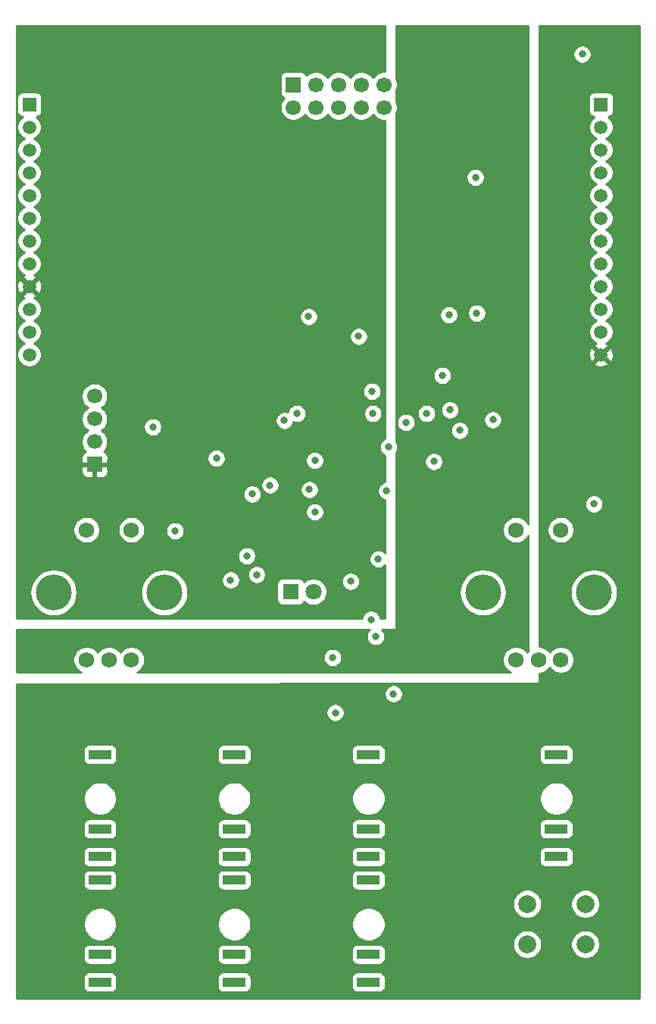
<source format=gbr>
G04 #@! TF.GenerationSoftware,KiCad,Pcbnew,(5.1.4)-1*
G04 #@! TF.CreationDate,2019-09-13T11:08:06+01:00*
G04 #@! TF.ProjectId,oscar,6f736361-722e-46b6-9963-61645f706362,rev?*
G04 #@! TF.SameCoordinates,Original*
G04 #@! TF.FileFunction,Copper,L3,Inr*
G04 #@! TF.FilePolarity,Positive*
%FSLAX46Y46*%
G04 Gerber Fmt 4.6, Leading zero omitted, Abs format (unit mm)*
G04 Created by KiCad (PCBNEW (5.1.4)-1) date 2019-09-13 11:08:06*
%MOMM*%
%LPD*%
G04 APERTURE LIST*
%ADD10R,1.700000X1.700000*%
%ADD11C,1.700000*%
%ADD12R,2.500000X1.000000*%
%ADD13O,4.000000X4.000000*%
%ADD14C,1.750000*%
%ADD15C,2.000000*%
%ADD16C,1.500000*%
%ADD17R,1.500000X1.500000*%
%ADD18C,1.800000*%
%ADD19R,1.800000X1.800000*%
%ADD20C,0.800000*%
%ADD21C,0.254000*%
G04 APERTURE END LIST*
D10*
X156600000Y-57300000D03*
D11*
X156600000Y-59840000D03*
X159140000Y-57300000D03*
X159140000Y-59840000D03*
X161680000Y-57300000D03*
X161680000Y-59840000D03*
X164220000Y-57300000D03*
X164220000Y-59840000D03*
X166760000Y-57300000D03*
X166760000Y-59840000D03*
X134400000Y-92080000D03*
X134400000Y-94620000D03*
X134400000Y-97160000D03*
D10*
X134400000Y-99700000D03*
D12*
X135000000Y-143480000D03*
X135000000Y-140380000D03*
X135000000Y-132080000D03*
X150000000Y-143480000D03*
X150000000Y-140380000D03*
X150000000Y-132080000D03*
X165000000Y-143480000D03*
X165000000Y-140380000D03*
X165000000Y-132080000D03*
X135000000Y-146080000D03*
X135000000Y-154380000D03*
X135000000Y-157480000D03*
X150000000Y-146080000D03*
X150000000Y-154380000D03*
X150000000Y-157480000D03*
X165000000Y-146080000D03*
X165000000Y-154380000D03*
X165000000Y-157480000D03*
X186000000Y-132080000D03*
X186000000Y-140380000D03*
X186000000Y-143480000D03*
D13*
X129800000Y-114000000D03*
X142200000Y-114000000D03*
D14*
X133500000Y-107000000D03*
X138500000Y-107000000D03*
X136000000Y-121500000D03*
X138500000Y-121500000D03*
X133500000Y-121500000D03*
X181500000Y-121500000D03*
X186500000Y-121500000D03*
X184000000Y-121500000D03*
X186500000Y-107000000D03*
X181500000Y-107000000D03*
D13*
X190200000Y-114000000D03*
X177800000Y-114000000D03*
D15*
X189250000Y-148750000D03*
X189250000Y-153250000D03*
X182750000Y-148750000D03*
X182750000Y-153250000D03*
D16*
X127100000Y-87440000D03*
X127100000Y-84900000D03*
X127100000Y-82360000D03*
X127100000Y-79820000D03*
X127100000Y-77280000D03*
X127100000Y-74740000D03*
X127100000Y-72200000D03*
X127100000Y-69660000D03*
X127100000Y-67120000D03*
X127100000Y-64580000D03*
X127100000Y-62040000D03*
D17*
X127100000Y-59500000D03*
D16*
X191000000Y-87440000D03*
X191000000Y-84900000D03*
X191000000Y-82360000D03*
X191000000Y-79820000D03*
X191000000Y-77280000D03*
X191000000Y-74740000D03*
X191000000Y-72200000D03*
X191000000Y-69660000D03*
X191000000Y-67120000D03*
D17*
X191000000Y-59500000D03*
D16*
X191000000Y-62040000D03*
X191000000Y-64580000D03*
D18*
X158840000Y-113900000D03*
D19*
X156300000Y-113900000D03*
D20*
X149000000Y-97000000D03*
X160200000Y-73280000D03*
X161100000Y-81900000D03*
X148250000Y-109750000D03*
X164800000Y-98200000D03*
X164100000Y-111000000D03*
X173250000Y-89750000D03*
X167250000Y-97750000D03*
X148000000Y-99000000D03*
X157000000Y-94000000D03*
X159000000Y-105000000D03*
X151400000Y-109900000D03*
X143400000Y-107100000D03*
X159000000Y-99250000D03*
X176960000Y-67650000D03*
X188890000Y-53900000D03*
X158310000Y-83190000D03*
X165400000Y-91530000D03*
X172310000Y-99360000D03*
X167040000Y-102640000D03*
X166110000Y-110250000D03*
X174100000Y-93600000D03*
X178900000Y-94700000D03*
X177100000Y-82800000D03*
X149600000Y-112600000D03*
X167800000Y-125300000D03*
X161300000Y-127400000D03*
X190200000Y-104100000D03*
X169200000Y-95000000D03*
X155600000Y-94800000D03*
X163000000Y-112750000D03*
X154000000Y-126700000D03*
X184800000Y-69000000D03*
X161000000Y-121250000D03*
X171300000Y-83100000D03*
X154000000Y-120500000D03*
X174600000Y-109000000D03*
X180660000Y-51920000D03*
X171500000Y-94000000D03*
X165500000Y-94000000D03*
X152000000Y-103000000D03*
X154000000Y-102000000D03*
X165800000Y-118900000D03*
X165300000Y-117000000D03*
X158400000Y-102500000D03*
X175200000Y-95900000D03*
X140900000Y-95500000D03*
X174000000Y-83000000D03*
X152500000Y-112000000D03*
X163900000Y-85400000D03*
D21*
G36*
X166873000Y-55815000D02*
G01*
X166613740Y-55815000D01*
X166326842Y-55872068D01*
X166056589Y-55984010D01*
X165813368Y-56146525D01*
X165606525Y-56353368D01*
X165490000Y-56527760D01*
X165373475Y-56353368D01*
X165166632Y-56146525D01*
X164923411Y-55984010D01*
X164653158Y-55872068D01*
X164366260Y-55815000D01*
X164073740Y-55815000D01*
X163786842Y-55872068D01*
X163516589Y-55984010D01*
X163273368Y-56146525D01*
X163066525Y-56353368D01*
X162950000Y-56527760D01*
X162833475Y-56353368D01*
X162626632Y-56146525D01*
X162383411Y-55984010D01*
X162113158Y-55872068D01*
X161826260Y-55815000D01*
X161533740Y-55815000D01*
X161246842Y-55872068D01*
X160976589Y-55984010D01*
X160733368Y-56146525D01*
X160526525Y-56353368D01*
X160410000Y-56527760D01*
X160293475Y-56353368D01*
X160086632Y-56146525D01*
X159843411Y-55984010D01*
X159573158Y-55872068D01*
X159286260Y-55815000D01*
X158993740Y-55815000D01*
X158706842Y-55872068D01*
X158436589Y-55984010D01*
X158193368Y-56146525D01*
X158061513Y-56278380D01*
X158039502Y-56205820D01*
X157980537Y-56095506D01*
X157901185Y-55998815D01*
X157804494Y-55919463D01*
X157694180Y-55860498D01*
X157574482Y-55824188D01*
X157450000Y-55811928D01*
X155750000Y-55811928D01*
X155625518Y-55824188D01*
X155505820Y-55860498D01*
X155395506Y-55919463D01*
X155298815Y-55998815D01*
X155219463Y-56095506D01*
X155160498Y-56205820D01*
X155124188Y-56325518D01*
X155111928Y-56450000D01*
X155111928Y-58150000D01*
X155124188Y-58274482D01*
X155160498Y-58394180D01*
X155219463Y-58504494D01*
X155298815Y-58601185D01*
X155395506Y-58680537D01*
X155505820Y-58739502D01*
X155578380Y-58761513D01*
X155446525Y-58893368D01*
X155284010Y-59136589D01*
X155172068Y-59406842D01*
X155115000Y-59693740D01*
X155115000Y-59986260D01*
X155172068Y-60273158D01*
X155284010Y-60543411D01*
X155446525Y-60786632D01*
X155653368Y-60993475D01*
X155896589Y-61155990D01*
X156166842Y-61267932D01*
X156453740Y-61325000D01*
X156746260Y-61325000D01*
X157033158Y-61267932D01*
X157303411Y-61155990D01*
X157546632Y-60993475D01*
X157753475Y-60786632D01*
X157870000Y-60612240D01*
X157986525Y-60786632D01*
X158193368Y-60993475D01*
X158436589Y-61155990D01*
X158706842Y-61267932D01*
X158993740Y-61325000D01*
X159286260Y-61325000D01*
X159573158Y-61267932D01*
X159843411Y-61155990D01*
X160086632Y-60993475D01*
X160293475Y-60786632D01*
X160410000Y-60612240D01*
X160526525Y-60786632D01*
X160733368Y-60993475D01*
X160976589Y-61155990D01*
X161246842Y-61267932D01*
X161533740Y-61325000D01*
X161826260Y-61325000D01*
X162113158Y-61267932D01*
X162383411Y-61155990D01*
X162626632Y-60993475D01*
X162833475Y-60786632D01*
X162950000Y-60612240D01*
X163066525Y-60786632D01*
X163273368Y-60993475D01*
X163516589Y-61155990D01*
X163786842Y-61267932D01*
X164073740Y-61325000D01*
X164366260Y-61325000D01*
X164653158Y-61267932D01*
X164923411Y-61155990D01*
X165166632Y-60993475D01*
X165373475Y-60786632D01*
X165490000Y-60612240D01*
X165606525Y-60786632D01*
X165813368Y-60993475D01*
X166056589Y-61155990D01*
X166326842Y-61267932D01*
X166613740Y-61325000D01*
X166873000Y-61325000D01*
X166873000Y-96785882D01*
X166759744Y-96832795D01*
X166590226Y-96946063D01*
X166446063Y-97090226D01*
X166332795Y-97259744D01*
X166254774Y-97448102D01*
X166215000Y-97648061D01*
X166215000Y-97851939D01*
X166254774Y-98051898D01*
X166332795Y-98240256D01*
X166446063Y-98409774D01*
X166590226Y-98553937D01*
X166759744Y-98667205D01*
X166873000Y-98714118D01*
X166873000Y-101617941D01*
X166738102Y-101644774D01*
X166549744Y-101722795D01*
X166380226Y-101836063D01*
X166236063Y-101980226D01*
X166122795Y-102149744D01*
X166044774Y-102338102D01*
X166005000Y-102538061D01*
X166005000Y-102741939D01*
X166044774Y-102941898D01*
X166122795Y-103130256D01*
X166236063Y-103299774D01*
X166380226Y-103443937D01*
X166549744Y-103557205D01*
X166738102Y-103635226D01*
X166873000Y-103662059D01*
X166873000Y-109549289D01*
X166769774Y-109446063D01*
X166600256Y-109332795D01*
X166411898Y-109254774D01*
X166211939Y-109215000D01*
X166008061Y-109215000D01*
X165808102Y-109254774D01*
X165619744Y-109332795D01*
X165450226Y-109446063D01*
X165306063Y-109590226D01*
X165192795Y-109759744D01*
X165114774Y-109948102D01*
X165075000Y-110148061D01*
X165075000Y-110351939D01*
X165114774Y-110551898D01*
X165192795Y-110740256D01*
X165306063Y-110909774D01*
X165450226Y-111053937D01*
X165619744Y-111167205D01*
X165808102Y-111245226D01*
X166008061Y-111285000D01*
X166211939Y-111285000D01*
X166411898Y-111245226D01*
X166600256Y-111167205D01*
X166769774Y-111053937D01*
X166873000Y-110950711D01*
X166873000Y-116873000D01*
X166330015Y-116873000D01*
X166295226Y-116698102D01*
X166217205Y-116509744D01*
X166103937Y-116340226D01*
X165959774Y-116196063D01*
X165790256Y-116082795D01*
X165601898Y-116004774D01*
X165401939Y-115965000D01*
X165198061Y-115965000D01*
X164998102Y-116004774D01*
X164809744Y-116082795D01*
X164640226Y-116196063D01*
X164496063Y-116340226D01*
X164382795Y-116509744D01*
X164304774Y-116698102D01*
X164269985Y-116873000D01*
X125695000Y-116873000D01*
X125695000Y-114000000D01*
X127152251Y-114000000D01*
X127203127Y-114516550D01*
X127353799Y-115013250D01*
X127598477Y-115471011D01*
X127927759Y-115872241D01*
X128328989Y-116201523D01*
X128786750Y-116446201D01*
X129283450Y-116596873D01*
X129670558Y-116635000D01*
X129929442Y-116635000D01*
X130316550Y-116596873D01*
X130813250Y-116446201D01*
X131271011Y-116201523D01*
X131672241Y-115872241D01*
X132001523Y-115471011D01*
X132246201Y-115013250D01*
X132396873Y-114516550D01*
X132447749Y-114000000D01*
X139552251Y-114000000D01*
X139603127Y-114516550D01*
X139753799Y-115013250D01*
X139998477Y-115471011D01*
X140327759Y-115872241D01*
X140728989Y-116201523D01*
X141186750Y-116446201D01*
X141683450Y-116596873D01*
X142070558Y-116635000D01*
X142329442Y-116635000D01*
X142716550Y-116596873D01*
X143213250Y-116446201D01*
X143671011Y-116201523D01*
X144072241Y-115872241D01*
X144401523Y-115471011D01*
X144646201Y-115013250D01*
X144796873Y-114516550D01*
X144847749Y-114000000D01*
X144796873Y-113483450D01*
X144646201Y-112986750D01*
X144401523Y-112528989D01*
X144376141Y-112498061D01*
X148565000Y-112498061D01*
X148565000Y-112701939D01*
X148604774Y-112901898D01*
X148682795Y-113090256D01*
X148796063Y-113259774D01*
X148940226Y-113403937D01*
X149109744Y-113517205D01*
X149298102Y-113595226D01*
X149498061Y-113635000D01*
X149701939Y-113635000D01*
X149901898Y-113595226D01*
X150090256Y-113517205D01*
X150259774Y-113403937D01*
X150403937Y-113259774D01*
X150517205Y-113090256D01*
X150595226Y-112901898D01*
X150635000Y-112701939D01*
X150635000Y-112498061D01*
X150595226Y-112298102D01*
X150517205Y-112109744D01*
X150403937Y-111940226D01*
X150361772Y-111898061D01*
X151465000Y-111898061D01*
X151465000Y-112101939D01*
X151504774Y-112301898D01*
X151582795Y-112490256D01*
X151696063Y-112659774D01*
X151840226Y-112803937D01*
X152009744Y-112917205D01*
X152198102Y-112995226D01*
X152398061Y-113035000D01*
X152601939Y-113035000D01*
X152777897Y-113000000D01*
X154761928Y-113000000D01*
X154761928Y-114800000D01*
X154774188Y-114924482D01*
X154810498Y-115044180D01*
X154869463Y-115154494D01*
X154948815Y-115251185D01*
X155045506Y-115330537D01*
X155155820Y-115389502D01*
X155275518Y-115425812D01*
X155400000Y-115438072D01*
X157200000Y-115438072D01*
X157324482Y-115425812D01*
X157444180Y-115389502D01*
X157554494Y-115330537D01*
X157651185Y-115251185D01*
X157730537Y-115154494D01*
X157789502Y-115044180D01*
X157795056Y-115025873D01*
X157861495Y-115092312D01*
X158112905Y-115260299D01*
X158392257Y-115376011D01*
X158688816Y-115435000D01*
X158991184Y-115435000D01*
X159287743Y-115376011D01*
X159567095Y-115260299D01*
X159818505Y-115092312D01*
X160032312Y-114878505D01*
X160200299Y-114627095D01*
X160316011Y-114347743D01*
X160375000Y-114051184D01*
X160375000Y-113748816D01*
X160316011Y-113452257D01*
X160200299Y-113172905D01*
X160032312Y-112921495D01*
X159818505Y-112707688D01*
X159729267Y-112648061D01*
X161965000Y-112648061D01*
X161965000Y-112851939D01*
X162004774Y-113051898D01*
X162082795Y-113240256D01*
X162196063Y-113409774D01*
X162340226Y-113553937D01*
X162509744Y-113667205D01*
X162698102Y-113745226D01*
X162898061Y-113785000D01*
X163101939Y-113785000D01*
X163301898Y-113745226D01*
X163490256Y-113667205D01*
X163659774Y-113553937D01*
X163803937Y-113409774D01*
X163917205Y-113240256D01*
X163995226Y-113051898D01*
X164035000Y-112851939D01*
X164035000Y-112648061D01*
X163995226Y-112448102D01*
X163917205Y-112259744D01*
X163803937Y-112090226D01*
X163659774Y-111946063D01*
X163490256Y-111832795D01*
X163301898Y-111754774D01*
X163101939Y-111715000D01*
X162898061Y-111715000D01*
X162698102Y-111754774D01*
X162509744Y-111832795D01*
X162340226Y-111946063D01*
X162196063Y-112090226D01*
X162082795Y-112259744D01*
X162004774Y-112448102D01*
X161965000Y-112648061D01*
X159729267Y-112648061D01*
X159567095Y-112539701D01*
X159287743Y-112423989D01*
X158991184Y-112365000D01*
X158688816Y-112365000D01*
X158392257Y-112423989D01*
X158112905Y-112539701D01*
X157861495Y-112707688D01*
X157795056Y-112774127D01*
X157789502Y-112755820D01*
X157730537Y-112645506D01*
X157651185Y-112548815D01*
X157554494Y-112469463D01*
X157444180Y-112410498D01*
X157324482Y-112374188D01*
X157200000Y-112361928D01*
X155400000Y-112361928D01*
X155275518Y-112374188D01*
X155155820Y-112410498D01*
X155045506Y-112469463D01*
X154948815Y-112548815D01*
X154869463Y-112645506D01*
X154810498Y-112755820D01*
X154774188Y-112875518D01*
X154761928Y-113000000D01*
X152777897Y-113000000D01*
X152801898Y-112995226D01*
X152990256Y-112917205D01*
X153159774Y-112803937D01*
X153303937Y-112659774D01*
X153417205Y-112490256D01*
X153495226Y-112301898D01*
X153535000Y-112101939D01*
X153535000Y-111898061D01*
X153495226Y-111698102D01*
X153417205Y-111509744D01*
X153303937Y-111340226D01*
X153159774Y-111196063D01*
X152990256Y-111082795D01*
X152801898Y-111004774D01*
X152601939Y-110965000D01*
X152398061Y-110965000D01*
X152198102Y-111004774D01*
X152009744Y-111082795D01*
X151840226Y-111196063D01*
X151696063Y-111340226D01*
X151582795Y-111509744D01*
X151504774Y-111698102D01*
X151465000Y-111898061D01*
X150361772Y-111898061D01*
X150259774Y-111796063D01*
X150090256Y-111682795D01*
X149901898Y-111604774D01*
X149701939Y-111565000D01*
X149498061Y-111565000D01*
X149298102Y-111604774D01*
X149109744Y-111682795D01*
X148940226Y-111796063D01*
X148796063Y-111940226D01*
X148682795Y-112109744D01*
X148604774Y-112298102D01*
X148565000Y-112498061D01*
X144376141Y-112498061D01*
X144072241Y-112127759D01*
X143671011Y-111798477D01*
X143213250Y-111553799D01*
X142716550Y-111403127D01*
X142329442Y-111365000D01*
X142070558Y-111365000D01*
X141683450Y-111403127D01*
X141186750Y-111553799D01*
X140728989Y-111798477D01*
X140327759Y-112127759D01*
X139998477Y-112528989D01*
X139753799Y-112986750D01*
X139603127Y-113483450D01*
X139552251Y-114000000D01*
X132447749Y-114000000D01*
X132396873Y-113483450D01*
X132246201Y-112986750D01*
X132001523Y-112528989D01*
X131672241Y-112127759D01*
X131271011Y-111798477D01*
X130813250Y-111553799D01*
X130316550Y-111403127D01*
X129929442Y-111365000D01*
X129670558Y-111365000D01*
X129283450Y-111403127D01*
X128786750Y-111553799D01*
X128328989Y-111798477D01*
X127927759Y-112127759D01*
X127598477Y-112528989D01*
X127353799Y-112986750D01*
X127203127Y-113483450D01*
X127152251Y-114000000D01*
X125695000Y-114000000D01*
X125695000Y-109798061D01*
X150365000Y-109798061D01*
X150365000Y-110001939D01*
X150404774Y-110201898D01*
X150482795Y-110390256D01*
X150596063Y-110559774D01*
X150740226Y-110703937D01*
X150909744Y-110817205D01*
X151098102Y-110895226D01*
X151298061Y-110935000D01*
X151501939Y-110935000D01*
X151701898Y-110895226D01*
X151890256Y-110817205D01*
X152059774Y-110703937D01*
X152203937Y-110559774D01*
X152317205Y-110390256D01*
X152395226Y-110201898D01*
X152435000Y-110001939D01*
X152435000Y-109798061D01*
X152395226Y-109598102D01*
X152317205Y-109409744D01*
X152203937Y-109240226D01*
X152059774Y-109096063D01*
X151890256Y-108982795D01*
X151701898Y-108904774D01*
X151501939Y-108865000D01*
X151298061Y-108865000D01*
X151098102Y-108904774D01*
X150909744Y-108982795D01*
X150740226Y-109096063D01*
X150596063Y-109240226D01*
X150482795Y-109409744D01*
X150404774Y-109598102D01*
X150365000Y-109798061D01*
X125695000Y-109798061D01*
X125695000Y-106851278D01*
X131990000Y-106851278D01*
X131990000Y-107148722D01*
X132048029Y-107440451D01*
X132161856Y-107715253D01*
X132327107Y-107962569D01*
X132537431Y-108172893D01*
X132784747Y-108338144D01*
X133059549Y-108451971D01*
X133351278Y-108510000D01*
X133648722Y-108510000D01*
X133940451Y-108451971D01*
X134215253Y-108338144D01*
X134462569Y-108172893D01*
X134672893Y-107962569D01*
X134838144Y-107715253D01*
X134951971Y-107440451D01*
X135010000Y-107148722D01*
X135010000Y-106851278D01*
X136990000Y-106851278D01*
X136990000Y-107148722D01*
X137048029Y-107440451D01*
X137161856Y-107715253D01*
X137327107Y-107962569D01*
X137537431Y-108172893D01*
X137784747Y-108338144D01*
X138059549Y-108451971D01*
X138351278Y-108510000D01*
X138648722Y-108510000D01*
X138940451Y-108451971D01*
X139215253Y-108338144D01*
X139462569Y-108172893D01*
X139672893Y-107962569D01*
X139838144Y-107715253D01*
X139951971Y-107440451D01*
X140010000Y-107148722D01*
X140010000Y-106998061D01*
X142365000Y-106998061D01*
X142365000Y-107201939D01*
X142404774Y-107401898D01*
X142482795Y-107590256D01*
X142596063Y-107759774D01*
X142740226Y-107903937D01*
X142909744Y-108017205D01*
X143098102Y-108095226D01*
X143298061Y-108135000D01*
X143501939Y-108135000D01*
X143701898Y-108095226D01*
X143890256Y-108017205D01*
X144059774Y-107903937D01*
X144203937Y-107759774D01*
X144317205Y-107590256D01*
X144395226Y-107401898D01*
X144435000Y-107201939D01*
X144435000Y-106998061D01*
X144395226Y-106798102D01*
X144317205Y-106609744D01*
X144203937Y-106440226D01*
X144059774Y-106296063D01*
X143890256Y-106182795D01*
X143701898Y-106104774D01*
X143501939Y-106065000D01*
X143298061Y-106065000D01*
X143098102Y-106104774D01*
X142909744Y-106182795D01*
X142740226Y-106296063D01*
X142596063Y-106440226D01*
X142482795Y-106609744D01*
X142404774Y-106798102D01*
X142365000Y-106998061D01*
X140010000Y-106998061D01*
X140010000Y-106851278D01*
X139951971Y-106559549D01*
X139838144Y-106284747D01*
X139672893Y-106037431D01*
X139462569Y-105827107D01*
X139215253Y-105661856D01*
X138940451Y-105548029D01*
X138648722Y-105490000D01*
X138351278Y-105490000D01*
X138059549Y-105548029D01*
X137784747Y-105661856D01*
X137537431Y-105827107D01*
X137327107Y-106037431D01*
X137161856Y-106284747D01*
X137048029Y-106559549D01*
X136990000Y-106851278D01*
X135010000Y-106851278D01*
X134951971Y-106559549D01*
X134838144Y-106284747D01*
X134672893Y-106037431D01*
X134462569Y-105827107D01*
X134215253Y-105661856D01*
X133940451Y-105548029D01*
X133648722Y-105490000D01*
X133351278Y-105490000D01*
X133059549Y-105548029D01*
X132784747Y-105661856D01*
X132537431Y-105827107D01*
X132327107Y-106037431D01*
X132161856Y-106284747D01*
X132048029Y-106559549D01*
X131990000Y-106851278D01*
X125695000Y-106851278D01*
X125695000Y-104898061D01*
X157965000Y-104898061D01*
X157965000Y-105101939D01*
X158004774Y-105301898D01*
X158082795Y-105490256D01*
X158196063Y-105659774D01*
X158340226Y-105803937D01*
X158509744Y-105917205D01*
X158698102Y-105995226D01*
X158898061Y-106035000D01*
X159101939Y-106035000D01*
X159301898Y-105995226D01*
X159490256Y-105917205D01*
X159659774Y-105803937D01*
X159803937Y-105659774D01*
X159917205Y-105490256D01*
X159995226Y-105301898D01*
X160035000Y-105101939D01*
X160035000Y-104898061D01*
X159995226Y-104698102D01*
X159917205Y-104509744D01*
X159803937Y-104340226D01*
X159659774Y-104196063D01*
X159490256Y-104082795D01*
X159301898Y-104004774D01*
X159101939Y-103965000D01*
X158898061Y-103965000D01*
X158698102Y-104004774D01*
X158509744Y-104082795D01*
X158340226Y-104196063D01*
X158196063Y-104340226D01*
X158082795Y-104509744D01*
X158004774Y-104698102D01*
X157965000Y-104898061D01*
X125695000Y-104898061D01*
X125695000Y-102898061D01*
X150965000Y-102898061D01*
X150965000Y-103101939D01*
X151004774Y-103301898D01*
X151082795Y-103490256D01*
X151196063Y-103659774D01*
X151340226Y-103803937D01*
X151509744Y-103917205D01*
X151698102Y-103995226D01*
X151898061Y-104035000D01*
X152101939Y-104035000D01*
X152301898Y-103995226D01*
X152490256Y-103917205D01*
X152659774Y-103803937D01*
X152803937Y-103659774D01*
X152917205Y-103490256D01*
X152995226Y-103301898D01*
X153035000Y-103101939D01*
X153035000Y-102898061D01*
X152995226Y-102698102D01*
X152917205Y-102509744D01*
X152803937Y-102340226D01*
X152659774Y-102196063D01*
X152490256Y-102082795D01*
X152301898Y-102004774D01*
X152101939Y-101965000D01*
X151898061Y-101965000D01*
X151698102Y-102004774D01*
X151509744Y-102082795D01*
X151340226Y-102196063D01*
X151196063Y-102340226D01*
X151082795Y-102509744D01*
X151004774Y-102698102D01*
X150965000Y-102898061D01*
X125695000Y-102898061D01*
X125695000Y-101898061D01*
X152965000Y-101898061D01*
X152965000Y-102101939D01*
X153004774Y-102301898D01*
X153082795Y-102490256D01*
X153196063Y-102659774D01*
X153340226Y-102803937D01*
X153509744Y-102917205D01*
X153698102Y-102995226D01*
X153898061Y-103035000D01*
X154101939Y-103035000D01*
X154301898Y-102995226D01*
X154490256Y-102917205D01*
X154659774Y-102803937D01*
X154803937Y-102659774D01*
X154917205Y-102490256D01*
X154955393Y-102398061D01*
X157365000Y-102398061D01*
X157365000Y-102601939D01*
X157404774Y-102801898D01*
X157482795Y-102990256D01*
X157596063Y-103159774D01*
X157740226Y-103303937D01*
X157909744Y-103417205D01*
X158098102Y-103495226D01*
X158298061Y-103535000D01*
X158501939Y-103535000D01*
X158701898Y-103495226D01*
X158890256Y-103417205D01*
X159059774Y-103303937D01*
X159203937Y-103159774D01*
X159317205Y-102990256D01*
X159395226Y-102801898D01*
X159435000Y-102601939D01*
X159435000Y-102398061D01*
X159395226Y-102198102D01*
X159317205Y-102009744D01*
X159203937Y-101840226D01*
X159059774Y-101696063D01*
X158890256Y-101582795D01*
X158701898Y-101504774D01*
X158501939Y-101465000D01*
X158298061Y-101465000D01*
X158098102Y-101504774D01*
X157909744Y-101582795D01*
X157740226Y-101696063D01*
X157596063Y-101840226D01*
X157482795Y-102009744D01*
X157404774Y-102198102D01*
X157365000Y-102398061D01*
X154955393Y-102398061D01*
X154995226Y-102301898D01*
X155035000Y-102101939D01*
X155035000Y-101898061D01*
X154995226Y-101698102D01*
X154917205Y-101509744D01*
X154803937Y-101340226D01*
X154659774Y-101196063D01*
X154490256Y-101082795D01*
X154301898Y-101004774D01*
X154101939Y-100965000D01*
X153898061Y-100965000D01*
X153698102Y-101004774D01*
X153509744Y-101082795D01*
X153340226Y-101196063D01*
X153196063Y-101340226D01*
X153082795Y-101509744D01*
X153004774Y-101698102D01*
X152965000Y-101898061D01*
X125695000Y-101898061D01*
X125695000Y-100550000D01*
X132911928Y-100550000D01*
X132924188Y-100674482D01*
X132960498Y-100794180D01*
X133019463Y-100904494D01*
X133098815Y-101001185D01*
X133195506Y-101080537D01*
X133305820Y-101139502D01*
X133425518Y-101175812D01*
X133550000Y-101188072D01*
X134114250Y-101185000D01*
X134273000Y-101026250D01*
X134273000Y-99827000D01*
X134527000Y-99827000D01*
X134527000Y-101026250D01*
X134685750Y-101185000D01*
X135250000Y-101188072D01*
X135374482Y-101175812D01*
X135494180Y-101139502D01*
X135604494Y-101080537D01*
X135701185Y-101001185D01*
X135780537Y-100904494D01*
X135839502Y-100794180D01*
X135875812Y-100674482D01*
X135888072Y-100550000D01*
X135885000Y-99985750D01*
X135726250Y-99827000D01*
X134527000Y-99827000D01*
X134273000Y-99827000D01*
X133073750Y-99827000D01*
X132915000Y-99985750D01*
X132911928Y-100550000D01*
X125695000Y-100550000D01*
X125695000Y-98850000D01*
X132911928Y-98850000D01*
X132915000Y-99414250D01*
X133073750Y-99573000D01*
X134273000Y-99573000D01*
X134273000Y-99553000D01*
X134527000Y-99553000D01*
X134527000Y-99573000D01*
X135726250Y-99573000D01*
X135885000Y-99414250D01*
X135887810Y-98898061D01*
X146965000Y-98898061D01*
X146965000Y-99101939D01*
X147004774Y-99301898D01*
X147082795Y-99490256D01*
X147196063Y-99659774D01*
X147340226Y-99803937D01*
X147509744Y-99917205D01*
X147698102Y-99995226D01*
X147898061Y-100035000D01*
X148101939Y-100035000D01*
X148301898Y-99995226D01*
X148490256Y-99917205D01*
X148659774Y-99803937D01*
X148803937Y-99659774D01*
X148917205Y-99490256D01*
X148995226Y-99301898D01*
X149025825Y-99148061D01*
X157965000Y-99148061D01*
X157965000Y-99351939D01*
X158004774Y-99551898D01*
X158082795Y-99740256D01*
X158196063Y-99909774D01*
X158340226Y-100053937D01*
X158509744Y-100167205D01*
X158698102Y-100245226D01*
X158898061Y-100285000D01*
X159101939Y-100285000D01*
X159301898Y-100245226D01*
X159490256Y-100167205D01*
X159659774Y-100053937D01*
X159803937Y-99909774D01*
X159917205Y-99740256D01*
X159995226Y-99551898D01*
X160035000Y-99351939D01*
X160035000Y-99148061D01*
X159995226Y-98948102D01*
X159917205Y-98759744D01*
X159803937Y-98590226D01*
X159659774Y-98446063D01*
X159490256Y-98332795D01*
X159301898Y-98254774D01*
X159101939Y-98215000D01*
X158898061Y-98215000D01*
X158698102Y-98254774D01*
X158509744Y-98332795D01*
X158340226Y-98446063D01*
X158196063Y-98590226D01*
X158082795Y-98759744D01*
X158004774Y-98948102D01*
X157965000Y-99148061D01*
X149025825Y-99148061D01*
X149035000Y-99101939D01*
X149035000Y-98898061D01*
X148995226Y-98698102D01*
X148917205Y-98509744D01*
X148803937Y-98340226D01*
X148659774Y-98196063D01*
X148490256Y-98082795D01*
X148301898Y-98004774D01*
X148101939Y-97965000D01*
X147898061Y-97965000D01*
X147698102Y-98004774D01*
X147509744Y-98082795D01*
X147340226Y-98196063D01*
X147196063Y-98340226D01*
X147082795Y-98509744D01*
X147004774Y-98698102D01*
X146965000Y-98898061D01*
X135887810Y-98898061D01*
X135888072Y-98850000D01*
X135875812Y-98725518D01*
X135839502Y-98605820D01*
X135780537Y-98495506D01*
X135701185Y-98398815D01*
X135604494Y-98319463D01*
X135494180Y-98260498D01*
X135421620Y-98238487D01*
X135553475Y-98106632D01*
X135715990Y-97863411D01*
X135827932Y-97593158D01*
X135885000Y-97306260D01*
X135885000Y-97013740D01*
X135827932Y-96726842D01*
X135715990Y-96456589D01*
X135553475Y-96213368D01*
X135346632Y-96006525D01*
X135172240Y-95890000D01*
X135346632Y-95773475D01*
X135553475Y-95566632D01*
X135666110Y-95398061D01*
X139865000Y-95398061D01*
X139865000Y-95601939D01*
X139904774Y-95801898D01*
X139982795Y-95990256D01*
X140096063Y-96159774D01*
X140240226Y-96303937D01*
X140409744Y-96417205D01*
X140598102Y-96495226D01*
X140798061Y-96535000D01*
X141001939Y-96535000D01*
X141201898Y-96495226D01*
X141390256Y-96417205D01*
X141559774Y-96303937D01*
X141703937Y-96159774D01*
X141817205Y-95990256D01*
X141895226Y-95801898D01*
X141935000Y-95601939D01*
X141935000Y-95398061D01*
X141895226Y-95198102D01*
X141817205Y-95009744D01*
X141703937Y-94840226D01*
X141561772Y-94698061D01*
X154565000Y-94698061D01*
X154565000Y-94901939D01*
X154604774Y-95101898D01*
X154682795Y-95290256D01*
X154796063Y-95459774D01*
X154940226Y-95603937D01*
X155109744Y-95717205D01*
X155298102Y-95795226D01*
X155498061Y-95835000D01*
X155701939Y-95835000D01*
X155901898Y-95795226D01*
X156090256Y-95717205D01*
X156259774Y-95603937D01*
X156403937Y-95459774D01*
X156517205Y-95290256D01*
X156595226Y-95101898D01*
X156622660Y-94963977D01*
X156698102Y-94995226D01*
X156898061Y-95035000D01*
X157101939Y-95035000D01*
X157301898Y-94995226D01*
X157490256Y-94917205D01*
X157659774Y-94803937D01*
X157803937Y-94659774D01*
X157917205Y-94490256D01*
X157995226Y-94301898D01*
X158035000Y-94101939D01*
X158035000Y-93898061D01*
X164465000Y-93898061D01*
X164465000Y-94101939D01*
X164504774Y-94301898D01*
X164582795Y-94490256D01*
X164696063Y-94659774D01*
X164840226Y-94803937D01*
X165009744Y-94917205D01*
X165198102Y-94995226D01*
X165398061Y-95035000D01*
X165601939Y-95035000D01*
X165801898Y-94995226D01*
X165990256Y-94917205D01*
X166159774Y-94803937D01*
X166303937Y-94659774D01*
X166417205Y-94490256D01*
X166495226Y-94301898D01*
X166535000Y-94101939D01*
X166535000Y-93898061D01*
X166495226Y-93698102D01*
X166417205Y-93509744D01*
X166303937Y-93340226D01*
X166159774Y-93196063D01*
X165990256Y-93082795D01*
X165801898Y-93004774D01*
X165601939Y-92965000D01*
X165398061Y-92965000D01*
X165198102Y-93004774D01*
X165009744Y-93082795D01*
X164840226Y-93196063D01*
X164696063Y-93340226D01*
X164582795Y-93509744D01*
X164504774Y-93698102D01*
X164465000Y-93898061D01*
X158035000Y-93898061D01*
X157995226Y-93698102D01*
X157917205Y-93509744D01*
X157803937Y-93340226D01*
X157659774Y-93196063D01*
X157490256Y-93082795D01*
X157301898Y-93004774D01*
X157101939Y-92965000D01*
X156898061Y-92965000D01*
X156698102Y-93004774D01*
X156509744Y-93082795D01*
X156340226Y-93196063D01*
X156196063Y-93340226D01*
X156082795Y-93509744D01*
X156004774Y-93698102D01*
X155977340Y-93836023D01*
X155901898Y-93804774D01*
X155701939Y-93765000D01*
X155498061Y-93765000D01*
X155298102Y-93804774D01*
X155109744Y-93882795D01*
X154940226Y-93996063D01*
X154796063Y-94140226D01*
X154682795Y-94309744D01*
X154604774Y-94498102D01*
X154565000Y-94698061D01*
X141561772Y-94698061D01*
X141559774Y-94696063D01*
X141390256Y-94582795D01*
X141201898Y-94504774D01*
X141001939Y-94465000D01*
X140798061Y-94465000D01*
X140598102Y-94504774D01*
X140409744Y-94582795D01*
X140240226Y-94696063D01*
X140096063Y-94840226D01*
X139982795Y-95009744D01*
X139904774Y-95198102D01*
X139865000Y-95398061D01*
X135666110Y-95398061D01*
X135715990Y-95323411D01*
X135827932Y-95053158D01*
X135885000Y-94766260D01*
X135885000Y-94473740D01*
X135827932Y-94186842D01*
X135715990Y-93916589D01*
X135553475Y-93673368D01*
X135346632Y-93466525D01*
X135172240Y-93350000D01*
X135346632Y-93233475D01*
X135553475Y-93026632D01*
X135715990Y-92783411D01*
X135827932Y-92513158D01*
X135885000Y-92226260D01*
X135885000Y-91933740D01*
X135827932Y-91646842D01*
X135737311Y-91428061D01*
X164365000Y-91428061D01*
X164365000Y-91631939D01*
X164404774Y-91831898D01*
X164482795Y-92020256D01*
X164596063Y-92189774D01*
X164740226Y-92333937D01*
X164909744Y-92447205D01*
X165098102Y-92525226D01*
X165298061Y-92565000D01*
X165501939Y-92565000D01*
X165701898Y-92525226D01*
X165890256Y-92447205D01*
X166059774Y-92333937D01*
X166203937Y-92189774D01*
X166317205Y-92020256D01*
X166395226Y-91831898D01*
X166435000Y-91631939D01*
X166435000Y-91428061D01*
X166395226Y-91228102D01*
X166317205Y-91039744D01*
X166203937Y-90870226D01*
X166059774Y-90726063D01*
X165890256Y-90612795D01*
X165701898Y-90534774D01*
X165501939Y-90495000D01*
X165298061Y-90495000D01*
X165098102Y-90534774D01*
X164909744Y-90612795D01*
X164740226Y-90726063D01*
X164596063Y-90870226D01*
X164482795Y-91039744D01*
X164404774Y-91228102D01*
X164365000Y-91428061D01*
X135737311Y-91428061D01*
X135715990Y-91376589D01*
X135553475Y-91133368D01*
X135346632Y-90926525D01*
X135103411Y-90764010D01*
X134833158Y-90652068D01*
X134546260Y-90595000D01*
X134253740Y-90595000D01*
X133966842Y-90652068D01*
X133696589Y-90764010D01*
X133453368Y-90926525D01*
X133246525Y-91133368D01*
X133084010Y-91376589D01*
X132972068Y-91646842D01*
X132915000Y-91933740D01*
X132915000Y-92226260D01*
X132972068Y-92513158D01*
X133084010Y-92783411D01*
X133246525Y-93026632D01*
X133453368Y-93233475D01*
X133627760Y-93350000D01*
X133453368Y-93466525D01*
X133246525Y-93673368D01*
X133084010Y-93916589D01*
X132972068Y-94186842D01*
X132915000Y-94473740D01*
X132915000Y-94766260D01*
X132972068Y-95053158D01*
X133084010Y-95323411D01*
X133246525Y-95566632D01*
X133453368Y-95773475D01*
X133627760Y-95890000D01*
X133453368Y-96006525D01*
X133246525Y-96213368D01*
X133084010Y-96456589D01*
X132972068Y-96726842D01*
X132915000Y-97013740D01*
X132915000Y-97306260D01*
X132972068Y-97593158D01*
X133084010Y-97863411D01*
X133246525Y-98106632D01*
X133378380Y-98238487D01*
X133305820Y-98260498D01*
X133195506Y-98319463D01*
X133098815Y-98398815D01*
X133019463Y-98495506D01*
X132960498Y-98605820D01*
X132924188Y-98725518D01*
X132911928Y-98850000D01*
X125695000Y-98850000D01*
X125695000Y-82223589D01*
X125715000Y-82223589D01*
X125715000Y-82496411D01*
X125768225Y-82763989D01*
X125872629Y-83016043D01*
X126024201Y-83242886D01*
X126217114Y-83435799D01*
X126443957Y-83587371D01*
X126546873Y-83630000D01*
X126443957Y-83672629D01*
X126217114Y-83824201D01*
X126024201Y-84017114D01*
X125872629Y-84243957D01*
X125768225Y-84496011D01*
X125715000Y-84763589D01*
X125715000Y-85036411D01*
X125768225Y-85303989D01*
X125872629Y-85556043D01*
X126024201Y-85782886D01*
X126217114Y-85975799D01*
X126443957Y-86127371D01*
X126546873Y-86170000D01*
X126443957Y-86212629D01*
X126217114Y-86364201D01*
X126024201Y-86557114D01*
X125872629Y-86783957D01*
X125768225Y-87036011D01*
X125715000Y-87303589D01*
X125715000Y-87576411D01*
X125768225Y-87843989D01*
X125872629Y-88096043D01*
X126024201Y-88322886D01*
X126217114Y-88515799D01*
X126443957Y-88667371D01*
X126696011Y-88771775D01*
X126963589Y-88825000D01*
X127236411Y-88825000D01*
X127503989Y-88771775D01*
X127756043Y-88667371D01*
X127982886Y-88515799D01*
X128175799Y-88322886D01*
X128327371Y-88096043D01*
X128431775Y-87843989D01*
X128485000Y-87576411D01*
X128485000Y-87303589D01*
X128431775Y-87036011D01*
X128327371Y-86783957D01*
X128175799Y-86557114D01*
X127982886Y-86364201D01*
X127756043Y-86212629D01*
X127653127Y-86170000D01*
X127756043Y-86127371D01*
X127982886Y-85975799D01*
X128175799Y-85782886D01*
X128327371Y-85556043D01*
X128431775Y-85303989D01*
X128432954Y-85298061D01*
X162865000Y-85298061D01*
X162865000Y-85501939D01*
X162904774Y-85701898D01*
X162982795Y-85890256D01*
X163096063Y-86059774D01*
X163240226Y-86203937D01*
X163409744Y-86317205D01*
X163598102Y-86395226D01*
X163798061Y-86435000D01*
X164001939Y-86435000D01*
X164201898Y-86395226D01*
X164390256Y-86317205D01*
X164559774Y-86203937D01*
X164703937Y-86059774D01*
X164817205Y-85890256D01*
X164895226Y-85701898D01*
X164935000Y-85501939D01*
X164935000Y-85298061D01*
X164895226Y-85098102D01*
X164817205Y-84909744D01*
X164703937Y-84740226D01*
X164559774Y-84596063D01*
X164390256Y-84482795D01*
X164201898Y-84404774D01*
X164001939Y-84365000D01*
X163798061Y-84365000D01*
X163598102Y-84404774D01*
X163409744Y-84482795D01*
X163240226Y-84596063D01*
X163096063Y-84740226D01*
X162982795Y-84909744D01*
X162904774Y-85098102D01*
X162865000Y-85298061D01*
X128432954Y-85298061D01*
X128485000Y-85036411D01*
X128485000Y-84763589D01*
X128431775Y-84496011D01*
X128327371Y-84243957D01*
X128175799Y-84017114D01*
X127982886Y-83824201D01*
X127756043Y-83672629D01*
X127653127Y-83630000D01*
X127756043Y-83587371D01*
X127982886Y-83435799D01*
X128175799Y-83242886D01*
X128279249Y-83088061D01*
X157275000Y-83088061D01*
X157275000Y-83291939D01*
X157314774Y-83491898D01*
X157392795Y-83680256D01*
X157506063Y-83849774D01*
X157650226Y-83993937D01*
X157819744Y-84107205D01*
X158008102Y-84185226D01*
X158208061Y-84225000D01*
X158411939Y-84225000D01*
X158611898Y-84185226D01*
X158800256Y-84107205D01*
X158969774Y-83993937D01*
X159113937Y-83849774D01*
X159227205Y-83680256D01*
X159305226Y-83491898D01*
X159345000Y-83291939D01*
X159345000Y-83088061D01*
X159305226Y-82888102D01*
X159227205Y-82699744D01*
X159113937Y-82530226D01*
X158969774Y-82386063D01*
X158800256Y-82272795D01*
X158611898Y-82194774D01*
X158411939Y-82155000D01*
X158208061Y-82155000D01*
X158008102Y-82194774D01*
X157819744Y-82272795D01*
X157650226Y-82386063D01*
X157506063Y-82530226D01*
X157392795Y-82699744D01*
X157314774Y-82888102D01*
X157275000Y-83088061D01*
X128279249Y-83088061D01*
X128327371Y-83016043D01*
X128431775Y-82763989D01*
X128485000Y-82496411D01*
X128485000Y-82223589D01*
X128431775Y-81956011D01*
X128327371Y-81703957D01*
X128175799Y-81477114D01*
X127982886Y-81284201D01*
X127756043Y-81132629D01*
X127656721Y-81091489D01*
X127698832Y-81076277D01*
X127811863Y-81015860D01*
X127877388Y-80776993D01*
X127100000Y-79999605D01*
X126322612Y-80776993D01*
X126388137Y-81015860D01*
X126546477Y-81090164D01*
X126443957Y-81132629D01*
X126217114Y-81284201D01*
X126024201Y-81477114D01*
X125872629Y-81703957D01*
X125768225Y-81956011D01*
X125715000Y-82223589D01*
X125695000Y-82223589D01*
X125695000Y-79892492D01*
X125710188Y-79892492D01*
X125751035Y-80162238D01*
X125843723Y-80418832D01*
X125904140Y-80531863D01*
X126143007Y-80597388D01*
X126920395Y-79820000D01*
X127279605Y-79820000D01*
X128056993Y-80597388D01*
X128295860Y-80531863D01*
X128411760Y-80284884D01*
X128477250Y-80020040D01*
X128489812Y-79747508D01*
X128448965Y-79477762D01*
X128356277Y-79221168D01*
X128295860Y-79108137D01*
X128056993Y-79042612D01*
X127279605Y-79820000D01*
X126920395Y-79820000D01*
X126143007Y-79042612D01*
X125904140Y-79108137D01*
X125788240Y-79355116D01*
X125722750Y-79619960D01*
X125710188Y-79892492D01*
X125695000Y-79892492D01*
X125695000Y-58750000D01*
X125711928Y-58750000D01*
X125711928Y-60250000D01*
X125724188Y-60374482D01*
X125760498Y-60494180D01*
X125819463Y-60604494D01*
X125898815Y-60701185D01*
X125995506Y-60780537D01*
X126105820Y-60839502D01*
X126225518Y-60875812D01*
X126333483Y-60886445D01*
X126217114Y-60964201D01*
X126024201Y-61157114D01*
X125872629Y-61383957D01*
X125768225Y-61636011D01*
X125715000Y-61903589D01*
X125715000Y-62176411D01*
X125768225Y-62443989D01*
X125872629Y-62696043D01*
X126024201Y-62922886D01*
X126217114Y-63115799D01*
X126443957Y-63267371D01*
X126546873Y-63310000D01*
X126443957Y-63352629D01*
X126217114Y-63504201D01*
X126024201Y-63697114D01*
X125872629Y-63923957D01*
X125768225Y-64176011D01*
X125715000Y-64443589D01*
X125715000Y-64716411D01*
X125768225Y-64983989D01*
X125872629Y-65236043D01*
X126024201Y-65462886D01*
X126217114Y-65655799D01*
X126443957Y-65807371D01*
X126546873Y-65850000D01*
X126443957Y-65892629D01*
X126217114Y-66044201D01*
X126024201Y-66237114D01*
X125872629Y-66463957D01*
X125768225Y-66716011D01*
X125715000Y-66983589D01*
X125715000Y-67256411D01*
X125768225Y-67523989D01*
X125872629Y-67776043D01*
X126024201Y-68002886D01*
X126217114Y-68195799D01*
X126443957Y-68347371D01*
X126546873Y-68390000D01*
X126443957Y-68432629D01*
X126217114Y-68584201D01*
X126024201Y-68777114D01*
X125872629Y-69003957D01*
X125768225Y-69256011D01*
X125715000Y-69523589D01*
X125715000Y-69796411D01*
X125768225Y-70063989D01*
X125872629Y-70316043D01*
X126024201Y-70542886D01*
X126217114Y-70735799D01*
X126443957Y-70887371D01*
X126546873Y-70930000D01*
X126443957Y-70972629D01*
X126217114Y-71124201D01*
X126024201Y-71317114D01*
X125872629Y-71543957D01*
X125768225Y-71796011D01*
X125715000Y-72063589D01*
X125715000Y-72336411D01*
X125768225Y-72603989D01*
X125872629Y-72856043D01*
X126024201Y-73082886D01*
X126217114Y-73275799D01*
X126443957Y-73427371D01*
X126546873Y-73470000D01*
X126443957Y-73512629D01*
X126217114Y-73664201D01*
X126024201Y-73857114D01*
X125872629Y-74083957D01*
X125768225Y-74336011D01*
X125715000Y-74603589D01*
X125715000Y-74876411D01*
X125768225Y-75143989D01*
X125872629Y-75396043D01*
X126024201Y-75622886D01*
X126217114Y-75815799D01*
X126443957Y-75967371D01*
X126546873Y-76010000D01*
X126443957Y-76052629D01*
X126217114Y-76204201D01*
X126024201Y-76397114D01*
X125872629Y-76623957D01*
X125768225Y-76876011D01*
X125715000Y-77143589D01*
X125715000Y-77416411D01*
X125768225Y-77683989D01*
X125872629Y-77936043D01*
X126024201Y-78162886D01*
X126217114Y-78355799D01*
X126443957Y-78507371D01*
X126543279Y-78548511D01*
X126501168Y-78563723D01*
X126388137Y-78624140D01*
X126322612Y-78863007D01*
X127100000Y-79640395D01*
X127877388Y-78863007D01*
X127811863Y-78624140D01*
X127653523Y-78549836D01*
X127756043Y-78507371D01*
X127982886Y-78355799D01*
X128175799Y-78162886D01*
X128327371Y-77936043D01*
X128431775Y-77683989D01*
X128485000Y-77416411D01*
X128485000Y-77143589D01*
X128431775Y-76876011D01*
X128327371Y-76623957D01*
X128175799Y-76397114D01*
X127982886Y-76204201D01*
X127756043Y-76052629D01*
X127653127Y-76010000D01*
X127756043Y-75967371D01*
X127982886Y-75815799D01*
X128175799Y-75622886D01*
X128327371Y-75396043D01*
X128431775Y-75143989D01*
X128485000Y-74876411D01*
X128485000Y-74603589D01*
X128431775Y-74336011D01*
X128327371Y-74083957D01*
X128175799Y-73857114D01*
X127982886Y-73664201D01*
X127756043Y-73512629D01*
X127653127Y-73470000D01*
X127756043Y-73427371D01*
X127982886Y-73275799D01*
X128175799Y-73082886D01*
X128327371Y-72856043D01*
X128431775Y-72603989D01*
X128485000Y-72336411D01*
X128485000Y-72063589D01*
X128431775Y-71796011D01*
X128327371Y-71543957D01*
X128175799Y-71317114D01*
X127982886Y-71124201D01*
X127756043Y-70972629D01*
X127653127Y-70930000D01*
X127756043Y-70887371D01*
X127982886Y-70735799D01*
X128175799Y-70542886D01*
X128327371Y-70316043D01*
X128431775Y-70063989D01*
X128485000Y-69796411D01*
X128485000Y-69523589D01*
X128431775Y-69256011D01*
X128327371Y-69003957D01*
X128175799Y-68777114D01*
X127982886Y-68584201D01*
X127756043Y-68432629D01*
X127653127Y-68390000D01*
X127756043Y-68347371D01*
X127982886Y-68195799D01*
X128175799Y-68002886D01*
X128327371Y-67776043D01*
X128431775Y-67523989D01*
X128485000Y-67256411D01*
X128485000Y-66983589D01*
X128431775Y-66716011D01*
X128327371Y-66463957D01*
X128175799Y-66237114D01*
X127982886Y-66044201D01*
X127756043Y-65892629D01*
X127653127Y-65850000D01*
X127756043Y-65807371D01*
X127982886Y-65655799D01*
X128175799Y-65462886D01*
X128327371Y-65236043D01*
X128431775Y-64983989D01*
X128485000Y-64716411D01*
X128485000Y-64443589D01*
X128431775Y-64176011D01*
X128327371Y-63923957D01*
X128175799Y-63697114D01*
X127982886Y-63504201D01*
X127756043Y-63352629D01*
X127653127Y-63310000D01*
X127756043Y-63267371D01*
X127982886Y-63115799D01*
X128175799Y-62922886D01*
X128327371Y-62696043D01*
X128431775Y-62443989D01*
X128485000Y-62176411D01*
X128485000Y-61903589D01*
X128431775Y-61636011D01*
X128327371Y-61383957D01*
X128175799Y-61157114D01*
X127982886Y-60964201D01*
X127866517Y-60886445D01*
X127974482Y-60875812D01*
X128094180Y-60839502D01*
X128204494Y-60780537D01*
X128301185Y-60701185D01*
X128380537Y-60604494D01*
X128439502Y-60494180D01*
X128475812Y-60374482D01*
X128488072Y-60250000D01*
X128488072Y-58750000D01*
X128475812Y-58625518D01*
X128439502Y-58505820D01*
X128380537Y-58395506D01*
X128301185Y-58298815D01*
X128204494Y-58219463D01*
X128094180Y-58160498D01*
X127974482Y-58124188D01*
X127850000Y-58111928D01*
X126350000Y-58111928D01*
X126225518Y-58124188D01*
X126105820Y-58160498D01*
X125995506Y-58219463D01*
X125898815Y-58298815D01*
X125819463Y-58395506D01*
X125760498Y-58505820D01*
X125724188Y-58625518D01*
X125711928Y-58750000D01*
X125695000Y-58750000D01*
X125695000Y-50695000D01*
X166873000Y-50695000D01*
X166873000Y-55815000D01*
X166873000Y-55815000D01*
G37*
X166873000Y-55815000D02*
X166613740Y-55815000D01*
X166326842Y-55872068D01*
X166056589Y-55984010D01*
X165813368Y-56146525D01*
X165606525Y-56353368D01*
X165490000Y-56527760D01*
X165373475Y-56353368D01*
X165166632Y-56146525D01*
X164923411Y-55984010D01*
X164653158Y-55872068D01*
X164366260Y-55815000D01*
X164073740Y-55815000D01*
X163786842Y-55872068D01*
X163516589Y-55984010D01*
X163273368Y-56146525D01*
X163066525Y-56353368D01*
X162950000Y-56527760D01*
X162833475Y-56353368D01*
X162626632Y-56146525D01*
X162383411Y-55984010D01*
X162113158Y-55872068D01*
X161826260Y-55815000D01*
X161533740Y-55815000D01*
X161246842Y-55872068D01*
X160976589Y-55984010D01*
X160733368Y-56146525D01*
X160526525Y-56353368D01*
X160410000Y-56527760D01*
X160293475Y-56353368D01*
X160086632Y-56146525D01*
X159843411Y-55984010D01*
X159573158Y-55872068D01*
X159286260Y-55815000D01*
X158993740Y-55815000D01*
X158706842Y-55872068D01*
X158436589Y-55984010D01*
X158193368Y-56146525D01*
X158061513Y-56278380D01*
X158039502Y-56205820D01*
X157980537Y-56095506D01*
X157901185Y-55998815D01*
X157804494Y-55919463D01*
X157694180Y-55860498D01*
X157574482Y-55824188D01*
X157450000Y-55811928D01*
X155750000Y-55811928D01*
X155625518Y-55824188D01*
X155505820Y-55860498D01*
X155395506Y-55919463D01*
X155298815Y-55998815D01*
X155219463Y-56095506D01*
X155160498Y-56205820D01*
X155124188Y-56325518D01*
X155111928Y-56450000D01*
X155111928Y-58150000D01*
X155124188Y-58274482D01*
X155160498Y-58394180D01*
X155219463Y-58504494D01*
X155298815Y-58601185D01*
X155395506Y-58680537D01*
X155505820Y-58739502D01*
X155578380Y-58761513D01*
X155446525Y-58893368D01*
X155284010Y-59136589D01*
X155172068Y-59406842D01*
X155115000Y-59693740D01*
X155115000Y-59986260D01*
X155172068Y-60273158D01*
X155284010Y-60543411D01*
X155446525Y-60786632D01*
X155653368Y-60993475D01*
X155896589Y-61155990D01*
X156166842Y-61267932D01*
X156453740Y-61325000D01*
X156746260Y-61325000D01*
X157033158Y-61267932D01*
X157303411Y-61155990D01*
X157546632Y-60993475D01*
X157753475Y-60786632D01*
X157870000Y-60612240D01*
X157986525Y-60786632D01*
X158193368Y-60993475D01*
X158436589Y-61155990D01*
X158706842Y-61267932D01*
X158993740Y-61325000D01*
X159286260Y-61325000D01*
X159573158Y-61267932D01*
X159843411Y-61155990D01*
X160086632Y-60993475D01*
X160293475Y-60786632D01*
X160410000Y-60612240D01*
X160526525Y-60786632D01*
X160733368Y-60993475D01*
X160976589Y-61155990D01*
X161246842Y-61267932D01*
X161533740Y-61325000D01*
X161826260Y-61325000D01*
X162113158Y-61267932D01*
X162383411Y-61155990D01*
X162626632Y-60993475D01*
X162833475Y-60786632D01*
X162950000Y-60612240D01*
X163066525Y-60786632D01*
X163273368Y-60993475D01*
X163516589Y-61155990D01*
X163786842Y-61267932D01*
X164073740Y-61325000D01*
X164366260Y-61325000D01*
X164653158Y-61267932D01*
X164923411Y-61155990D01*
X165166632Y-60993475D01*
X165373475Y-60786632D01*
X165490000Y-60612240D01*
X165606525Y-60786632D01*
X165813368Y-60993475D01*
X166056589Y-61155990D01*
X166326842Y-61267932D01*
X166613740Y-61325000D01*
X166873000Y-61325000D01*
X166873000Y-96785882D01*
X166759744Y-96832795D01*
X166590226Y-96946063D01*
X166446063Y-97090226D01*
X166332795Y-97259744D01*
X166254774Y-97448102D01*
X166215000Y-97648061D01*
X166215000Y-97851939D01*
X166254774Y-98051898D01*
X166332795Y-98240256D01*
X166446063Y-98409774D01*
X166590226Y-98553937D01*
X166759744Y-98667205D01*
X166873000Y-98714118D01*
X166873000Y-101617941D01*
X166738102Y-101644774D01*
X166549744Y-101722795D01*
X166380226Y-101836063D01*
X166236063Y-101980226D01*
X166122795Y-102149744D01*
X166044774Y-102338102D01*
X166005000Y-102538061D01*
X166005000Y-102741939D01*
X166044774Y-102941898D01*
X166122795Y-103130256D01*
X166236063Y-103299774D01*
X166380226Y-103443937D01*
X166549744Y-103557205D01*
X166738102Y-103635226D01*
X166873000Y-103662059D01*
X166873000Y-109549289D01*
X166769774Y-109446063D01*
X166600256Y-109332795D01*
X166411898Y-109254774D01*
X166211939Y-109215000D01*
X166008061Y-109215000D01*
X165808102Y-109254774D01*
X165619744Y-109332795D01*
X165450226Y-109446063D01*
X165306063Y-109590226D01*
X165192795Y-109759744D01*
X165114774Y-109948102D01*
X165075000Y-110148061D01*
X165075000Y-110351939D01*
X165114774Y-110551898D01*
X165192795Y-110740256D01*
X165306063Y-110909774D01*
X165450226Y-111053937D01*
X165619744Y-111167205D01*
X165808102Y-111245226D01*
X166008061Y-111285000D01*
X166211939Y-111285000D01*
X166411898Y-111245226D01*
X166600256Y-111167205D01*
X166769774Y-111053937D01*
X166873000Y-110950711D01*
X166873000Y-116873000D01*
X166330015Y-116873000D01*
X166295226Y-116698102D01*
X166217205Y-116509744D01*
X166103937Y-116340226D01*
X165959774Y-116196063D01*
X165790256Y-116082795D01*
X165601898Y-116004774D01*
X165401939Y-115965000D01*
X165198061Y-115965000D01*
X164998102Y-116004774D01*
X164809744Y-116082795D01*
X164640226Y-116196063D01*
X164496063Y-116340226D01*
X164382795Y-116509744D01*
X164304774Y-116698102D01*
X164269985Y-116873000D01*
X125695000Y-116873000D01*
X125695000Y-114000000D01*
X127152251Y-114000000D01*
X127203127Y-114516550D01*
X127353799Y-115013250D01*
X127598477Y-115471011D01*
X127927759Y-115872241D01*
X128328989Y-116201523D01*
X128786750Y-116446201D01*
X129283450Y-116596873D01*
X129670558Y-116635000D01*
X129929442Y-116635000D01*
X130316550Y-116596873D01*
X130813250Y-116446201D01*
X131271011Y-116201523D01*
X131672241Y-115872241D01*
X132001523Y-115471011D01*
X132246201Y-115013250D01*
X132396873Y-114516550D01*
X132447749Y-114000000D01*
X139552251Y-114000000D01*
X139603127Y-114516550D01*
X139753799Y-115013250D01*
X139998477Y-115471011D01*
X140327759Y-115872241D01*
X140728989Y-116201523D01*
X141186750Y-116446201D01*
X141683450Y-116596873D01*
X142070558Y-116635000D01*
X142329442Y-116635000D01*
X142716550Y-116596873D01*
X143213250Y-116446201D01*
X143671011Y-116201523D01*
X144072241Y-115872241D01*
X144401523Y-115471011D01*
X144646201Y-115013250D01*
X144796873Y-114516550D01*
X144847749Y-114000000D01*
X144796873Y-113483450D01*
X144646201Y-112986750D01*
X144401523Y-112528989D01*
X144376141Y-112498061D01*
X148565000Y-112498061D01*
X148565000Y-112701939D01*
X148604774Y-112901898D01*
X148682795Y-113090256D01*
X148796063Y-113259774D01*
X148940226Y-113403937D01*
X149109744Y-113517205D01*
X149298102Y-113595226D01*
X149498061Y-113635000D01*
X149701939Y-113635000D01*
X149901898Y-113595226D01*
X150090256Y-113517205D01*
X150259774Y-113403937D01*
X150403937Y-113259774D01*
X150517205Y-113090256D01*
X150595226Y-112901898D01*
X150635000Y-112701939D01*
X150635000Y-112498061D01*
X150595226Y-112298102D01*
X150517205Y-112109744D01*
X150403937Y-111940226D01*
X150361772Y-111898061D01*
X151465000Y-111898061D01*
X151465000Y-112101939D01*
X151504774Y-112301898D01*
X151582795Y-112490256D01*
X151696063Y-112659774D01*
X151840226Y-112803937D01*
X152009744Y-112917205D01*
X152198102Y-112995226D01*
X152398061Y-113035000D01*
X152601939Y-113035000D01*
X152777897Y-113000000D01*
X154761928Y-113000000D01*
X154761928Y-114800000D01*
X154774188Y-114924482D01*
X154810498Y-115044180D01*
X154869463Y-115154494D01*
X154948815Y-115251185D01*
X155045506Y-115330537D01*
X155155820Y-115389502D01*
X155275518Y-115425812D01*
X155400000Y-115438072D01*
X157200000Y-115438072D01*
X157324482Y-115425812D01*
X157444180Y-115389502D01*
X157554494Y-115330537D01*
X157651185Y-115251185D01*
X157730537Y-115154494D01*
X157789502Y-115044180D01*
X157795056Y-115025873D01*
X157861495Y-115092312D01*
X158112905Y-115260299D01*
X158392257Y-115376011D01*
X158688816Y-115435000D01*
X158991184Y-115435000D01*
X159287743Y-115376011D01*
X159567095Y-115260299D01*
X159818505Y-115092312D01*
X160032312Y-114878505D01*
X160200299Y-114627095D01*
X160316011Y-114347743D01*
X160375000Y-114051184D01*
X160375000Y-113748816D01*
X160316011Y-113452257D01*
X160200299Y-113172905D01*
X160032312Y-112921495D01*
X159818505Y-112707688D01*
X159729267Y-112648061D01*
X161965000Y-112648061D01*
X161965000Y-112851939D01*
X162004774Y-113051898D01*
X162082795Y-113240256D01*
X162196063Y-113409774D01*
X162340226Y-113553937D01*
X162509744Y-113667205D01*
X162698102Y-113745226D01*
X162898061Y-113785000D01*
X163101939Y-113785000D01*
X163301898Y-113745226D01*
X163490256Y-113667205D01*
X163659774Y-113553937D01*
X163803937Y-113409774D01*
X163917205Y-113240256D01*
X163995226Y-113051898D01*
X164035000Y-112851939D01*
X164035000Y-112648061D01*
X163995226Y-112448102D01*
X163917205Y-112259744D01*
X163803937Y-112090226D01*
X163659774Y-111946063D01*
X163490256Y-111832795D01*
X163301898Y-111754774D01*
X163101939Y-111715000D01*
X162898061Y-111715000D01*
X162698102Y-111754774D01*
X162509744Y-111832795D01*
X162340226Y-111946063D01*
X162196063Y-112090226D01*
X162082795Y-112259744D01*
X162004774Y-112448102D01*
X161965000Y-112648061D01*
X159729267Y-112648061D01*
X159567095Y-112539701D01*
X159287743Y-112423989D01*
X158991184Y-112365000D01*
X158688816Y-112365000D01*
X158392257Y-112423989D01*
X158112905Y-112539701D01*
X157861495Y-112707688D01*
X157795056Y-112774127D01*
X157789502Y-112755820D01*
X157730537Y-112645506D01*
X157651185Y-112548815D01*
X157554494Y-112469463D01*
X157444180Y-112410498D01*
X157324482Y-112374188D01*
X157200000Y-112361928D01*
X155400000Y-112361928D01*
X155275518Y-112374188D01*
X155155820Y-112410498D01*
X155045506Y-112469463D01*
X154948815Y-112548815D01*
X154869463Y-112645506D01*
X154810498Y-112755820D01*
X154774188Y-112875518D01*
X154761928Y-113000000D01*
X152777897Y-113000000D01*
X152801898Y-112995226D01*
X152990256Y-112917205D01*
X153159774Y-112803937D01*
X153303937Y-112659774D01*
X153417205Y-112490256D01*
X153495226Y-112301898D01*
X153535000Y-112101939D01*
X153535000Y-111898061D01*
X153495226Y-111698102D01*
X153417205Y-111509744D01*
X153303937Y-111340226D01*
X153159774Y-111196063D01*
X152990256Y-111082795D01*
X152801898Y-111004774D01*
X152601939Y-110965000D01*
X152398061Y-110965000D01*
X152198102Y-111004774D01*
X152009744Y-111082795D01*
X151840226Y-111196063D01*
X151696063Y-111340226D01*
X151582795Y-111509744D01*
X151504774Y-111698102D01*
X151465000Y-111898061D01*
X150361772Y-111898061D01*
X150259774Y-111796063D01*
X150090256Y-111682795D01*
X149901898Y-111604774D01*
X149701939Y-111565000D01*
X149498061Y-111565000D01*
X149298102Y-111604774D01*
X149109744Y-111682795D01*
X148940226Y-111796063D01*
X148796063Y-111940226D01*
X148682795Y-112109744D01*
X148604774Y-112298102D01*
X148565000Y-112498061D01*
X144376141Y-112498061D01*
X144072241Y-112127759D01*
X143671011Y-111798477D01*
X143213250Y-111553799D01*
X142716550Y-111403127D01*
X142329442Y-111365000D01*
X142070558Y-111365000D01*
X141683450Y-111403127D01*
X141186750Y-111553799D01*
X140728989Y-111798477D01*
X140327759Y-112127759D01*
X139998477Y-112528989D01*
X139753799Y-112986750D01*
X139603127Y-113483450D01*
X139552251Y-114000000D01*
X132447749Y-114000000D01*
X132396873Y-113483450D01*
X132246201Y-112986750D01*
X132001523Y-112528989D01*
X131672241Y-112127759D01*
X131271011Y-111798477D01*
X130813250Y-111553799D01*
X130316550Y-111403127D01*
X129929442Y-111365000D01*
X129670558Y-111365000D01*
X129283450Y-111403127D01*
X128786750Y-111553799D01*
X128328989Y-111798477D01*
X127927759Y-112127759D01*
X127598477Y-112528989D01*
X127353799Y-112986750D01*
X127203127Y-113483450D01*
X127152251Y-114000000D01*
X125695000Y-114000000D01*
X125695000Y-109798061D01*
X150365000Y-109798061D01*
X150365000Y-110001939D01*
X150404774Y-110201898D01*
X150482795Y-110390256D01*
X150596063Y-110559774D01*
X150740226Y-110703937D01*
X150909744Y-110817205D01*
X151098102Y-110895226D01*
X151298061Y-110935000D01*
X151501939Y-110935000D01*
X151701898Y-110895226D01*
X151890256Y-110817205D01*
X152059774Y-110703937D01*
X152203937Y-110559774D01*
X152317205Y-110390256D01*
X152395226Y-110201898D01*
X152435000Y-110001939D01*
X152435000Y-109798061D01*
X152395226Y-109598102D01*
X152317205Y-109409744D01*
X152203937Y-109240226D01*
X152059774Y-109096063D01*
X151890256Y-108982795D01*
X151701898Y-108904774D01*
X151501939Y-108865000D01*
X151298061Y-108865000D01*
X151098102Y-108904774D01*
X150909744Y-108982795D01*
X150740226Y-109096063D01*
X150596063Y-109240226D01*
X150482795Y-109409744D01*
X150404774Y-109598102D01*
X150365000Y-109798061D01*
X125695000Y-109798061D01*
X125695000Y-106851278D01*
X131990000Y-106851278D01*
X131990000Y-107148722D01*
X132048029Y-107440451D01*
X132161856Y-107715253D01*
X132327107Y-107962569D01*
X132537431Y-108172893D01*
X132784747Y-108338144D01*
X133059549Y-108451971D01*
X133351278Y-108510000D01*
X133648722Y-108510000D01*
X133940451Y-108451971D01*
X134215253Y-108338144D01*
X134462569Y-108172893D01*
X134672893Y-107962569D01*
X134838144Y-107715253D01*
X134951971Y-107440451D01*
X135010000Y-107148722D01*
X135010000Y-106851278D01*
X136990000Y-106851278D01*
X136990000Y-107148722D01*
X137048029Y-107440451D01*
X137161856Y-107715253D01*
X137327107Y-107962569D01*
X137537431Y-108172893D01*
X137784747Y-108338144D01*
X138059549Y-108451971D01*
X138351278Y-108510000D01*
X138648722Y-108510000D01*
X138940451Y-108451971D01*
X139215253Y-108338144D01*
X139462569Y-108172893D01*
X139672893Y-107962569D01*
X139838144Y-107715253D01*
X139951971Y-107440451D01*
X140010000Y-107148722D01*
X140010000Y-106998061D01*
X142365000Y-106998061D01*
X142365000Y-107201939D01*
X142404774Y-107401898D01*
X142482795Y-107590256D01*
X142596063Y-107759774D01*
X142740226Y-107903937D01*
X142909744Y-108017205D01*
X143098102Y-108095226D01*
X143298061Y-108135000D01*
X143501939Y-108135000D01*
X143701898Y-108095226D01*
X143890256Y-108017205D01*
X144059774Y-107903937D01*
X144203937Y-107759774D01*
X144317205Y-107590256D01*
X144395226Y-107401898D01*
X144435000Y-107201939D01*
X144435000Y-106998061D01*
X144395226Y-106798102D01*
X144317205Y-106609744D01*
X144203937Y-106440226D01*
X144059774Y-106296063D01*
X143890256Y-106182795D01*
X143701898Y-106104774D01*
X143501939Y-106065000D01*
X143298061Y-106065000D01*
X143098102Y-106104774D01*
X142909744Y-106182795D01*
X142740226Y-106296063D01*
X142596063Y-106440226D01*
X142482795Y-106609744D01*
X142404774Y-106798102D01*
X142365000Y-106998061D01*
X140010000Y-106998061D01*
X140010000Y-106851278D01*
X139951971Y-106559549D01*
X139838144Y-106284747D01*
X139672893Y-106037431D01*
X139462569Y-105827107D01*
X139215253Y-105661856D01*
X138940451Y-105548029D01*
X138648722Y-105490000D01*
X138351278Y-105490000D01*
X138059549Y-105548029D01*
X137784747Y-105661856D01*
X137537431Y-105827107D01*
X137327107Y-106037431D01*
X137161856Y-106284747D01*
X137048029Y-106559549D01*
X136990000Y-106851278D01*
X135010000Y-106851278D01*
X134951971Y-106559549D01*
X134838144Y-106284747D01*
X134672893Y-106037431D01*
X134462569Y-105827107D01*
X134215253Y-105661856D01*
X133940451Y-105548029D01*
X133648722Y-105490000D01*
X133351278Y-105490000D01*
X133059549Y-105548029D01*
X132784747Y-105661856D01*
X132537431Y-105827107D01*
X132327107Y-106037431D01*
X132161856Y-106284747D01*
X132048029Y-106559549D01*
X131990000Y-106851278D01*
X125695000Y-106851278D01*
X125695000Y-104898061D01*
X157965000Y-104898061D01*
X157965000Y-105101939D01*
X158004774Y-105301898D01*
X158082795Y-105490256D01*
X158196063Y-105659774D01*
X158340226Y-105803937D01*
X158509744Y-105917205D01*
X158698102Y-105995226D01*
X158898061Y-106035000D01*
X159101939Y-106035000D01*
X159301898Y-105995226D01*
X159490256Y-105917205D01*
X159659774Y-105803937D01*
X159803937Y-105659774D01*
X159917205Y-105490256D01*
X159995226Y-105301898D01*
X160035000Y-105101939D01*
X160035000Y-104898061D01*
X159995226Y-104698102D01*
X159917205Y-104509744D01*
X159803937Y-104340226D01*
X159659774Y-104196063D01*
X159490256Y-104082795D01*
X159301898Y-104004774D01*
X159101939Y-103965000D01*
X158898061Y-103965000D01*
X158698102Y-104004774D01*
X158509744Y-104082795D01*
X158340226Y-104196063D01*
X158196063Y-104340226D01*
X158082795Y-104509744D01*
X158004774Y-104698102D01*
X157965000Y-104898061D01*
X125695000Y-104898061D01*
X125695000Y-102898061D01*
X150965000Y-102898061D01*
X150965000Y-103101939D01*
X151004774Y-103301898D01*
X151082795Y-103490256D01*
X151196063Y-103659774D01*
X151340226Y-103803937D01*
X151509744Y-103917205D01*
X151698102Y-103995226D01*
X151898061Y-104035000D01*
X152101939Y-104035000D01*
X152301898Y-103995226D01*
X152490256Y-103917205D01*
X152659774Y-103803937D01*
X152803937Y-103659774D01*
X152917205Y-103490256D01*
X152995226Y-103301898D01*
X153035000Y-103101939D01*
X153035000Y-102898061D01*
X152995226Y-102698102D01*
X152917205Y-102509744D01*
X152803937Y-102340226D01*
X152659774Y-102196063D01*
X152490256Y-102082795D01*
X152301898Y-102004774D01*
X152101939Y-101965000D01*
X151898061Y-101965000D01*
X151698102Y-102004774D01*
X151509744Y-102082795D01*
X151340226Y-102196063D01*
X151196063Y-102340226D01*
X151082795Y-102509744D01*
X151004774Y-102698102D01*
X150965000Y-102898061D01*
X125695000Y-102898061D01*
X125695000Y-101898061D01*
X152965000Y-101898061D01*
X152965000Y-102101939D01*
X153004774Y-102301898D01*
X153082795Y-102490256D01*
X153196063Y-102659774D01*
X153340226Y-102803937D01*
X153509744Y-102917205D01*
X153698102Y-102995226D01*
X153898061Y-103035000D01*
X154101939Y-103035000D01*
X154301898Y-102995226D01*
X154490256Y-102917205D01*
X154659774Y-102803937D01*
X154803937Y-102659774D01*
X154917205Y-102490256D01*
X154955393Y-102398061D01*
X157365000Y-102398061D01*
X157365000Y-102601939D01*
X157404774Y-102801898D01*
X157482795Y-102990256D01*
X157596063Y-103159774D01*
X157740226Y-103303937D01*
X157909744Y-103417205D01*
X158098102Y-103495226D01*
X158298061Y-103535000D01*
X158501939Y-103535000D01*
X158701898Y-103495226D01*
X158890256Y-103417205D01*
X159059774Y-103303937D01*
X159203937Y-103159774D01*
X159317205Y-102990256D01*
X159395226Y-102801898D01*
X159435000Y-102601939D01*
X159435000Y-102398061D01*
X159395226Y-102198102D01*
X159317205Y-102009744D01*
X159203937Y-101840226D01*
X159059774Y-101696063D01*
X158890256Y-101582795D01*
X158701898Y-101504774D01*
X158501939Y-101465000D01*
X158298061Y-101465000D01*
X158098102Y-101504774D01*
X157909744Y-101582795D01*
X157740226Y-101696063D01*
X157596063Y-101840226D01*
X157482795Y-102009744D01*
X157404774Y-102198102D01*
X157365000Y-102398061D01*
X154955393Y-102398061D01*
X154995226Y-102301898D01*
X155035000Y-102101939D01*
X155035000Y-101898061D01*
X154995226Y-101698102D01*
X154917205Y-101509744D01*
X154803937Y-101340226D01*
X154659774Y-101196063D01*
X154490256Y-101082795D01*
X154301898Y-101004774D01*
X154101939Y-100965000D01*
X153898061Y-100965000D01*
X153698102Y-101004774D01*
X153509744Y-101082795D01*
X153340226Y-101196063D01*
X153196063Y-101340226D01*
X153082795Y-101509744D01*
X153004774Y-101698102D01*
X152965000Y-101898061D01*
X125695000Y-101898061D01*
X125695000Y-100550000D01*
X132911928Y-100550000D01*
X132924188Y-100674482D01*
X132960498Y-100794180D01*
X133019463Y-100904494D01*
X133098815Y-101001185D01*
X133195506Y-101080537D01*
X133305820Y-101139502D01*
X133425518Y-101175812D01*
X133550000Y-101188072D01*
X134114250Y-101185000D01*
X134273000Y-101026250D01*
X134273000Y-99827000D01*
X134527000Y-99827000D01*
X134527000Y-101026250D01*
X134685750Y-101185000D01*
X135250000Y-101188072D01*
X135374482Y-101175812D01*
X135494180Y-101139502D01*
X135604494Y-101080537D01*
X135701185Y-101001185D01*
X135780537Y-100904494D01*
X135839502Y-100794180D01*
X135875812Y-100674482D01*
X135888072Y-100550000D01*
X135885000Y-99985750D01*
X135726250Y-99827000D01*
X134527000Y-99827000D01*
X134273000Y-99827000D01*
X133073750Y-99827000D01*
X132915000Y-99985750D01*
X132911928Y-100550000D01*
X125695000Y-100550000D01*
X125695000Y-98850000D01*
X132911928Y-98850000D01*
X132915000Y-99414250D01*
X133073750Y-99573000D01*
X134273000Y-99573000D01*
X134273000Y-99553000D01*
X134527000Y-99553000D01*
X134527000Y-99573000D01*
X135726250Y-99573000D01*
X135885000Y-99414250D01*
X135887810Y-98898061D01*
X146965000Y-98898061D01*
X146965000Y-99101939D01*
X147004774Y-99301898D01*
X147082795Y-99490256D01*
X147196063Y-99659774D01*
X147340226Y-99803937D01*
X147509744Y-99917205D01*
X147698102Y-99995226D01*
X147898061Y-100035000D01*
X148101939Y-100035000D01*
X148301898Y-99995226D01*
X148490256Y-99917205D01*
X148659774Y-99803937D01*
X148803937Y-99659774D01*
X148917205Y-99490256D01*
X148995226Y-99301898D01*
X149025825Y-99148061D01*
X157965000Y-99148061D01*
X157965000Y-99351939D01*
X158004774Y-99551898D01*
X158082795Y-99740256D01*
X158196063Y-99909774D01*
X158340226Y-100053937D01*
X158509744Y-100167205D01*
X158698102Y-100245226D01*
X158898061Y-100285000D01*
X159101939Y-100285000D01*
X159301898Y-100245226D01*
X159490256Y-100167205D01*
X159659774Y-100053937D01*
X159803937Y-99909774D01*
X159917205Y-99740256D01*
X159995226Y-99551898D01*
X160035000Y-99351939D01*
X160035000Y-99148061D01*
X159995226Y-98948102D01*
X159917205Y-98759744D01*
X159803937Y-98590226D01*
X159659774Y-98446063D01*
X159490256Y-98332795D01*
X159301898Y-98254774D01*
X159101939Y-98215000D01*
X158898061Y-98215000D01*
X158698102Y-98254774D01*
X158509744Y-98332795D01*
X158340226Y-98446063D01*
X158196063Y-98590226D01*
X158082795Y-98759744D01*
X158004774Y-98948102D01*
X157965000Y-99148061D01*
X149025825Y-99148061D01*
X149035000Y-99101939D01*
X149035000Y-98898061D01*
X148995226Y-98698102D01*
X148917205Y-98509744D01*
X148803937Y-98340226D01*
X148659774Y-98196063D01*
X148490256Y-98082795D01*
X148301898Y-98004774D01*
X148101939Y-97965000D01*
X147898061Y-97965000D01*
X147698102Y-98004774D01*
X147509744Y-98082795D01*
X147340226Y-98196063D01*
X147196063Y-98340226D01*
X147082795Y-98509744D01*
X147004774Y-98698102D01*
X146965000Y-98898061D01*
X135887810Y-98898061D01*
X135888072Y-98850000D01*
X135875812Y-98725518D01*
X135839502Y-98605820D01*
X135780537Y-98495506D01*
X135701185Y-98398815D01*
X135604494Y-98319463D01*
X135494180Y-98260498D01*
X135421620Y-98238487D01*
X135553475Y-98106632D01*
X135715990Y-97863411D01*
X135827932Y-97593158D01*
X135885000Y-97306260D01*
X135885000Y-97013740D01*
X135827932Y-96726842D01*
X135715990Y-96456589D01*
X135553475Y-96213368D01*
X135346632Y-96006525D01*
X135172240Y-95890000D01*
X135346632Y-95773475D01*
X135553475Y-95566632D01*
X135666110Y-95398061D01*
X139865000Y-95398061D01*
X139865000Y-95601939D01*
X139904774Y-95801898D01*
X139982795Y-95990256D01*
X140096063Y-96159774D01*
X140240226Y-96303937D01*
X140409744Y-96417205D01*
X140598102Y-96495226D01*
X140798061Y-96535000D01*
X141001939Y-96535000D01*
X141201898Y-96495226D01*
X141390256Y-96417205D01*
X141559774Y-96303937D01*
X141703937Y-96159774D01*
X141817205Y-95990256D01*
X141895226Y-95801898D01*
X141935000Y-95601939D01*
X141935000Y-95398061D01*
X141895226Y-95198102D01*
X141817205Y-95009744D01*
X141703937Y-94840226D01*
X141561772Y-94698061D01*
X154565000Y-94698061D01*
X154565000Y-94901939D01*
X154604774Y-95101898D01*
X154682795Y-95290256D01*
X154796063Y-95459774D01*
X154940226Y-95603937D01*
X155109744Y-95717205D01*
X155298102Y-95795226D01*
X155498061Y-95835000D01*
X155701939Y-95835000D01*
X155901898Y-95795226D01*
X156090256Y-95717205D01*
X156259774Y-95603937D01*
X156403937Y-95459774D01*
X156517205Y-95290256D01*
X156595226Y-95101898D01*
X156622660Y-94963977D01*
X156698102Y-94995226D01*
X156898061Y-95035000D01*
X157101939Y-95035000D01*
X157301898Y-94995226D01*
X157490256Y-94917205D01*
X157659774Y-94803937D01*
X157803937Y-94659774D01*
X157917205Y-94490256D01*
X157995226Y-94301898D01*
X158035000Y-94101939D01*
X158035000Y-93898061D01*
X164465000Y-93898061D01*
X164465000Y-94101939D01*
X164504774Y-94301898D01*
X164582795Y-94490256D01*
X164696063Y-94659774D01*
X164840226Y-94803937D01*
X165009744Y-94917205D01*
X165198102Y-94995226D01*
X165398061Y-95035000D01*
X165601939Y-95035000D01*
X165801898Y-94995226D01*
X165990256Y-94917205D01*
X166159774Y-94803937D01*
X166303937Y-94659774D01*
X166417205Y-94490256D01*
X166495226Y-94301898D01*
X166535000Y-94101939D01*
X166535000Y-93898061D01*
X166495226Y-93698102D01*
X166417205Y-93509744D01*
X166303937Y-93340226D01*
X166159774Y-93196063D01*
X165990256Y-93082795D01*
X165801898Y-93004774D01*
X165601939Y-92965000D01*
X165398061Y-92965000D01*
X165198102Y-93004774D01*
X165009744Y-93082795D01*
X164840226Y-93196063D01*
X164696063Y-93340226D01*
X164582795Y-93509744D01*
X164504774Y-93698102D01*
X164465000Y-93898061D01*
X158035000Y-93898061D01*
X157995226Y-93698102D01*
X157917205Y-93509744D01*
X157803937Y-93340226D01*
X157659774Y-93196063D01*
X157490256Y-93082795D01*
X157301898Y-93004774D01*
X157101939Y-92965000D01*
X156898061Y-92965000D01*
X156698102Y-93004774D01*
X156509744Y-93082795D01*
X156340226Y-93196063D01*
X156196063Y-93340226D01*
X156082795Y-93509744D01*
X156004774Y-93698102D01*
X155977340Y-93836023D01*
X155901898Y-93804774D01*
X155701939Y-93765000D01*
X155498061Y-93765000D01*
X155298102Y-93804774D01*
X155109744Y-93882795D01*
X154940226Y-93996063D01*
X154796063Y-94140226D01*
X154682795Y-94309744D01*
X154604774Y-94498102D01*
X154565000Y-94698061D01*
X141561772Y-94698061D01*
X141559774Y-94696063D01*
X141390256Y-94582795D01*
X141201898Y-94504774D01*
X141001939Y-94465000D01*
X140798061Y-94465000D01*
X140598102Y-94504774D01*
X140409744Y-94582795D01*
X140240226Y-94696063D01*
X140096063Y-94840226D01*
X139982795Y-95009744D01*
X139904774Y-95198102D01*
X139865000Y-95398061D01*
X135666110Y-95398061D01*
X135715990Y-95323411D01*
X135827932Y-95053158D01*
X135885000Y-94766260D01*
X135885000Y-94473740D01*
X135827932Y-94186842D01*
X135715990Y-93916589D01*
X135553475Y-93673368D01*
X135346632Y-93466525D01*
X135172240Y-93350000D01*
X135346632Y-93233475D01*
X135553475Y-93026632D01*
X135715990Y-92783411D01*
X135827932Y-92513158D01*
X135885000Y-92226260D01*
X135885000Y-91933740D01*
X135827932Y-91646842D01*
X135737311Y-91428061D01*
X164365000Y-91428061D01*
X164365000Y-91631939D01*
X164404774Y-91831898D01*
X164482795Y-92020256D01*
X164596063Y-92189774D01*
X164740226Y-92333937D01*
X164909744Y-92447205D01*
X165098102Y-92525226D01*
X165298061Y-92565000D01*
X165501939Y-92565000D01*
X165701898Y-92525226D01*
X165890256Y-92447205D01*
X166059774Y-92333937D01*
X166203937Y-92189774D01*
X166317205Y-92020256D01*
X166395226Y-91831898D01*
X166435000Y-91631939D01*
X166435000Y-91428061D01*
X166395226Y-91228102D01*
X166317205Y-91039744D01*
X166203937Y-90870226D01*
X166059774Y-90726063D01*
X165890256Y-90612795D01*
X165701898Y-90534774D01*
X165501939Y-90495000D01*
X165298061Y-90495000D01*
X165098102Y-90534774D01*
X164909744Y-90612795D01*
X164740226Y-90726063D01*
X164596063Y-90870226D01*
X164482795Y-91039744D01*
X164404774Y-91228102D01*
X164365000Y-91428061D01*
X135737311Y-91428061D01*
X135715990Y-91376589D01*
X135553475Y-91133368D01*
X135346632Y-90926525D01*
X135103411Y-90764010D01*
X134833158Y-90652068D01*
X134546260Y-90595000D01*
X134253740Y-90595000D01*
X133966842Y-90652068D01*
X133696589Y-90764010D01*
X133453368Y-90926525D01*
X133246525Y-91133368D01*
X133084010Y-91376589D01*
X132972068Y-91646842D01*
X132915000Y-91933740D01*
X132915000Y-92226260D01*
X132972068Y-92513158D01*
X133084010Y-92783411D01*
X133246525Y-93026632D01*
X133453368Y-93233475D01*
X133627760Y-93350000D01*
X133453368Y-93466525D01*
X133246525Y-93673368D01*
X133084010Y-93916589D01*
X132972068Y-94186842D01*
X132915000Y-94473740D01*
X132915000Y-94766260D01*
X132972068Y-95053158D01*
X133084010Y-95323411D01*
X133246525Y-95566632D01*
X133453368Y-95773475D01*
X133627760Y-95890000D01*
X133453368Y-96006525D01*
X133246525Y-96213368D01*
X133084010Y-96456589D01*
X132972068Y-96726842D01*
X132915000Y-97013740D01*
X132915000Y-97306260D01*
X132972068Y-97593158D01*
X133084010Y-97863411D01*
X133246525Y-98106632D01*
X133378380Y-98238487D01*
X133305820Y-98260498D01*
X133195506Y-98319463D01*
X133098815Y-98398815D01*
X133019463Y-98495506D01*
X132960498Y-98605820D01*
X132924188Y-98725518D01*
X132911928Y-98850000D01*
X125695000Y-98850000D01*
X125695000Y-82223589D01*
X125715000Y-82223589D01*
X125715000Y-82496411D01*
X125768225Y-82763989D01*
X125872629Y-83016043D01*
X126024201Y-83242886D01*
X126217114Y-83435799D01*
X126443957Y-83587371D01*
X126546873Y-83630000D01*
X126443957Y-83672629D01*
X126217114Y-83824201D01*
X126024201Y-84017114D01*
X125872629Y-84243957D01*
X125768225Y-84496011D01*
X125715000Y-84763589D01*
X125715000Y-85036411D01*
X125768225Y-85303989D01*
X125872629Y-85556043D01*
X126024201Y-85782886D01*
X126217114Y-85975799D01*
X126443957Y-86127371D01*
X126546873Y-86170000D01*
X126443957Y-86212629D01*
X126217114Y-86364201D01*
X126024201Y-86557114D01*
X125872629Y-86783957D01*
X125768225Y-87036011D01*
X125715000Y-87303589D01*
X125715000Y-87576411D01*
X125768225Y-87843989D01*
X125872629Y-88096043D01*
X126024201Y-88322886D01*
X126217114Y-88515799D01*
X126443957Y-88667371D01*
X126696011Y-88771775D01*
X126963589Y-88825000D01*
X127236411Y-88825000D01*
X127503989Y-88771775D01*
X127756043Y-88667371D01*
X127982886Y-88515799D01*
X128175799Y-88322886D01*
X128327371Y-88096043D01*
X128431775Y-87843989D01*
X128485000Y-87576411D01*
X128485000Y-87303589D01*
X128431775Y-87036011D01*
X128327371Y-86783957D01*
X128175799Y-86557114D01*
X127982886Y-86364201D01*
X127756043Y-86212629D01*
X127653127Y-86170000D01*
X127756043Y-86127371D01*
X127982886Y-85975799D01*
X128175799Y-85782886D01*
X128327371Y-85556043D01*
X128431775Y-85303989D01*
X128432954Y-85298061D01*
X162865000Y-85298061D01*
X162865000Y-85501939D01*
X162904774Y-85701898D01*
X162982795Y-85890256D01*
X163096063Y-86059774D01*
X163240226Y-86203937D01*
X163409744Y-86317205D01*
X163598102Y-86395226D01*
X163798061Y-86435000D01*
X164001939Y-86435000D01*
X164201898Y-86395226D01*
X164390256Y-86317205D01*
X164559774Y-86203937D01*
X164703937Y-86059774D01*
X164817205Y-85890256D01*
X164895226Y-85701898D01*
X164935000Y-85501939D01*
X164935000Y-85298061D01*
X164895226Y-85098102D01*
X164817205Y-84909744D01*
X164703937Y-84740226D01*
X164559774Y-84596063D01*
X164390256Y-84482795D01*
X164201898Y-84404774D01*
X164001939Y-84365000D01*
X163798061Y-84365000D01*
X163598102Y-84404774D01*
X163409744Y-84482795D01*
X163240226Y-84596063D01*
X163096063Y-84740226D01*
X162982795Y-84909744D01*
X162904774Y-85098102D01*
X162865000Y-85298061D01*
X128432954Y-85298061D01*
X128485000Y-85036411D01*
X128485000Y-84763589D01*
X128431775Y-84496011D01*
X128327371Y-84243957D01*
X128175799Y-84017114D01*
X127982886Y-83824201D01*
X127756043Y-83672629D01*
X127653127Y-83630000D01*
X127756043Y-83587371D01*
X127982886Y-83435799D01*
X128175799Y-83242886D01*
X128279249Y-83088061D01*
X157275000Y-83088061D01*
X157275000Y-83291939D01*
X157314774Y-83491898D01*
X157392795Y-83680256D01*
X157506063Y-83849774D01*
X157650226Y-83993937D01*
X157819744Y-84107205D01*
X158008102Y-84185226D01*
X158208061Y-84225000D01*
X158411939Y-84225000D01*
X158611898Y-84185226D01*
X158800256Y-84107205D01*
X158969774Y-83993937D01*
X159113937Y-83849774D01*
X159227205Y-83680256D01*
X159305226Y-83491898D01*
X159345000Y-83291939D01*
X159345000Y-83088061D01*
X159305226Y-82888102D01*
X159227205Y-82699744D01*
X159113937Y-82530226D01*
X158969774Y-82386063D01*
X158800256Y-82272795D01*
X158611898Y-82194774D01*
X158411939Y-82155000D01*
X158208061Y-82155000D01*
X158008102Y-82194774D01*
X157819744Y-82272795D01*
X157650226Y-82386063D01*
X157506063Y-82530226D01*
X157392795Y-82699744D01*
X157314774Y-82888102D01*
X157275000Y-83088061D01*
X128279249Y-83088061D01*
X128327371Y-83016043D01*
X128431775Y-82763989D01*
X128485000Y-82496411D01*
X128485000Y-82223589D01*
X128431775Y-81956011D01*
X128327371Y-81703957D01*
X128175799Y-81477114D01*
X127982886Y-81284201D01*
X127756043Y-81132629D01*
X127656721Y-81091489D01*
X127698832Y-81076277D01*
X127811863Y-81015860D01*
X127877388Y-80776993D01*
X127100000Y-79999605D01*
X126322612Y-80776993D01*
X126388137Y-81015860D01*
X126546477Y-81090164D01*
X126443957Y-81132629D01*
X126217114Y-81284201D01*
X126024201Y-81477114D01*
X125872629Y-81703957D01*
X125768225Y-81956011D01*
X125715000Y-82223589D01*
X125695000Y-82223589D01*
X125695000Y-79892492D01*
X125710188Y-79892492D01*
X125751035Y-80162238D01*
X125843723Y-80418832D01*
X125904140Y-80531863D01*
X126143007Y-80597388D01*
X126920395Y-79820000D01*
X127279605Y-79820000D01*
X128056993Y-80597388D01*
X128295860Y-80531863D01*
X128411760Y-80284884D01*
X128477250Y-80020040D01*
X128489812Y-79747508D01*
X128448965Y-79477762D01*
X128356277Y-79221168D01*
X128295860Y-79108137D01*
X128056993Y-79042612D01*
X127279605Y-79820000D01*
X126920395Y-79820000D01*
X126143007Y-79042612D01*
X125904140Y-79108137D01*
X125788240Y-79355116D01*
X125722750Y-79619960D01*
X125710188Y-79892492D01*
X125695000Y-79892492D01*
X125695000Y-58750000D01*
X125711928Y-58750000D01*
X125711928Y-60250000D01*
X125724188Y-60374482D01*
X125760498Y-60494180D01*
X125819463Y-60604494D01*
X125898815Y-60701185D01*
X125995506Y-60780537D01*
X126105820Y-60839502D01*
X126225518Y-60875812D01*
X126333483Y-60886445D01*
X126217114Y-60964201D01*
X126024201Y-61157114D01*
X125872629Y-61383957D01*
X125768225Y-61636011D01*
X125715000Y-61903589D01*
X125715000Y-62176411D01*
X125768225Y-62443989D01*
X125872629Y-62696043D01*
X126024201Y-62922886D01*
X126217114Y-63115799D01*
X126443957Y-63267371D01*
X126546873Y-63310000D01*
X126443957Y-63352629D01*
X126217114Y-63504201D01*
X126024201Y-63697114D01*
X125872629Y-63923957D01*
X125768225Y-64176011D01*
X125715000Y-64443589D01*
X125715000Y-64716411D01*
X125768225Y-64983989D01*
X125872629Y-65236043D01*
X126024201Y-65462886D01*
X126217114Y-65655799D01*
X126443957Y-65807371D01*
X126546873Y-65850000D01*
X126443957Y-65892629D01*
X126217114Y-66044201D01*
X126024201Y-66237114D01*
X125872629Y-66463957D01*
X125768225Y-66716011D01*
X125715000Y-66983589D01*
X125715000Y-67256411D01*
X125768225Y-67523989D01*
X125872629Y-67776043D01*
X126024201Y-68002886D01*
X126217114Y-68195799D01*
X126443957Y-68347371D01*
X126546873Y-68390000D01*
X126443957Y-68432629D01*
X126217114Y-68584201D01*
X126024201Y-68777114D01*
X125872629Y-69003957D01*
X125768225Y-69256011D01*
X125715000Y-69523589D01*
X125715000Y-69796411D01*
X125768225Y-70063989D01*
X125872629Y-70316043D01*
X126024201Y-70542886D01*
X126217114Y-70735799D01*
X126443957Y-70887371D01*
X126546873Y-70930000D01*
X126443957Y-70972629D01*
X126217114Y-71124201D01*
X126024201Y-71317114D01*
X125872629Y-71543957D01*
X125768225Y-71796011D01*
X125715000Y-72063589D01*
X125715000Y-72336411D01*
X125768225Y-72603989D01*
X125872629Y-72856043D01*
X126024201Y-73082886D01*
X126217114Y-73275799D01*
X126443957Y-73427371D01*
X126546873Y-73470000D01*
X126443957Y-73512629D01*
X126217114Y-73664201D01*
X126024201Y-73857114D01*
X125872629Y-74083957D01*
X125768225Y-74336011D01*
X125715000Y-74603589D01*
X125715000Y-74876411D01*
X125768225Y-75143989D01*
X125872629Y-75396043D01*
X126024201Y-75622886D01*
X126217114Y-75815799D01*
X126443957Y-75967371D01*
X126546873Y-76010000D01*
X126443957Y-76052629D01*
X126217114Y-76204201D01*
X126024201Y-76397114D01*
X125872629Y-76623957D01*
X125768225Y-76876011D01*
X125715000Y-77143589D01*
X125715000Y-77416411D01*
X125768225Y-77683989D01*
X125872629Y-77936043D01*
X126024201Y-78162886D01*
X126217114Y-78355799D01*
X126443957Y-78507371D01*
X126543279Y-78548511D01*
X126501168Y-78563723D01*
X126388137Y-78624140D01*
X126322612Y-78863007D01*
X127100000Y-79640395D01*
X127877388Y-78863007D01*
X127811863Y-78624140D01*
X127653523Y-78549836D01*
X127756043Y-78507371D01*
X127982886Y-78355799D01*
X128175799Y-78162886D01*
X128327371Y-77936043D01*
X128431775Y-77683989D01*
X128485000Y-77416411D01*
X128485000Y-77143589D01*
X128431775Y-76876011D01*
X128327371Y-76623957D01*
X128175799Y-76397114D01*
X127982886Y-76204201D01*
X127756043Y-76052629D01*
X127653127Y-76010000D01*
X127756043Y-75967371D01*
X127982886Y-75815799D01*
X128175799Y-75622886D01*
X128327371Y-75396043D01*
X128431775Y-75143989D01*
X128485000Y-74876411D01*
X128485000Y-74603589D01*
X128431775Y-74336011D01*
X128327371Y-74083957D01*
X128175799Y-73857114D01*
X127982886Y-73664201D01*
X127756043Y-73512629D01*
X127653127Y-73470000D01*
X127756043Y-73427371D01*
X127982886Y-73275799D01*
X128175799Y-73082886D01*
X128327371Y-72856043D01*
X128431775Y-72603989D01*
X128485000Y-72336411D01*
X128485000Y-72063589D01*
X128431775Y-71796011D01*
X128327371Y-71543957D01*
X128175799Y-71317114D01*
X127982886Y-71124201D01*
X127756043Y-70972629D01*
X127653127Y-70930000D01*
X127756043Y-70887371D01*
X127982886Y-70735799D01*
X128175799Y-70542886D01*
X128327371Y-70316043D01*
X128431775Y-70063989D01*
X128485000Y-69796411D01*
X128485000Y-69523589D01*
X128431775Y-69256011D01*
X128327371Y-69003957D01*
X128175799Y-68777114D01*
X127982886Y-68584201D01*
X127756043Y-68432629D01*
X127653127Y-68390000D01*
X127756043Y-68347371D01*
X127982886Y-68195799D01*
X128175799Y-68002886D01*
X128327371Y-67776043D01*
X128431775Y-67523989D01*
X128485000Y-67256411D01*
X128485000Y-66983589D01*
X128431775Y-66716011D01*
X128327371Y-66463957D01*
X128175799Y-66237114D01*
X127982886Y-66044201D01*
X127756043Y-65892629D01*
X127653127Y-65850000D01*
X127756043Y-65807371D01*
X127982886Y-65655799D01*
X128175799Y-65462886D01*
X128327371Y-65236043D01*
X128431775Y-64983989D01*
X128485000Y-64716411D01*
X128485000Y-64443589D01*
X128431775Y-64176011D01*
X128327371Y-63923957D01*
X128175799Y-63697114D01*
X127982886Y-63504201D01*
X127756043Y-63352629D01*
X127653127Y-63310000D01*
X127756043Y-63267371D01*
X127982886Y-63115799D01*
X128175799Y-62922886D01*
X128327371Y-62696043D01*
X128431775Y-62443989D01*
X128485000Y-62176411D01*
X128485000Y-61903589D01*
X128431775Y-61636011D01*
X128327371Y-61383957D01*
X128175799Y-61157114D01*
X127982886Y-60964201D01*
X127866517Y-60886445D01*
X127974482Y-60875812D01*
X128094180Y-60839502D01*
X128204494Y-60780537D01*
X128301185Y-60701185D01*
X128380537Y-60604494D01*
X128439502Y-60494180D01*
X128475812Y-60374482D01*
X128488072Y-60250000D01*
X128488072Y-58750000D01*
X128475812Y-58625518D01*
X128439502Y-58505820D01*
X128380537Y-58395506D01*
X128301185Y-58298815D01*
X128204494Y-58219463D01*
X128094180Y-58160498D01*
X127974482Y-58124188D01*
X127850000Y-58111928D01*
X126350000Y-58111928D01*
X126225518Y-58124188D01*
X126105820Y-58160498D01*
X125995506Y-58219463D01*
X125898815Y-58298815D01*
X125819463Y-58395506D01*
X125760498Y-58505820D01*
X125724188Y-58625518D01*
X125711928Y-58750000D01*
X125695000Y-58750000D01*
X125695000Y-50695000D01*
X166873000Y-50695000D01*
X166873000Y-55815000D01*
G36*
X195305001Y-159305000D02*
G01*
X125695000Y-159305000D01*
X125695000Y-156980000D01*
X133111928Y-156980000D01*
X133111928Y-157980000D01*
X133124188Y-158104482D01*
X133160498Y-158224180D01*
X133219463Y-158334494D01*
X133298815Y-158431185D01*
X133395506Y-158510537D01*
X133505820Y-158569502D01*
X133625518Y-158605812D01*
X133750000Y-158618072D01*
X136250000Y-158618072D01*
X136374482Y-158605812D01*
X136494180Y-158569502D01*
X136604494Y-158510537D01*
X136701185Y-158431185D01*
X136780537Y-158334494D01*
X136839502Y-158224180D01*
X136875812Y-158104482D01*
X136888072Y-157980000D01*
X136888072Y-156980000D01*
X148111928Y-156980000D01*
X148111928Y-157980000D01*
X148124188Y-158104482D01*
X148160498Y-158224180D01*
X148219463Y-158334494D01*
X148298815Y-158431185D01*
X148395506Y-158510537D01*
X148505820Y-158569502D01*
X148625518Y-158605812D01*
X148750000Y-158618072D01*
X151250000Y-158618072D01*
X151374482Y-158605812D01*
X151494180Y-158569502D01*
X151604494Y-158510537D01*
X151701185Y-158431185D01*
X151780537Y-158334494D01*
X151839502Y-158224180D01*
X151875812Y-158104482D01*
X151888072Y-157980000D01*
X151888072Y-156980000D01*
X163111928Y-156980000D01*
X163111928Y-157980000D01*
X163124188Y-158104482D01*
X163160498Y-158224180D01*
X163219463Y-158334494D01*
X163298815Y-158431185D01*
X163395506Y-158510537D01*
X163505820Y-158569502D01*
X163625518Y-158605812D01*
X163750000Y-158618072D01*
X166250000Y-158618072D01*
X166374482Y-158605812D01*
X166494180Y-158569502D01*
X166604494Y-158510537D01*
X166701185Y-158431185D01*
X166780537Y-158334494D01*
X166839502Y-158224180D01*
X166875812Y-158104482D01*
X166888072Y-157980000D01*
X166888072Y-156980000D01*
X166875812Y-156855518D01*
X166839502Y-156735820D01*
X166780537Y-156625506D01*
X166701185Y-156528815D01*
X166604494Y-156449463D01*
X166494180Y-156390498D01*
X166374482Y-156354188D01*
X166250000Y-156341928D01*
X163750000Y-156341928D01*
X163625518Y-156354188D01*
X163505820Y-156390498D01*
X163395506Y-156449463D01*
X163298815Y-156528815D01*
X163219463Y-156625506D01*
X163160498Y-156735820D01*
X163124188Y-156855518D01*
X163111928Y-156980000D01*
X151888072Y-156980000D01*
X151875812Y-156855518D01*
X151839502Y-156735820D01*
X151780537Y-156625506D01*
X151701185Y-156528815D01*
X151604494Y-156449463D01*
X151494180Y-156390498D01*
X151374482Y-156354188D01*
X151250000Y-156341928D01*
X148750000Y-156341928D01*
X148625518Y-156354188D01*
X148505820Y-156390498D01*
X148395506Y-156449463D01*
X148298815Y-156528815D01*
X148219463Y-156625506D01*
X148160498Y-156735820D01*
X148124188Y-156855518D01*
X148111928Y-156980000D01*
X136888072Y-156980000D01*
X136875812Y-156855518D01*
X136839502Y-156735820D01*
X136780537Y-156625506D01*
X136701185Y-156528815D01*
X136604494Y-156449463D01*
X136494180Y-156390498D01*
X136374482Y-156354188D01*
X136250000Y-156341928D01*
X133750000Y-156341928D01*
X133625518Y-156354188D01*
X133505820Y-156390498D01*
X133395506Y-156449463D01*
X133298815Y-156528815D01*
X133219463Y-156625506D01*
X133160498Y-156735820D01*
X133124188Y-156855518D01*
X133111928Y-156980000D01*
X125695000Y-156980000D01*
X125695000Y-153880000D01*
X133111928Y-153880000D01*
X133111928Y-154880000D01*
X133124188Y-155004482D01*
X133160498Y-155124180D01*
X133219463Y-155234494D01*
X133298815Y-155331185D01*
X133395506Y-155410537D01*
X133505820Y-155469502D01*
X133625518Y-155505812D01*
X133750000Y-155518072D01*
X136250000Y-155518072D01*
X136374482Y-155505812D01*
X136494180Y-155469502D01*
X136604494Y-155410537D01*
X136701185Y-155331185D01*
X136780537Y-155234494D01*
X136839502Y-155124180D01*
X136875812Y-155004482D01*
X136888072Y-154880000D01*
X136888072Y-153880000D01*
X148111928Y-153880000D01*
X148111928Y-154880000D01*
X148124188Y-155004482D01*
X148160498Y-155124180D01*
X148219463Y-155234494D01*
X148298815Y-155331185D01*
X148395506Y-155410537D01*
X148505820Y-155469502D01*
X148625518Y-155505812D01*
X148750000Y-155518072D01*
X151250000Y-155518072D01*
X151374482Y-155505812D01*
X151494180Y-155469502D01*
X151604494Y-155410537D01*
X151701185Y-155331185D01*
X151780537Y-155234494D01*
X151839502Y-155124180D01*
X151875812Y-155004482D01*
X151888072Y-154880000D01*
X151888072Y-153880000D01*
X163111928Y-153880000D01*
X163111928Y-154880000D01*
X163124188Y-155004482D01*
X163160498Y-155124180D01*
X163219463Y-155234494D01*
X163298815Y-155331185D01*
X163395506Y-155410537D01*
X163505820Y-155469502D01*
X163625518Y-155505812D01*
X163750000Y-155518072D01*
X166250000Y-155518072D01*
X166374482Y-155505812D01*
X166494180Y-155469502D01*
X166604494Y-155410537D01*
X166701185Y-155331185D01*
X166780537Y-155234494D01*
X166839502Y-155124180D01*
X166875812Y-155004482D01*
X166888072Y-154880000D01*
X166888072Y-153880000D01*
X166875812Y-153755518D01*
X166839502Y-153635820D01*
X166780537Y-153525506D01*
X166701185Y-153428815D01*
X166604494Y-153349463D01*
X166494180Y-153290498D01*
X166374482Y-153254188D01*
X166250000Y-153241928D01*
X163750000Y-153241928D01*
X163625518Y-153254188D01*
X163505820Y-153290498D01*
X163395506Y-153349463D01*
X163298815Y-153428815D01*
X163219463Y-153525506D01*
X163160498Y-153635820D01*
X163124188Y-153755518D01*
X163111928Y-153880000D01*
X151888072Y-153880000D01*
X151875812Y-153755518D01*
X151839502Y-153635820D01*
X151780537Y-153525506D01*
X151701185Y-153428815D01*
X151604494Y-153349463D01*
X151494180Y-153290498D01*
X151374482Y-153254188D01*
X151250000Y-153241928D01*
X148750000Y-153241928D01*
X148625518Y-153254188D01*
X148505820Y-153290498D01*
X148395506Y-153349463D01*
X148298815Y-153428815D01*
X148219463Y-153525506D01*
X148160498Y-153635820D01*
X148124188Y-153755518D01*
X148111928Y-153880000D01*
X136888072Y-153880000D01*
X136875812Y-153755518D01*
X136839502Y-153635820D01*
X136780537Y-153525506D01*
X136701185Y-153428815D01*
X136604494Y-153349463D01*
X136494180Y-153290498D01*
X136374482Y-153254188D01*
X136250000Y-153241928D01*
X133750000Y-153241928D01*
X133625518Y-153254188D01*
X133505820Y-153290498D01*
X133395506Y-153349463D01*
X133298815Y-153428815D01*
X133219463Y-153525506D01*
X133160498Y-153635820D01*
X133124188Y-153755518D01*
X133111928Y-153880000D01*
X125695000Y-153880000D01*
X125695000Y-153088967D01*
X181115000Y-153088967D01*
X181115000Y-153411033D01*
X181177832Y-153726912D01*
X181301082Y-154024463D01*
X181480013Y-154292252D01*
X181707748Y-154519987D01*
X181975537Y-154698918D01*
X182273088Y-154822168D01*
X182588967Y-154885000D01*
X182911033Y-154885000D01*
X183226912Y-154822168D01*
X183524463Y-154698918D01*
X183792252Y-154519987D01*
X184019987Y-154292252D01*
X184198918Y-154024463D01*
X184322168Y-153726912D01*
X184385000Y-153411033D01*
X184385000Y-153088967D01*
X187615000Y-153088967D01*
X187615000Y-153411033D01*
X187677832Y-153726912D01*
X187801082Y-154024463D01*
X187980013Y-154292252D01*
X188207748Y-154519987D01*
X188475537Y-154698918D01*
X188773088Y-154822168D01*
X189088967Y-154885000D01*
X189411033Y-154885000D01*
X189726912Y-154822168D01*
X190024463Y-154698918D01*
X190292252Y-154519987D01*
X190519987Y-154292252D01*
X190698918Y-154024463D01*
X190822168Y-153726912D01*
X190885000Y-153411033D01*
X190885000Y-153088967D01*
X190822168Y-152773088D01*
X190698918Y-152475537D01*
X190519987Y-152207748D01*
X190292252Y-151980013D01*
X190024463Y-151801082D01*
X189726912Y-151677832D01*
X189411033Y-151615000D01*
X189088967Y-151615000D01*
X188773088Y-151677832D01*
X188475537Y-151801082D01*
X188207748Y-151980013D01*
X187980013Y-152207748D01*
X187801082Y-152475537D01*
X187677832Y-152773088D01*
X187615000Y-153088967D01*
X184385000Y-153088967D01*
X184322168Y-152773088D01*
X184198918Y-152475537D01*
X184019987Y-152207748D01*
X183792252Y-151980013D01*
X183524463Y-151801082D01*
X183226912Y-151677832D01*
X182911033Y-151615000D01*
X182588967Y-151615000D01*
X182273088Y-151677832D01*
X181975537Y-151801082D01*
X181707748Y-151980013D01*
X181480013Y-152207748D01*
X181301082Y-152475537D01*
X181177832Y-152773088D01*
X181115000Y-153088967D01*
X125695000Y-153088967D01*
X125695000Y-150814344D01*
X133115000Y-150814344D01*
X133115000Y-151185656D01*
X133187439Y-151549834D01*
X133329534Y-151892882D01*
X133535825Y-152201618D01*
X133798382Y-152464175D01*
X134107118Y-152670466D01*
X134450166Y-152812561D01*
X134814344Y-152885000D01*
X135185656Y-152885000D01*
X135549834Y-152812561D01*
X135892882Y-152670466D01*
X136201618Y-152464175D01*
X136464175Y-152201618D01*
X136670466Y-151892882D01*
X136812561Y-151549834D01*
X136885000Y-151185656D01*
X136885000Y-150814344D01*
X148115000Y-150814344D01*
X148115000Y-151185656D01*
X148187439Y-151549834D01*
X148329534Y-151892882D01*
X148535825Y-152201618D01*
X148798382Y-152464175D01*
X149107118Y-152670466D01*
X149450166Y-152812561D01*
X149814344Y-152885000D01*
X150185656Y-152885000D01*
X150549834Y-152812561D01*
X150892882Y-152670466D01*
X151201618Y-152464175D01*
X151464175Y-152201618D01*
X151670466Y-151892882D01*
X151812561Y-151549834D01*
X151885000Y-151185656D01*
X151885000Y-150814344D01*
X163115000Y-150814344D01*
X163115000Y-151185656D01*
X163187439Y-151549834D01*
X163329534Y-151892882D01*
X163535825Y-152201618D01*
X163798382Y-152464175D01*
X164107118Y-152670466D01*
X164450166Y-152812561D01*
X164814344Y-152885000D01*
X165185656Y-152885000D01*
X165549834Y-152812561D01*
X165892882Y-152670466D01*
X166201618Y-152464175D01*
X166464175Y-152201618D01*
X166670466Y-151892882D01*
X166812561Y-151549834D01*
X166885000Y-151185656D01*
X166885000Y-150814344D01*
X166812561Y-150450166D01*
X166670466Y-150107118D01*
X166464175Y-149798382D01*
X166201618Y-149535825D01*
X165892882Y-149329534D01*
X165549834Y-149187439D01*
X165185656Y-149115000D01*
X164814344Y-149115000D01*
X164450166Y-149187439D01*
X164107118Y-149329534D01*
X163798382Y-149535825D01*
X163535825Y-149798382D01*
X163329534Y-150107118D01*
X163187439Y-150450166D01*
X163115000Y-150814344D01*
X151885000Y-150814344D01*
X151812561Y-150450166D01*
X151670466Y-150107118D01*
X151464175Y-149798382D01*
X151201618Y-149535825D01*
X150892882Y-149329534D01*
X150549834Y-149187439D01*
X150185656Y-149115000D01*
X149814344Y-149115000D01*
X149450166Y-149187439D01*
X149107118Y-149329534D01*
X148798382Y-149535825D01*
X148535825Y-149798382D01*
X148329534Y-150107118D01*
X148187439Y-150450166D01*
X148115000Y-150814344D01*
X136885000Y-150814344D01*
X136812561Y-150450166D01*
X136670466Y-150107118D01*
X136464175Y-149798382D01*
X136201618Y-149535825D01*
X135892882Y-149329534D01*
X135549834Y-149187439D01*
X135185656Y-149115000D01*
X134814344Y-149115000D01*
X134450166Y-149187439D01*
X134107118Y-149329534D01*
X133798382Y-149535825D01*
X133535825Y-149798382D01*
X133329534Y-150107118D01*
X133187439Y-150450166D01*
X133115000Y-150814344D01*
X125695000Y-150814344D01*
X125695000Y-148588967D01*
X181115000Y-148588967D01*
X181115000Y-148911033D01*
X181177832Y-149226912D01*
X181301082Y-149524463D01*
X181480013Y-149792252D01*
X181707748Y-150019987D01*
X181975537Y-150198918D01*
X182273088Y-150322168D01*
X182588967Y-150385000D01*
X182911033Y-150385000D01*
X183226912Y-150322168D01*
X183524463Y-150198918D01*
X183792252Y-150019987D01*
X184019987Y-149792252D01*
X184198918Y-149524463D01*
X184322168Y-149226912D01*
X184385000Y-148911033D01*
X184385000Y-148588967D01*
X187615000Y-148588967D01*
X187615000Y-148911033D01*
X187677832Y-149226912D01*
X187801082Y-149524463D01*
X187980013Y-149792252D01*
X188207748Y-150019987D01*
X188475537Y-150198918D01*
X188773088Y-150322168D01*
X189088967Y-150385000D01*
X189411033Y-150385000D01*
X189726912Y-150322168D01*
X190024463Y-150198918D01*
X190292252Y-150019987D01*
X190519987Y-149792252D01*
X190698918Y-149524463D01*
X190822168Y-149226912D01*
X190885000Y-148911033D01*
X190885000Y-148588967D01*
X190822168Y-148273088D01*
X190698918Y-147975537D01*
X190519987Y-147707748D01*
X190292252Y-147480013D01*
X190024463Y-147301082D01*
X189726912Y-147177832D01*
X189411033Y-147115000D01*
X189088967Y-147115000D01*
X188773088Y-147177832D01*
X188475537Y-147301082D01*
X188207748Y-147480013D01*
X187980013Y-147707748D01*
X187801082Y-147975537D01*
X187677832Y-148273088D01*
X187615000Y-148588967D01*
X184385000Y-148588967D01*
X184322168Y-148273088D01*
X184198918Y-147975537D01*
X184019987Y-147707748D01*
X183792252Y-147480013D01*
X183524463Y-147301082D01*
X183226912Y-147177832D01*
X182911033Y-147115000D01*
X182588967Y-147115000D01*
X182273088Y-147177832D01*
X181975537Y-147301082D01*
X181707748Y-147480013D01*
X181480013Y-147707748D01*
X181301082Y-147975537D01*
X181177832Y-148273088D01*
X181115000Y-148588967D01*
X125695000Y-148588967D01*
X125695000Y-145580000D01*
X133111928Y-145580000D01*
X133111928Y-146580000D01*
X133124188Y-146704482D01*
X133160498Y-146824180D01*
X133219463Y-146934494D01*
X133298815Y-147031185D01*
X133395506Y-147110537D01*
X133505820Y-147169502D01*
X133625518Y-147205812D01*
X133750000Y-147218072D01*
X136250000Y-147218072D01*
X136374482Y-147205812D01*
X136494180Y-147169502D01*
X136604494Y-147110537D01*
X136701185Y-147031185D01*
X136780537Y-146934494D01*
X136839502Y-146824180D01*
X136875812Y-146704482D01*
X136888072Y-146580000D01*
X136888072Y-145580000D01*
X148111928Y-145580000D01*
X148111928Y-146580000D01*
X148124188Y-146704482D01*
X148160498Y-146824180D01*
X148219463Y-146934494D01*
X148298815Y-147031185D01*
X148395506Y-147110537D01*
X148505820Y-147169502D01*
X148625518Y-147205812D01*
X148750000Y-147218072D01*
X151250000Y-147218072D01*
X151374482Y-147205812D01*
X151494180Y-147169502D01*
X151604494Y-147110537D01*
X151701185Y-147031185D01*
X151780537Y-146934494D01*
X151839502Y-146824180D01*
X151875812Y-146704482D01*
X151888072Y-146580000D01*
X151888072Y-145580000D01*
X163111928Y-145580000D01*
X163111928Y-146580000D01*
X163124188Y-146704482D01*
X163160498Y-146824180D01*
X163219463Y-146934494D01*
X163298815Y-147031185D01*
X163395506Y-147110537D01*
X163505820Y-147169502D01*
X163625518Y-147205812D01*
X163750000Y-147218072D01*
X166250000Y-147218072D01*
X166374482Y-147205812D01*
X166494180Y-147169502D01*
X166604494Y-147110537D01*
X166701185Y-147031185D01*
X166780537Y-146934494D01*
X166839502Y-146824180D01*
X166875812Y-146704482D01*
X166888072Y-146580000D01*
X166888072Y-145580000D01*
X166875812Y-145455518D01*
X166839502Y-145335820D01*
X166780537Y-145225506D01*
X166701185Y-145128815D01*
X166604494Y-145049463D01*
X166494180Y-144990498D01*
X166374482Y-144954188D01*
X166250000Y-144941928D01*
X163750000Y-144941928D01*
X163625518Y-144954188D01*
X163505820Y-144990498D01*
X163395506Y-145049463D01*
X163298815Y-145128815D01*
X163219463Y-145225506D01*
X163160498Y-145335820D01*
X163124188Y-145455518D01*
X163111928Y-145580000D01*
X151888072Y-145580000D01*
X151875812Y-145455518D01*
X151839502Y-145335820D01*
X151780537Y-145225506D01*
X151701185Y-145128815D01*
X151604494Y-145049463D01*
X151494180Y-144990498D01*
X151374482Y-144954188D01*
X151250000Y-144941928D01*
X148750000Y-144941928D01*
X148625518Y-144954188D01*
X148505820Y-144990498D01*
X148395506Y-145049463D01*
X148298815Y-145128815D01*
X148219463Y-145225506D01*
X148160498Y-145335820D01*
X148124188Y-145455518D01*
X148111928Y-145580000D01*
X136888072Y-145580000D01*
X136875812Y-145455518D01*
X136839502Y-145335820D01*
X136780537Y-145225506D01*
X136701185Y-145128815D01*
X136604494Y-145049463D01*
X136494180Y-144990498D01*
X136374482Y-144954188D01*
X136250000Y-144941928D01*
X133750000Y-144941928D01*
X133625518Y-144954188D01*
X133505820Y-144990498D01*
X133395506Y-145049463D01*
X133298815Y-145128815D01*
X133219463Y-145225506D01*
X133160498Y-145335820D01*
X133124188Y-145455518D01*
X133111928Y-145580000D01*
X125695000Y-145580000D01*
X125695000Y-142980000D01*
X133111928Y-142980000D01*
X133111928Y-143980000D01*
X133124188Y-144104482D01*
X133160498Y-144224180D01*
X133219463Y-144334494D01*
X133298815Y-144431185D01*
X133395506Y-144510537D01*
X133505820Y-144569502D01*
X133625518Y-144605812D01*
X133750000Y-144618072D01*
X136250000Y-144618072D01*
X136374482Y-144605812D01*
X136494180Y-144569502D01*
X136604494Y-144510537D01*
X136701185Y-144431185D01*
X136780537Y-144334494D01*
X136839502Y-144224180D01*
X136875812Y-144104482D01*
X136888072Y-143980000D01*
X136888072Y-142980000D01*
X148111928Y-142980000D01*
X148111928Y-143980000D01*
X148124188Y-144104482D01*
X148160498Y-144224180D01*
X148219463Y-144334494D01*
X148298815Y-144431185D01*
X148395506Y-144510537D01*
X148505820Y-144569502D01*
X148625518Y-144605812D01*
X148750000Y-144618072D01*
X151250000Y-144618072D01*
X151374482Y-144605812D01*
X151494180Y-144569502D01*
X151604494Y-144510537D01*
X151701185Y-144431185D01*
X151780537Y-144334494D01*
X151839502Y-144224180D01*
X151875812Y-144104482D01*
X151888072Y-143980000D01*
X151888072Y-142980000D01*
X163111928Y-142980000D01*
X163111928Y-143980000D01*
X163124188Y-144104482D01*
X163160498Y-144224180D01*
X163219463Y-144334494D01*
X163298815Y-144431185D01*
X163395506Y-144510537D01*
X163505820Y-144569502D01*
X163625518Y-144605812D01*
X163750000Y-144618072D01*
X166250000Y-144618072D01*
X166374482Y-144605812D01*
X166494180Y-144569502D01*
X166604494Y-144510537D01*
X166701185Y-144431185D01*
X166780537Y-144334494D01*
X166839502Y-144224180D01*
X166875812Y-144104482D01*
X166888072Y-143980000D01*
X166888072Y-142980000D01*
X184111928Y-142980000D01*
X184111928Y-143980000D01*
X184124188Y-144104482D01*
X184160498Y-144224180D01*
X184219463Y-144334494D01*
X184298815Y-144431185D01*
X184395506Y-144510537D01*
X184505820Y-144569502D01*
X184625518Y-144605812D01*
X184750000Y-144618072D01*
X187250000Y-144618072D01*
X187374482Y-144605812D01*
X187494180Y-144569502D01*
X187604494Y-144510537D01*
X187701185Y-144431185D01*
X187780537Y-144334494D01*
X187839502Y-144224180D01*
X187875812Y-144104482D01*
X187888072Y-143980000D01*
X187888072Y-142980000D01*
X187875812Y-142855518D01*
X187839502Y-142735820D01*
X187780537Y-142625506D01*
X187701185Y-142528815D01*
X187604494Y-142449463D01*
X187494180Y-142390498D01*
X187374482Y-142354188D01*
X187250000Y-142341928D01*
X184750000Y-142341928D01*
X184625518Y-142354188D01*
X184505820Y-142390498D01*
X184395506Y-142449463D01*
X184298815Y-142528815D01*
X184219463Y-142625506D01*
X184160498Y-142735820D01*
X184124188Y-142855518D01*
X184111928Y-142980000D01*
X166888072Y-142980000D01*
X166875812Y-142855518D01*
X166839502Y-142735820D01*
X166780537Y-142625506D01*
X166701185Y-142528815D01*
X166604494Y-142449463D01*
X166494180Y-142390498D01*
X166374482Y-142354188D01*
X166250000Y-142341928D01*
X163750000Y-142341928D01*
X163625518Y-142354188D01*
X163505820Y-142390498D01*
X163395506Y-142449463D01*
X163298815Y-142528815D01*
X163219463Y-142625506D01*
X163160498Y-142735820D01*
X163124188Y-142855518D01*
X163111928Y-142980000D01*
X151888072Y-142980000D01*
X151875812Y-142855518D01*
X151839502Y-142735820D01*
X151780537Y-142625506D01*
X151701185Y-142528815D01*
X151604494Y-142449463D01*
X151494180Y-142390498D01*
X151374482Y-142354188D01*
X151250000Y-142341928D01*
X148750000Y-142341928D01*
X148625518Y-142354188D01*
X148505820Y-142390498D01*
X148395506Y-142449463D01*
X148298815Y-142528815D01*
X148219463Y-142625506D01*
X148160498Y-142735820D01*
X148124188Y-142855518D01*
X148111928Y-142980000D01*
X136888072Y-142980000D01*
X136875812Y-142855518D01*
X136839502Y-142735820D01*
X136780537Y-142625506D01*
X136701185Y-142528815D01*
X136604494Y-142449463D01*
X136494180Y-142390498D01*
X136374482Y-142354188D01*
X136250000Y-142341928D01*
X133750000Y-142341928D01*
X133625518Y-142354188D01*
X133505820Y-142390498D01*
X133395506Y-142449463D01*
X133298815Y-142528815D01*
X133219463Y-142625506D01*
X133160498Y-142735820D01*
X133124188Y-142855518D01*
X133111928Y-142980000D01*
X125695000Y-142980000D01*
X125695000Y-139880000D01*
X133111928Y-139880000D01*
X133111928Y-140880000D01*
X133124188Y-141004482D01*
X133160498Y-141124180D01*
X133219463Y-141234494D01*
X133298815Y-141331185D01*
X133395506Y-141410537D01*
X133505820Y-141469502D01*
X133625518Y-141505812D01*
X133750000Y-141518072D01*
X136250000Y-141518072D01*
X136374482Y-141505812D01*
X136494180Y-141469502D01*
X136604494Y-141410537D01*
X136701185Y-141331185D01*
X136780537Y-141234494D01*
X136839502Y-141124180D01*
X136875812Y-141004482D01*
X136888072Y-140880000D01*
X136888072Y-139880000D01*
X148111928Y-139880000D01*
X148111928Y-140880000D01*
X148124188Y-141004482D01*
X148160498Y-141124180D01*
X148219463Y-141234494D01*
X148298815Y-141331185D01*
X148395506Y-141410537D01*
X148505820Y-141469502D01*
X148625518Y-141505812D01*
X148750000Y-141518072D01*
X151250000Y-141518072D01*
X151374482Y-141505812D01*
X151494180Y-141469502D01*
X151604494Y-141410537D01*
X151701185Y-141331185D01*
X151780537Y-141234494D01*
X151839502Y-141124180D01*
X151875812Y-141004482D01*
X151888072Y-140880000D01*
X151888072Y-139880000D01*
X163111928Y-139880000D01*
X163111928Y-140880000D01*
X163124188Y-141004482D01*
X163160498Y-141124180D01*
X163219463Y-141234494D01*
X163298815Y-141331185D01*
X163395506Y-141410537D01*
X163505820Y-141469502D01*
X163625518Y-141505812D01*
X163750000Y-141518072D01*
X166250000Y-141518072D01*
X166374482Y-141505812D01*
X166494180Y-141469502D01*
X166604494Y-141410537D01*
X166701185Y-141331185D01*
X166780537Y-141234494D01*
X166839502Y-141124180D01*
X166875812Y-141004482D01*
X166888072Y-140880000D01*
X166888072Y-139880000D01*
X184111928Y-139880000D01*
X184111928Y-140880000D01*
X184124188Y-141004482D01*
X184160498Y-141124180D01*
X184219463Y-141234494D01*
X184298815Y-141331185D01*
X184395506Y-141410537D01*
X184505820Y-141469502D01*
X184625518Y-141505812D01*
X184750000Y-141518072D01*
X187250000Y-141518072D01*
X187374482Y-141505812D01*
X187494180Y-141469502D01*
X187604494Y-141410537D01*
X187701185Y-141331185D01*
X187780537Y-141234494D01*
X187839502Y-141124180D01*
X187875812Y-141004482D01*
X187888072Y-140880000D01*
X187888072Y-139880000D01*
X187875812Y-139755518D01*
X187839502Y-139635820D01*
X187780537Y-139525506D01*
X187701185Y-139428815D01*
X187604494Y-139349463D01*
X187494180Y-139290498D01*
X187374482Y-139254188D01*
X187250000Y-139241928D01*
X184750000Y-139241928D01*
X184625518Y-139254188D01*
X184505820Y-139290498D01*
X184395506Y-139349463D01*
X184298815Y-139428815D01*
X184219463Y-139525506D01*
X184160498Y-139635820D01*
X184124188Y-139755518D01*
X184111928Y-139880000D01*
X166888072Y-139880000D01*
X166875812Y-139755518D01*
X166839502Y-139635820D01*
X166780537Y-139525506D01*
X166701185Y-139428815D01*
X166604494Y-139349463D01*
X166494180Y-139290498D01*
X166374482Y-139254188D01*
X166250000Y-139241928D01*
X163750000Y-139241928D01*
X163625518Y-139254188D01*
X163505820Y-139290498D01*
X163395506Y-139349463D01*
X163298815Y-139428815D01*
X163219463Y-139525506D01*
X163160498Y-139635820D01*
X163124188Y-139755518D01*
X163111928Y-139880000D01*
X151888072Y-139880000D01*
X151875812Y-139755518D01*
X151839502Y-139635820D01*
X151780537Y-139525506D01*
X151701185Y-139428815D01*
X151604494Y-139349463D01*
X151494180Y-139290498D01*
X151374482Y-139254188D01*
X151250000Y-139241928D01*
X148750000Y-139241928D01*
X148625518Y-139254188D01*
X148505820Y-139290498D01*
X148395506Y-139349463D01*
X148298815Y-139428815D01*
X148219463Y-139525506D01*
X148160498Y-139635820D01*
X148124188Y-139755518D01*
X148111928Y-139880000D01*
X136888072Y-139880000D01*
X136875812Y-139755518D01*
X136839502Y-139635820D01*
X136780537Y-139525506D01*
X136701185Y-139428815D01*
X136604494Y-139349463D01*
X136494180Y-139290498D01*
X136374482Y-139254188D01*
X136250000Y-139241928D01*
X133750000Y-139241928D01*
X133625518Y-139254188D01*
X133505820Y-139290498D01*
X133395506Y-139349463D01*
X133298815Y-139428815D01*
X133219463Y-139525506D01*
X133160498Y-139635820D01*
X133124188Y-139755518D01*
X133111928Y-139880000D01*
X125695000Y-139880000D01*
X125695000Y-136814344D01*
X133115000Y-136814344D01*
X133115000Y-137185656D01*
X133187439Y-137549834D01*
X133329534Y-137892882D01*
X133535825Y-138201618D01*
X133798382Y-138464175D01*
X134107118Y-138670466D01*
X134450166Y-138812561D01*
X134814344Y-138885000D01*
X135185656Y-138885000D01*
X135549834Y-138812561D01*
X135892882Y-138670466D01*
X136201618Y-138464175D01*
X136464175Y-138201618D01*
X136670466Y-137892882D01*
X136812561Y-137549834D01*
X136885000Y-137185656D01*
X136885000Y-136814344D01*
X148115000Y-136814344D01*
X148115000Y-137185656D01*
X148187439Y-137549834D01*
X148329534Y-137892882D01*
X148535825Y-138201618D01*
X148798382Y-138464175D01*
X149107118Y-138670466D01*
X149450166Y-138812561D01*
X149814344Y-138885000D01*
X150185656Y-138885000D01*
X150549834Y-138812561D01*
X150892882Y-138670466D01*
X151201618Y-138464175D01*
X151464175Y-138201618D01*
X151670466Y-137892882D01*
X151812561Y-137549834D01*
X151885000Y-137185656D01*
X151885000Y-136814344D01*
X163115000Y-136814344D01*
X163115000Y-137185656D01*
X163187439Y-137549834D01*
X163329534Y-137892882D01*
X163535825Y-138201618D01*
X163798382Y-138464175D01*
X164107118Y-138670466D01*
X164450166Y-138812561D01*
X164814344Y-138885000D01*
X165185656Y-138885000D01*
X165549834Y-138812561D01*
X165892882Y-138670466D01*
X166201618Y-138464175D01*
X166464175Y-138201618D01*
X166670466Y-137892882D01*
X166812561Y-137549834D01*
X166885000Y-137185656D01*
X166885000Y-136814344D01*
X184115000Y-136814344D01*
X184115000Y-137185656D01*
X184187439Y-137549834D01*
X184329534Y-137892882D01*
X184535825Y-138201618D01*
X184798382Y-138464175D01*
X185107118Y-138670466D01*
X185450166Y-138812561D01*
X185814344Y-138885000D01*
X186185656Y-138885000D01*
X186549834Y-138812561D01*
X186892882Y-138670466D01*
X187201618Y-138464175D01*
X187464175Y-138201618D01*
X187670466Y-137892882D01*
X187812561Y-137549834D01*
X187885000Y-137185656D01*
X187885000Y-136814344D01*
X187812561Y-136450166D01*
X187670466Y-136107118D01*
X187464175Y-135798382D01*
X187201618Y-135535825D01*
X186892882Y-135329534D01*
X186549834Y-135187439D01*
X186185656Y-135115000D01*
X185814344Y-135115000D01*
X185450166Y-135187439D01*
X185107118Y-135329534D01*
X184798382Y-135535825D01*
X184535825Y-135798382D01*
X184329534Y-136107118D01*
X184187439Y-136450166D01*
X184115000Y-136814344D01*
X166885000Y-136814344D01*
X166812561Y-136450166D01*
X166670466Y-136107118D01*
X166464175Y-135798382D01*
X166201618Y-135535825D01*
X165892882Y-135329534D01*
X165549834Y-135187439D01*
X165185656Y-135115000D01*
X164814344Y-135115000D01*
X164450166Y-135187439D01*
X164107118Y-135329534D01*
X163798382Y-135535825D01*
X163535825Y-135798382D01*
X163329534Y-136107118D01*
X163187439Y-136450166D01*
X163115000Y-136814344D01*
X151885000Y-136814344D01*
X151812561Y-136450166D01*
X151670466Y-136107118D01*
X151464175Y-135798382D01*
X151201618Y-135535825D01*
X150892882Y-135329534D01*
X150549834Y-135187439D01*
X150185656Y-135115000D01*
X149814344Y-135115000D01*
X149450166Y-135187439D01*
X149107118Y-135329534D01*
X148798382Y-135535825D01*
X148535825Y-135798382D01*
X148329534Y-136107118D01*
X148187439Y-136450166D01*
X148115000Y-136814344D01*
X136885000Y-136814344D01*
X136812561Y-136450166D01*
X136670466Y-136107118D01*
X136464175Y-135798382D01*
X136201618Y-135535825D01*
X135892882Y-135329534D01*
X135549834Y-135187439D01*
X135185656Y-135115000D01*
X134814344Y-135115000D01*
X134450166Y-135187439D01*
X134107118Y-135329534D01*
X133798382Y-135535825D01*
X133535825Y-135798382D01*
X133329534Y-136107118D01*
X133187439Y-136450166D01*
X133115000Y-136814344D01*
X125695000Y-136814344D01*
X125695000Y-131580000D01*
X133111928Y-131580000D01*
X133111928Y-132580000D01*
X133124188Y-132704482D01*
X133160498Y-132824180D01*
X133219463Y-132934494D01*
X133298815Y-133031185D01*
X133395506Y-133110537D01*
X133505820Y-133169502D01*
X133625518Y-133205812D01*
X133750000Y-133218072D01*
X136250000Y-133218072D01*
X136374482Y-133205812D01*
X136494180Y-133169502D01*
X136604494Y-133110537D01*
X136701185Y-133031185D01*
X136780537Y-132934494D01*
X136839502Y-132824180D01*
X136875812Y-132704482D01*
X136888072Y-132580000D01*
X136888072Y-131580000D01*
X148111928Y-131580000D01*
X148111928Y-132580000D01*
X148124188Y-132704482D01*
X148160498Y-132824180D01*
X148219463Y-132934494D01*
X148298815Y-133031185D01*
X148395506Y-133110537D01*
X148505820Y-133169502D01*
X148625518Y-133205812D01*
X148750000Y-133218072D01*
X151250000Y-133218072D01*
X151374482Y-133205812D01*
X151494180Y-133169502D01*
X151604494Y-133110537D01*
X151701185Y-133031185D01*
X151780537Y-132934494D01*
X151839502Y-132824180D01*
X151875812Y-132704482D01*
X151888072Y-132580000D01*
X151888072Y-131580000D01*
X163111928Y-131580000D01*
X163111928Y-132580000D01*
X163124188Y-132704482D01*
X163160498Y-132824180D01*
X163219463Y-132934494D01*
X163298815Y-133031185D01*
X163395506Y-133110537D01*
X163505820Y-133169502D01*
X163625518Y-133205812D01*
X163750000Y-133218072D01*
X166250000Y-133218072D01*
X166374482Y-133205812D01*
X166494180Y-133169502D01*
X166604494Y-133110537D01*
X166701185Y-133031185D01*
X166780537Y-132934494D01*
X166839502Y-132824180D01*
X166875812Y-132704482D01*
X166888072Y-132580000D01*
X166888072Y-131580000D01*
X184111928Y-131580000D01*
X184111928Y-132580000D01*
X184124188Y-132704482D01*
X184160498Y-132824180D01*
X184219463Y-132934494D01*
X184298815Y-133031185D01*
X184395506Y-133110537D01*
X184505820Y-133169502D01*
X184625518Y-133205812D01*
X184750000Y-133218072D01*
X187250000Y-133218072D01*
X187374482Y-133205812D01*
X187494180Y-133169502D01*
X187604494Y-133110537D01*
X187701185Y-133031185D01*
X187780537Y-132934494D01*
X187839502Y-132824180D01*
X187875812Y-132704482D01*
X187888072Y-132580000D01*
X187888072Y-131580000D01*
X187875812Y-131455518D01*
X187839502Y-131335820D01*
X187780537Y-131225506D01*
X187701185Y-131128815D01*
X187604494Y-131049463D01*
X187494180Y-130990498D01*
X187374482Y-130954188D01*
X187250000Y-130941928D01*
X184750000Y-130941928D01*
X184625518Y-130954188D01*
X184505820Y-130990498D01*
X184395506Y-131049463D01*
X184298815Y-131128815D01*
X184219463Y-131225506D01*
X184160498Y-131335820D01*
X184124188Y-131455518D01*
X184111928Y-131580000D01*
X166888072Y-131580000D01*
X166875812Y-131455518D01*
X166839502Y-131335820D01*
X166780537Y-131225506D01*
X166701185Y-131128815D01*
X166604494Y-131049463D01*
X166494180Y-130990498D01*
X166374482Y-130954188D01*
X166250000Y-130941928D01*
X163750000Y-130941928D01*
X163625518Y-130954188D01*
X163505820Y-130990498D01*
X163395506Y-131049463D01*
X163298815Y-131128815D01*
X163219463Y-131225506D01*
X163160498Y-131335820D01*
X163124188Y-131455518D01*
X163111928Y-131580000D01*
X151888072Y-131580000D01*
X151875812Y-131455518D01*
X151839502Y-131335820D01*
X151780537Y-131225506D01*
X151701185Y-131128815D01*
X151604494Y-131049463D01*
X151494180Y-130990498D01*
X151374482Y-130954188D01*
X151250000Y-130941928D01*
X148750000Y-130941928D01*
X148625518Y-130954188D01*
X148505820Y-130990498D01*
X148395506Y-131049463D01*
X148298815Y-131128815D01*
X148219463Y-131225506D01*
X148160498Y-131335820D01*
X148124188Y-131455518D01*
X148111928Y-131580000D01*
X136888072Y-131580000D01*
X136875812Y-131455518D01*
X136839502Y-131335820D01*
X136780537Y-131225506D01*
X136701185Y-131128815D01*
X136604494Y-131049463D01*
X136494180Y-130990498D01*
X136374482Y-130954188D01*
X136250000Y-130941928D01*
X133750000Y-130941928D01*
X133625518Y-130954188D01*
X133505820Y-130990498D01*
X133395506Y-131049463D01*
X133298815Y-131128815D01*
X133219463Y-131225506D01*
X133160498Y-131335820D01*
X133124188Y-131455518D01*
X133111928Y-131580000D01*
X125695000Y-131580000D01*
X125695000Y-127298061D01*
X160265000Y-127298061D01*
X160265000Y-127501939D01*
X160304774Y-127701898D01*
X160382795Y-127890256D01*
X160496063Y-128059774D01*
X160640226Y-128203937D01*
X160809744Y-128317205D01*
X160998102Y-128395226D01*
X161198061Y-128435000D01*
X161401939Y-128435000D01*
X161601898Y-128395226D01*
X161790256Y-128317205D01*
X161959774Y-128203937D01*
X162103937Y-128059774D01*
X162217205Y-127890256D01*
X162295226Y-127701898D01*
X162335000Y-127501939D01*
X162335000Y-127298061D01*
X162295226Y-127098102D01*
X162217205Y-126909744D01*
X162103937Y-126740226D01*
X161959774Y-126596063D01*
X161790256Y-126482795D01*
X161601898Y-126404774D01*
X161401939Y-126365000D01*
X161198061Y-126365000D01*
X160998102Y-126404774D01*
X160809744Y-126482795D01*
X160640226Y-126596063D01*
X160496063Y-126740226D01*
X160382795Y-126909744D01*
X160304774Y-127098102D01*
X160265000Y-127298061D01*
X125695000Y-127298061D01*
X125695000Y-125198061D01*
X166765000Y-125198061D01*
X166765000Y-125401939D01*
X166804774Y-125601898D01*
X166882795Y-125790256D01*
X166996063Y-125959774D01*
X167140226Y-126103937D01*
X167309744Y-126217205D01*
X167498102Y-126295226D01*
X167698061Y-126335000D01*
X167901939Y-126335000D01*
X168101898Y-126295226D01*
X168290256Y-126217205D01*
X168459774Y-126103937D01*
X168603937Y-125959774D01*
X168717205Y-125790256D01*
X168795226Y-125601898D01*
X168835000Y-125401939D01*
X168835000Y-125198061D01*
X168795226Y-124998102D01*
X168717205Y-124809744D01*
X168603937Y-124640226D01*
X168459774Y-124496063D01*
X168290256Y-124382795D01*
X168101898Y-124304774D01*
X167901939Y-124265000D01*
X167698061Y-124265000D01*
X167498102Y-124304774D01*
X167309744Y-124382795D01*
X167140226Y-124496063D01*
X166996063Y-124640226D01*
X166882795Y-124809744D01*
X166804774Y-124998102D01*
X166765000Y-125198061D01*
X125695000Y-125198061D01*
X125695000Y-124225822D01*
X184000215Y-124127000D01*
X184024988Y-124124518D01*
X184048800Y-124117250D01*
X184070736Y-124105477D01*
X184089955Y-124089650D01*
X184105716Y-124070378D01*
X184117415Y-124048402D01*
X184124602Y-124024565D01*
X184127000Y-124000000D01*
X184127000Y-123010000D01*
X184148722Y-123010000D01*
X184440451Y-122951971D01*
X184715253Y-122838144D01*
X184962569Y-122672893D01*
X185172893Y-122462569D01*
X185250000Y-122347170D01*
X185327107Y-122462569D01*
X185537431Y-122672893D01*
X185784747Y-122838144D01*
X186059549Y-122951971D01*
X186351278Y-123010000D01*
X186648722Y-123010000D01*
X186940451Y-122951971D01*
X187215253Y-122838144D01*
X187462569Y-122672893D01*
X187672893Y-122462569D01*
X187838144Y-122215253D01*
X187951971Y-121940451D01*
X188010000Y-121648722D01*
X188010000Y-121351278D01*
X187951971Y-121059549D01*
X187838144Y-120784747D01*
X187672893Y-120537431D01*
X187462569Y-120327107D01*
X187215253Y-120161856D01*
X186940451Y-120048029D01*
X186648722Y-119990000D01*
X186351278Y-119990000D01*
X186059549Y-120048029D01*
X185784747Y-120161856D01*
X185537431Y-120327107D01*
X185327107Y-120537431D01*
X185250000Y-120652830D01*
X185172893Y-120537431D01*
X184962569Y-120327107D01*
X184715253Y-120161856D01*
X184440451Y-120048029D01*
X184148722Y-119990000D01*
X184127000Y-119990000D01*
X184127000Y-114000000D01*
X187552251Y-114000000D01*
X187603127Y-114516550D01*
X187753799Y-115013250D01*
X187998477Y-115471011D01*
X188327759Y-115872241D01*
X188728989Y-116201523D01*
X189186750Y-116446201D01*
X189683450Y-116596873D01*
X190070558Y-116635000D01*
X190329442Y-116635000D01*
X190716550Y-116596873D01*
X191213250Y-116446201D01*
X191671011Y-116201523D01*
X192072241Y-115872241D01*
X192401523Y-115471011D01*
X192646201Y-115013250D01*
X192796873Y-114516550D01*
X192847749Y-114000000D01*
X192796873Y-113483450D01*
X192646201Y-112986750D01*
X192401523Y-112528989D01*
X192072241Y-112127759D01*
X191671011Y-111798477D01*
X191213250Y-111553799D01*
X190716550Y-111403127D01*
X190329442Y-111365000D01*
X190070558Y-111365000D01*
X189683450Y-111403127D01*
X189186750Y-111553799D01*
X188728989Y-111798477D01*
X188327759Y-112127759D01*
X187998477Y-112528989D01*
X187753799Y-112986750D01*
X187603127Y-113483450D01*
X187552251Y-114000000D01*
X184127000Y-114000000D01*
X184127000Y-106851278D01*
X184990000Y-106851278D01*
X184990000Y-107148722D01*
X185048029Y-107440451D01*
X185161856Y-107715253D01*
X185327107Y-107962569D01*
X185537431Y-108172893D01*
X185784747Y-108338144D01*
X186059549Y-108451971D01*
X186351278Y-108510000D01*
X186648722Y-108510000D01*
X186940451Y-108451971D01*
X187215253Y-108338144D01*
X187462569Y-108172893D01*
X187672893Y-107962569D01*
X187838144Y-107715253D01*
X187951971Y-107440451D01*
X188010000Y-107148722D01*
X188010000Y-106851278D01*
X187951971Y-106559549D01*
X187838144Y-106284747D01*
X187672893Y-106037431D01*
X187462569Y-105827107D01*
X187215253Y-105661856D01*
X186940451Y-105548029D01*
X186648722Y-105490000D01*
X186351278Y-105490000D01*
X186059549Y-105548029D01*
X185784747Y-105661856D01*
X185537431Y-105827107D01*
X185327107Y-106037431D01*
X185161856Y-106284747D01*
X185048029Y-106559549D01*
X184990000Y-106851278D01*
X184127000Y-106851278D01*
X184127000Y-103998061D01*
X189165000Y-103998061D01*
X189165000Y-104201939D01*
X189204774Y-104401898D01*
X189282795Y-104590256D01*
X189396063Y-104759774D01*
X189540226Y-104903937D01*
X189709744Y-105017205D01*
X189898102Y-105095226D01*
X190098061Y-105135000D01*
X190301939Y-105135000D01*
X190501898Y-105095226D01*
X190690256Y-105017205D01*
X190859774Y-104903937D01*
X191003937Y-104759774D01*
X191117205Y-104590256D01*
X191195226Y-104401898D01*
X191235000Y-104201939D01*
X191235000Y-103998061D01*
X191195226Y-103798102D01*
X191117205Y-103609744D01*
X191003937Y-103440226D01*
X190859774Y-103296063D01*
X190690256Y-103182795D01*
X190501898Y-103104774D01*
X190301939Y-103065000D01*
X190098061Y-103065000D01*
X189898102Y-103104774D01*
X189709744Y-103182795D01*
X189540226Y-103296063D01*
X189396063Y-103440226D01*
X189282795Y-103609744D01*
X189204774Y-103798102D01*
X189165000Y-103998061D01*
X184127000Y-103998061D01*
X184127000Y-88396993D01*
X190222612Y-88396993D01*
X190288137Y-88635860D01*
X190535116Y-88751760D01*
X190799960Y-88817250D01*
X191072492Y-88829812D01*
X191342238Y-88788965D01*
X191598832Y-88696277D01*
X191711863Y-88635860D01*
X191777388Y-88396993D01*
X191000000Y-87619605D01*
X190222612Y-88396993D01*
X184127000Y-88396993D01*
X184127000Y-87512492D01*
X189610188Y-87512492D01*
X189651035Y-87782238D01*
X189743723Y-88038832D01*
X189804140Y-88151863D01*
X190043007Y-88217388D01*
X190820395Y-87440000D01*
X191179605Y-87440000D01*
X191956993Y-88217388D01*
X192195860Y-88151863D01*
X192311760Y-87904884D01*
X192377250Y-87640040D01*
X192389812Y-87367508D01*
X192348965Y-87097762D01*
X192256277Y-86841168D01*
X192195860Y-86728137D01*
X191956993Y-86662612D01*
X191179605Y-87440000D01*
X190820395Y-87440000D01*
X190043007Y-86662612D01*
X189804140Y-86728137D01*
X189688240Y-86975116D01*
X189622750Y-87239960D01*
X189610188Y-87512492D01*
X184127000Y-87512492D01*
X184127000Y-58750000D01*
X189611928Y-58750000D01*
X189611928Y-60250000D01*
X189624188Y-60374482D01*
X189660498Y-60494180D01*
X189719463Y-60604494D01*
X189798815Y-60701185D01*
X189895506Y-60780537D01*
X190005820Y-60839502D01*
X190125518Y-60875812D01*
X190233483Y-60886445D01*
X190117114Y-60964201D01*
X189924201Y-61157114D01*
X189772629Y-61383957D01*
X189668225Y-61636011D01*
X189615000Y-61903589D01*
X189615000Y-62176411D01*
X189668225Y-62443989D01*
X189772629Y-62696043D01*
X189924201Y-62922886D01*
X190117114Y-63115799D01*
X190343957Y-63267371D01*
X190446873Y-63310000D01*
X190343957Y-63352629D01*
X190117114Y-63504201D01*
X189924201Y-63697114D01*
X189772629Y-63923957D01*
X189668225Y-64176011D01*
X189615000Y-64443589D01*
X189615000Y-64716411D01*
X189668225Y-64983989D01*
X189772629Y-65236043D01*
X189924201Y-65462886D01*
X190117114Y-65655799D01*
X190343957Y-65807371D01*
X190446873Y-65850000D01*
X190343957Y-65892629D01*
X190117114Y-66044201D01*
X189924201Y-66237114D01*
X189772629Y-66463957D01*
X189668225Y-66716011D01*
X189615000Y-66983589D01*
X189615000Y-67256411D01*
X189668225Y-67523989D01*
X189772629Y-67776043D01*
X189924201Y-68002886D01*
X190117114Y-68195799D01*
X190343957Y-68347371D01*
X190446873Y-68390000D01*
X190343957Y-68432629D01*
X190117114Y-68584201D01*
X189924201Y-68777114D01*
X189772629Y-69003957D01*
X189668225Y-69256011D01*
X189615000Y-69523589D01*
X189615000Y-69796411D01*
X189668225Y-70063989D01*
X189772629Y-70316043D01*
X189924201Y-70542886D01*
X190117114Y-70735799D01*
X190343957Y-70887371D01*
X190446873Y-70930000D01*
X190343957Y-70972629D01*
X190117114Y-71124201D01*
X189924201Y-71317114D01*
X189772629Y-71543957D01*
X189668225Y-71796011D01*
X189615000Y-72063589D01*
X189615000Y-72336411D01*
X189668225Y-72603989D01*
X189772629Y-72856043D01*
X189924201Y-73082886D01*
X190117114Y-73275799D01*
X190343957Y-73427371D01*
X190446873Y-73470000D01*
X190343957Y-73512629D01*
X190117114Y-73664201D01*
X189924201Y-73857114D01*
X189772629Y-74083957D01*
X189668225Y-74336011D01*
X189615000Y-74603589D01*
X189615000Y-74876411D01*
X189668225Y-75143989D01*
X189772629Y-75396043D01*
X189924201Y-75622886D01*
X190117114Y-75815799D01*
X190343957Y-75967371D01*
X190446873Y-76010000D01*
X190343957Y-76052629D01*
X190117114Y-76204201D01*
X189924201Y-76397114D01*
X189772629Y-76623957D01*
X189668225Y-76876011D01*
X189615000Y-77143589D01*
X189615000Y-77416411D01*
X189668225Y-77683989D01*
X189772629Y-77936043D01*
X189924201Y-78162886D01*
X190117114Y-78355799D01*
X190343957Y-78507371D01*
X190446873Y-78550000D01*
X190343957Y-78592629D01*
X190117114Y-78744201D01*
X189924201Y-78937114D01*
X189772629Y-79163957D01*
X189668225Y-79416011D01*
X189615000Y-79683589D01*
X189615000Y-79956411D01*
X189668225Y-80223989D01*
X189772629Y-80476043D01*
X189924201Y-80702886D01*
X190117114Y-80895799D01*
X190343957Y-81047371D01*
X190446873Y-81090000D01*
X190343957Y-81132629D01*
X190117114Y-81284201D01*
X189924201Y-81477114D01*
X189772629Y-81703957D01*
X189668225Y-81956011D01*
X189615000Y-82223589D01*
X189615000Y-82496411D01*
X189668225Y-82763989D01*
X189772629Y-83016043D01*
X189924201Y-83242886D01*
X190117114Y-83435799D01*
X190343957Y-83587371D01*
X190446873Y-83630000D01*
X190343957Y-83672629D01*
X190117114Y-83824201D01*
X189924201Y-84017114D01*
X189772629Y-84243957D01*
X189668225Y-84496011D01*
X189615000Y-84763589D01*
X189615000Y-85036411D01*
X189668225Y-85303989D01*
X189772629Y-85556043D01*
X189924201Y-85782886D01*
X190117114Y-85975799D01*
X190343957Y-86127371D01*
X190443279Y-86168511D01*
X190401168Y-86183723D01*
X190288137Y-86244140D01*
X190222612Y-86483007D01*
X191000000Y-87260395D01*
X191777388Y-86483007D01*
X191711863Y-86244140D01*
X191553523Y-86169836D01*
X191656043Y-86127371D01*
X191882886Y-85975799D01*
X192075799Y-85782886D01*
X192227371Y-85556043D01*
X192331775Y-85303989D01*
X192385000Y-85036411D01*
X192385000Y-84763589D01*
X192331775Y-84496011D01*
X192227371Y-84243957D01*
X192075799Y-84017114D01*
X191882886Y-83824201D01*
X191656043Y-83672629D01*
X191553127Y-83630000D01*
X191656043Y-83587371D01*
X191882886Y-83435799D01*
X192075799Y-83242886D01*
X192227371Y-83016043D01*
X192331775Y-82763989D01*
X192385000Y-82496411D01*
X192385000Y-82223589D01*
X192331775Y-81956011D01*
X192227371Y-81703957D01*
X192075799Y-81477114D01*
X191882886Y-81284201D01*
X191656043Y-81132629D01*
X191553127Y-81090000D01*
X191656043Y-81047371D01*
X191882886Y-80895799D01*
X192075799Y-80702886D01*
X192227371Y-80476043D01*
X192331775Y-80223989D01*
X192385000Y-79956411D01*
X192385000Y-79683589D01*
X192331775Y-79416011D01*
X192227371Y-79163957D01*
X192075799Y-78937114D01*
X191882886Y-78744201D01*
X191656043Y-78592629D01*
X191553127Y-78550000D01*
X191656043Y-78507371D01*
X191882886Y-78355799D01*
X192075799Y-78162886D01*
X192227371Y-77936043D01*
X192331775Y-77683989D01*
X192385000Y-77416411D01*
X192385000Y-77143589D01*
X192331775Y-76876011D01*
X192227371Y-76623957D01*
X192075799Y-76397114D01*
X191882886Y-76204201D01*
X191656043Y-76052629D01*
X191553127Y-76010000D01*
X191656043Y-75967371D01*
X191882886Y-75815799D01*
X192075799Y-75622886D01*
X192227371Y-75396043D01*
X192331775Y-75143989D01*
X192385000Y-74876411D01*
X192385000Y-74603589D01*
X192331775Y-74336011D01*
X192227371Y-74083957D01*
X192075799Y-73857114D01*
X191882886Y-73664201D01*
X191656043Y-73512629D01*
X191553127Y-73470000D01*
X191656043Y-73427371D01*
X191882886Y-73275799D01*
X192075799Y-73082886D01*
X192227371Y-72856043D01*
X192331775Y-72603989D01*
X192385000Y-72336411D01*
X192385000Y-72063589D01*
X192331775Y-71796011D01*
X192227371Y-71543957D01*
X192075799Y-71317114D01*
X191882886Y-71124201D01*
X191656043Y-70972629D01*
X191553127Y-70930000D01*
X191656043Y-70887371D01*
X191882886Y-70735799D01*
X192075799Y-70542886D01*
X192227371Y-70316043D01*
X192331775Y-70063989D01*
X192385000Y-69796411D01*
X192385000Y-69523589D01*
X192331775Y-69256011D01*
X192227371Y-69003957D01*
X192075799Y-68777114D01*
X191882886Y-68584201D01*
X191656043Y-68432629D01*
X191553127Y-68390000D01*
X191656043Y-68347371D01*
X191882886Y-68195799D01*
X192075799Y-68002886D01*
X192227371Y-67776043D01*
X192331775Y-67523989D01*
X192385000Y-67256411D01*
X192385000Y-66983589D01*
X192331775Y-66716011D01*
X192227371Y-66463957D01*
X192075799Y-66237114D01*
X191882886Y-66044201D01*
X191656043Y-65892629D01*
X191553127Y-65850000D01*
X191656043Y-65807371D01*
X191882886Y-65655799D01*
X192075799Y-65462886D01*
X192227371Y-65236043D01*
X192331775Y-64983989D01*
X192385000Y-64716411D01*
X192385000Y-64443589D01*
X192331775Y-64176011D01*
X192227371Y-63923957D01*
X192075799Y-63697114D01*
X191882886Y-63504201D01*
X191656043Y-63352629D01*
X191553127Y-63310000D01*
X191656043Y-63267371D01*
X191882886Y-63115799D01*
X192075799Y-62922886D01*
X192227371Y-62696043D01*
X192331775Y-62443989D01*
X192385000Y-62176411D01*
X192385000Y-61903589D01*
X192331775Y-61636011D01*
X192227371Y-61383957D01*
X192075799Y-61157114D01*
X191882886Y-60964201D01*
X191766517Y-60886445D01*
X191874482Y-60875812D01*
X191994180Y-60839502D01*
X192104494Y-60780537D01*
X192201185Y-60701185D01*
X192280537Y-60604494D01*
X192339502Y-60494180D01*
X192375812Y-60374482D01*
X192388072Y-60250000D01*
X192388072Y-58750000D01*
X192375812Y-58625518D01*
X192339502Y-58505820D01*
X192280537Y-58395506D01*
X192201185Y-58298815D01*
X192104494Y-58219463D01*
X191994180Y-58160498D01*
X191874482Y-58124188D01*
X191750000Y-58111928D01*
X190250000Y-58111928D01*
X190125518Y-58124188D01*
X190005820Y-58160498D01*
X189895506Y-58219463D01*
X189798815Y-58298815D01*
X189719463Y-58395506D01*
X189660498Y-58505820D01*
X189624188Y-58625518D01*
X189611928Y-58750000D01*
X184127000Y-58750000D01*
X184127000Y-53798061D01*
X187855000Y-53798061D01*
X187855000Y-54001939D01*
X187894774Y-54201898D01*
X187972795Y-54390256D01*
X188086063Y-54559774D01*
X188230226Y-54703937D01*
X188399744Y-54817205D01*
X188588102Y-54895226D01*
X188788061Y-54935000D01*
X188991939Y-54935000D01*
X189191898Y-54895226D01*
X189380256Y-54817205D01*
X189549774Y-54703937D01*
X189693937Y-54559774D01*
X189807205Y-54390256D01*
X189885226Y-54201898D01*
X189925000Y-54001939D01*
X189925000Y-53798061D01*
X189885226Y-53598102D01*
X189807205Y-53409744D01*
X189693937Y-53240226D01*
X189549774Y-53096063D01*
X189380256Y-52982795D01*
X189191898Y-52904774D01*
X188991939Y-52865000D01*
X188788061Y-52865000D01*
X188588102Y-52904774D01*
X188399744Y-52982795D01*
X188230226Y-53096063D01*
X188086063Y-53240226D01*
X187972795Y-53409744D01*
X187894774Y-53598102D01*
X187855000Y-53798061D01*
X184127000Y-53798061D01*
X184127000Y-50695000D01*
X195305000Y-50695000D01*
X195305001Y-159305000D01*
X195305001Y-159305000D01*
G37*
X195305001Y-159305000D02*
X125695000Y-159305000D01*
X125695000Y-156980000D01*
X133111928Y-156980000D01*
X133111928Y-157980000D01*
X133124188Y-158104482D01*
X133160498Y-158224180D01*
X133219463Y-158334494D01*
X133298815Y-158431185D01*
X133395506Y-158510537D01*
X133505820Y-158569502D01*
X133625518Y-158605812D01*
X133750000Y-158618072D01*
X136250000Y-158618072D01*
X136374482Y-158605812D01*
X136494180Y-158569502D01*
X136604494Y-158510537D01*
X136701185Y-158431185D01*
X136780537Y-158334494D01*
X136839502Y-158224180D01*
X136875812Y-158104482D01*
X136888072Y-157980000D01*
X136888072Y-156980000D01*
X148111928Y-156980000D01*
X148111928Y-157980000D01*
X148124188Y-158104482D01*
X148160498Y-158224180D01*
X148219463Y-158334494D01*
X148298815Y-158431185D01*
X148395506Y-158510537D01*
X148505820Y-158569502D01*
X148625518Y-158605812D01*
X148750000Y-158618072D01*
X151250000Y-158618072D01*
X151374482Y-158605812D01*
X151494180Y-158569502D01*
X151604494Y-158510537D01*
X151701185Y-158431185D01*
X151780537Y-158334494D01*
X151839502Y-158224180D01*
X151875812Y-158104482D01*
X151888072Y-157980000D01*
X151888072Y-156980000D01*
X163111928Y-156980000D01*
X163111928Y-157980000D01*
X163124188Y-158104482D01*
X163160498Y-158224180D01*
X163219463Y-158334494D01*
X163298815Y-158431185D01*
X163395506Y-158510537D01*
X163505820Y-158569502D01*
X163625518Y-158605812D01*
X163750000Y-158618072D01*
X166250000Y-158618072D01*
X166374482Y-158605812D01*
X166494180Y-158569502D01*
X166604494Y-158510537D01*
X166701185Y-158431185D01*
X166780537Y-158334494D01*
X166839502Y-158224180D01*
X166875812Y-158104482D01*
X166888072Y-157980000D01*
X166888072Y-156980000D01*
X166875812Y-156855518D01*
X166839502Y-156735820D01*
X166780537Y-156625506D01*
X166701185Y-156528815D01*
X166604494Y-156449463D01*
X166494180Y-156390498D01*
X166374482Y-156354188D01*
X166250000Y-156341928D01*
X163750000Y-156341928D01*
X163625518Y-156354188D01*
X163505820Y-156390498D01*
X163395506Y-156449463D01*
X163298815Y-156528815D01*
X163219463Y-156625506D01*
X163160498Y-156735820D01*
X163124188Y-156855518D01*
X163111928Y-156980000D01*
X151888072Y-156980000D01*
X151875812Y-156855518D01*
X151839502Y-156735820D01*
X151780537Y-156625506D01*
X151701185Y-156528815D01*
X151604494Y-156449463D01*
X151494180Y-156390498D01*
X151374482Y-156354188D01*
X151250000Y-156341928D01*
X148750000Y-156341928D01*
X148625518Y-156354188D01*
X148505820Y-156390498D01*
X148395506Y-156449463D01*
X148298815Y-156528815D01*
X148219463Y-156625506D01*
X148160498Y-156735820D01*
X148124188Y-156855518D01*
X148111928Y-156980000D01*
X136888072Y-156980000D01*
X136875812Y-156855518D01*
X136839502Y-156735820D01*
X136780537Y-156625506D01*
X136701185Y-156528815D01*
X136604494Y-156449463D01*
X136494180Y-156390498D01*
X136374482Y-156354188D01*
X136250000Y-156341928D01*
X133750000Y-156341928D01*
X133625518Y-156354188D01*
X133505820Y-156390498D01*
X133395506Y-156449463D01*
X133298815Y-156528815D01*
X133219463Y-156625506D01*
X133160498Y-156735820D01*
X133124188Y-156855518D01*
X133111928Y-156980000D01*
X125695000Y-156980000D01*
X125695000Y-153880000D01*
X133111928Y-153880000D01*
X133111928Y-154880000D01*
X133124188Y-155004482D01*
X133160498Y-155124180D01*
X133219463Y-155234494D01*
X133298815Y-155331185D01*
X133395506Y-155410537D01*
X133505820Y-155469502D01*
X133625518Y-155505812D01*
X133750000Y-155518072D01*
X136250000Y-155518072D01*
X136374482Y-155505812D01*
X136494180Y-155469502D01*
X136604494Y-155410537D01*
X136701185Y-155331185D01*
X136780537Y-155234494D01*
X136839502Y-155124180D01*
X136875812Y-155004482D01*
X136888072Y-154880000D01*
X136888072Y-153880000D01*
X148111928Y-153880000D01*
X148111928Y-154880000D01*
X148124188Y-155004482D01*
X148160498Y-155124180D01*
X148219463Y-155234494D01*
X148298815Y-155331185D01*
X148395506Y-155410537D01*
X148505820Y-155469502D01*
X148625518Y-155505812D01*
X148750000Y-155518072D01*
X151250000Y-155518072D01*
X151374482Y-155505812D01*
X151494180Y-155469502D01*
X151604494Y-155410537D01*
X151701185Y-155331185D01*
X151780537Y-155234494D01*
X151839502Y-155124180D01*
X151875812Y-155004482D01*
X151888072Y-154880000D01*
X151888072Y-153880000D01*
X163111928Y-153880000D01*
X163111928Y-154880000D01*
X163124188Y-155004482D01*
X163160498Y-155124180D01*
X163219463Y-155234494D01*
X163298815Y-155331185D01*
X163395506Y-155410537D01*
X163505820Y-155469502D01*
X163625518Y-155505812D01*
X163750000Y-155518072D01*
X166250000Y-155518072D01*
X166374482Y-155505812D01*
X166494180Y-155469502D01*
X166604494Y-155410537D01*
X166701185Y-155331185D01*
X166780537Y-155234494D01*
X166839502Y-155124180D01*
X166875812Y-155004482D01*
X166888072Y-154880000D01*
X166888072Y-153880000D01*
X166875812Y-153755518D01*
X166839502Y-153635820D01*
X166780537Y-153525506D01*
X166701185Y-153428815D01*
X166604494Y-153349463D01*
X166494180Y-153290498D01*
X166374482Y-153254188D01*
X166250000Y-153241928D01*
X163750000Y-153241928D01*
X163625518Y-153254188D01*
X163505820Y-153290498D01*
X163395506Y-153349463D01*
X163298815Y-153428815D01*
X163219463Y-153525506D01*
X163160498Y-153635820D01*
X163124188Y-153755518D01*
X163111928Y-153880000D01*
X151888072Y-153880000D01*
X151875812Y-153755518D01*
X151839502Y-153635820D01*
X151780537Y-153525506D01*
X151701185Y-153428815D01*
X151604494Y-153349463D01*
X151494180Y-153290498D01*
X151374482Y-153254188D01*
X151250000Y-153241928D01*
X148750000Y-153241928D01*
X148625518Y-153254188D01*
X148505820Y-153290498D01*
X148395506Y-153349463D01*
X148298815Y-153428815D01*
X148219463Y-153525506D01*
X148160498Y-153635820D01*
X148124188Y-153755518D01*
X148111928Y-153880000D01*
X136888072Y-153880000D01*
X136875812Y-153755518D01*
X136839502Y-153635820D01*
X136780537Y-153525506D01*
X136701185Y-153428815D01*
X136604494Y-153349463D01*
X136494180Y-153290498D01*
X136374482Y-153254188D01*
X136250000Y-153241928D01*
X133750000Y-153241928D01*
X133625518Y-153254188D01*
X133505820Y-153290498D01*
X133395506Y-153349463D01*
X133298815Y-153428815D01*
X133219463Y-153525506D01*
X133160498Y-153635820D01*
X133124188Y-153755518D01*
X133111928Y-153880000D01*
X125695000Y-153880000D01*
X125695000Y-153088967D01*
X181115000Y-153088967D01*
X181115000Y-153411033D01*
X181177832Y-153726912D01*
X181301082Y-154024463D01*
X181480013Y-154292252D01*
X181707748Y-154519987D01*
X181975537Y-154698918D01*
X182273088Y-154822168D01*
X182588967Y-154885000D01*
X182911033Y-154885000D01*
X183226912Y-154822168D01*
X183524463Y-154698918D01*
X183792252Y-154519987D01*
X184019987Y-154292252D01*
X184198918Y-154024463D01*
X184322168Y-153726912D01*
X184385000Y-153411033D01*
X184385000Y-153088967D01*
X187615000Y-153088967D01*
X187615000Y-153411033D01*
X187677832Y-153726912D01*
X187801082Y-154024463D01*
X187980013Y-154292252D01*
X188207748Y-154519987D01*
X188475537Y-154698918D01*
X188773088Y-154822168D01*
X189088967Y-154885000D01*
X189411033Y-154885000D01*
X189726912Y-154822168D01*
X190024463Y-154698918D01*
X190292252Y-154519987D01*
X190519987Y-154292252D01*
X190698918Y-154024463D01*
X190822168Y-153726912D01*
X190885000Y-153411033D01*
X190885000Y-153088967D01*
X190822168Y-152773088D01*
X190698918Y-152475537D01*
X190519987Y-152207748D01*
X190292252Y-151980013D01*
X190024463Y-151801082D01*
X189726912Y-151677832D01*
X189411033Y-151615000D01*
X189088967Y-151615000D01*
X188773088Y-151677832D01*
X188475537Y-151801082D01*
X188207748Y-151980013D01*
X187980013Y-152207748D01*
X187801082Y-152475537D01*
X187677832Y-152773088D01*
X187615000Y-153088967D01*
X184385000Y-153088967D01*
X184322168Y-152773088D01*
X184198918Y-152475537D01*
X184019987Y-152207748D01*
X183792252Y-151980013D01*
X183524463Y-151801082D01*
X183226912Y-151677832D01*
X182911033Y-151615000D01*
X182588967Y-151615000D01*
X182273088Y-151677832D01*
X181975537Y-151801082D01*
X181707748Y-151980013D01*
X181480013Y-152207748D01*
X181301082Y-152475537D01*
X181177832Y-152773088D01*
X181115000Y-153088967D01*
X125695000Y-153088967D01*
X125695000Y-150814344D01*
X133115000Y-150814344D01*
X133115000Y-151185656D01*
X133187439Y-151549834D01*
X133329534Y-151892882D01*
X133535825Y-152201618D01*
X133798382Y-152464175D01*
X134107118Y-152670466D01*
X134450166Y-152812561D01*
X134814344Y-152885000D01*
X135185656Y-152885000D01*
X135549834Y-152812561D01*
X135892882Y-152670466D01*
X136201618Y-152464175D01*
X136464175Y-152201618D01*
X136670466Y-151892882D01*
X136812561Y-151549834D01*
X136885000Y-151185656D01*
X136885000Y-150814344D01*
X148115000Y-150814344D01*
X148115000Y-151185656D01*
X148187439Y-151549834D01*
X148329534Y-151892882D01*
X148535825Y-152201618D01*
X148798382Y-152464175D01*
X149107118Y-152670466D01*
X149450166Y-152812561D01*
X149814344Y-152885000D01*
X150185656Y-152885000D01*
X150549834Y-152812561D01*
X150892882Y-152670466D01*
X151201618Y-152464175D01*
X151464175Y-152201618D01*
X151670466Y-151892882D01*
X151812561Y-151549834D01*
X151885000Y-151185656D01*
X151885000Y-150814344D01*
X163115000Y-150814344D01*
X163115000Y-151185656D01*
X163187439Y-151549834D01*
X163329534Y-151892882D01*
X163535825Y-152201618D01*
X163798382Y-152464175D01*
X164107118Y-152670466D01*
X164450166Y-152812561D01*
X164814344Y-152885000D01*
X165185656Y-152885000D01*
X165549834Y-152812561D01*
X165892882Y-152670466D01*
X166201618Y-152464175D01*
X166464175Y-152201618D01*
X166670466Y-151892882D01*
X166812561Y-151549834D01*
X166885000Y-151185656D01*
X166885000Y-150814344D01*
X166812561Y-150450166D01*
X166670466Y-150107118D01*
X166464175Y-149798382D01*
X166201618Y-149535825D01*
X165892882Y-149329534D01*
X165549834Y-149187439D01*
X165185656Y-149115000D01*
X164814344Y-149115000D01*
X164450166Y-149187439D01*
X164107118Y-149329534D01*
X163798382Y-149535825D01*
X163535825Y-149798382D01*
X163329534Y-150107118D01*
X163187439Y-150450166D01*
X163115000Y-150814344D01*
X151885000Y-150814344D01*
X151812561Y-150450166D01*
X151670466Y-150107118D01*
X151464175Y-149798382D01*
X151201618Y-149535825D01*
X150892882Y-149329534D01*
X150549834Y-149187439D01*
X150185656Y-149115000D01*
X149814344Y-149115000D01*
X149450166Y-149187439D01*
X149107118Y-149329534D01*
X148798382Y-149535825D01*
X148535825Y-149798382D01*
X148329534Y-150107118D01*
X148187439Y-150450166D01*
X148115000Y-150814344D01*
X136885000Y-150814344D01*
X136812561Y-150450166D01*
X136670466Y-150107118D01*
X136464175Y-149798382D01*
X136201618Y-149535825D01*
X135892882Y-149329534D01*
X135549834Y-149187439D01*
X135185656Y-149115000D01*
X134814344Y-149115000D01*
X134450166Y-149187439D01*
X134107118Y-149329534D01*
X133798382Y-149535825D01*
X133535825Y-149798382D01*
X133329534Y-150107118D01*
X133187439Y-150450166D01*
X133115000Y-150814344D01*
X125695000Y-150814344D01*
X125695000Y-148588967D01*
X181115000Y-148588967D01*
X181115000Y-148911033D01*
X181177832Y-149226912D01*
X181301082Y-149524463D01*
X181480013Y-149792252D01*
X181707748Y-150019987D01*
X181975537Y-150198918D01*
X182273088Y-150322168D01*
X182588967Y-150385000D01*
X182911033Y-150385000D01*
X183226912Y-150322168D01*
X183524463Y-150198918D01*
X183792252Y-150019987D01*
X184019987Y-149792252D01*
X184198918Y-149524463D01*
X184322168Y-149226912D01*
X184385000Y-148911033D01*
X184385000Y-148588967D01*
X187615000Y-148588967D01*
X187615000Y-148911033D01*
X187677832Y-149226912D01*
X187801082Y-149524463D01*
X187980013Y-149792252D01*
X188207748Y-150019987D01*
X188475537Y-150198918D01*
X188773088Y-150322168D01*
X189088967Y-150385000D01*
X189411033Y-150385000D01*
X189726912Y-150322168D01*
X190024463Y-150198918D01*
X190292252Y-150019987D01*
X190519987Y-149792252D01*
X190698918Y-149524463D01*
X190822168Y-149226912D01*
X190885000Y-148911033D01*
X190885000Y-148588967D01*
X190822168Y-148273088D01*
X190698918Y-147975537D01*
X190519987Y-147707748D01*
X190292252Y-147480013D01*
X190024463Y-147301082D01*
X189726912Y-147177832D01*
X189411033Y-147115000D01*
X189088967Y-147115000D01*
X188773088Y-147177832D01*
X188475537Y-147301082D01*
X188207748Y-147480013D01*
X187980013Y-147707748D01*
X187801082Y-147975537D01*
X187677832Y-148273088D01*
X187615000Y-148588967D01*
X184385000Y-148588967D01*
X184322168Y-148273088D01*
X184198918Y-147975537D01*
X184019987Y-147707748D01*
X183792252Y-147480013D01*
X183524463Y-147301082D01*
X183226912Y-147177832D01*
X182911033Y-147115000D01*
X182588967Y-147115000D01*
X182273088Y-147177832D01*
X181975537Y-147301082D01*
X181707748Y-147480013D01*
X181480013Y-147707748D01*
X181301082Y-147975537D01*
X181177832Y-148273088D01*
X181115000Y-148588967D01*
X125695000Y-148588967D01*
X125695000Y-145580000D01*
X133111928Y-145580000D01*
X133111928Y-146580000D01*
X133124188Y-146704482D01*
X133160498Y-146824180D01*
X133219463Y-146934494D01*
X133298815Y-147031185D01*
X133395506Y-147110537D01*
X133505820Y-147169502D01*
X133625518Y-147205812D01*
X133750000Y-147218072D01*
X136250000Y-147218072D01*
X136374482Y-147205812D01*
X136494180Y-147169502D01*
X136604494Y-147110537D01*
X136701185Y-147031185D01*
X136780537Y-146934494D01*
X136839502Y-146824180D01*
X136875812Y-146704482D01*
X136888072Y-146580000D01*
X136888072Y-145580000D01*
X148111928Y-145580000D01*
X148111928Y-146580000D01*
X148124188Y-146704482D01*
X148160498Y-146824180D01*
X148219463Y-146934494D01*
X148298815Y-147031185D01*
X148395506Y-147110537D01*
X148505820Y-147169502D01*
X148625518Y-147205812D01*
X148750000Y-147218072D01*
X151250000Y-147218072D01*
X151374482Y-147205812D01*
X151494180Y-147169502D01*
X151604494Y-147110537D01*
X151701185Y-147031185D01*
X151780537Y-146934494D01*
X151839502Y-146824180D01*
X151875812Y-146704482D01*
X151888072Y-146580000D01*
X151888072Y-145580000D01*
X163111928Y-145580000D01*
X163111928Y-146580000D01*
X163124188Y-146704482D01*
X163160498Y-146824180D01*
X163219463Y-146934494D01*
X163298815Y-147031185D01*
X163395506Y-147110537D01*
X163505820Y-147169502D01*
X163625518Y-147205812D01*
X163750000Y-147218072D01*
X166250000Y-147218072D01*
X166374482Y-147205812D01*
X166494180Y-147169502D01*
X166604494Y-147110537D01*
X166701185Y-147031185D01*
X166780537Y-146934494D01*
X166839502Y-146824180D01*
X166875812Y-146704482D01*
X166888072Y-146580000D01*
X166888072Y-145580000D01*
X166875812Y-145455518D01*
X166839502Y-145335820D01*
X166780537Y-145225506D01*
X166701185Y-145128815D01*
X166604494Y-145049463D01*
X166494180Y-144990498D01*
X166374482Y-144954188D01*
X166250000Y-144941928D01*
X163750000Y-144941928D01*
X163625518Y-144954188D01*
X163505820Y-144990498D01*
X163395506Y-145049463D01*
X163298815Y-145128815D01*
X163219463Y-145225506D01*
X163160498Y-145335820D01*
X163124188Y-145455518D01*
X163111928Y-145580000D01*
X151888072Y-145580000D01*
X151875812Y-145455518D01*
X151839502Y-145335820D01*
X151780537Y-145225506D01*
X151701185Y-145128815D01*
X151604494Y-145049463D01*
X151494180Y-144990498D01*
X151374482Y-144954188D01*
X151250000Y-144941928D01*
X148750000Y-144941928D01*
X148625518Y-144954188D01*
X148505820Y-144990498D01*
X148395506Y-145049463D01*
X148298815Y-145128815D01*
X148219463Y-145225506D01*
X148160498Y-145335820D01*
X148124188Y-145455518D01*
X148111928Y-145580000D01*
X136888072Y-145580000D01*
X136875812Y-145455518D01*
X136839502Y-145335820D01*
X136780537Y-145225506D01*
X136701185Y-145128815D01*
X136604494Y-145049463D01*
X136494180Y-144990498D01*
X136374482Y-144954188D01*
X136250000Y-144941928D01*
X133750000Y-144941928D01*
X133625518Y-144954188D01*
X133505820Y-144990498D01*
X133395506Y-145049463D01*
X133298815Y-145128815D01*
X133219463Y-145225506D01*
X133160498Y-145335820D01*
X133124188Y-145455518D01*
X133111928Y-145580000D01*
X125695000Y-145580000D01*
X125695000Y-142980000D01*
X133111928Y-142980000D01*
X133111928Y-143980000D01*
X133124188Y-144104482D01*
X133160498Y-144224180D01*
X133219463Y-144334494D01*
X133298815Y-144431185D01*
X133395506Y-144510537D01*
X133505820Y-144569502D01*
X133625518Y-144605812D01*
X133750000Y-144618072D01*
X136250000Y-144618072D01*
X136374482Y-144605812D01*
X136494180Y-144569502D01*
X136604494Y-144510537D01*
X136701185Y-144431185D01*
X136780537Y-144334494D01*
X136839502Y-144224180D01*
X136875812Y-144104482D01*
X136888072Y-143980000D01*
X136888072Y-142980000D01*
X148111928Y-142980000D01*
X148111928Y-143980000D01*
X148124188Y-144104482D01*
X148160498Y-144224180D01*
X148219463Y-144334494D01*
X148298815Y-144431185D01*
X148395506Y-144510537D01*
X148505820Y-144569502D01*
X148625518Y-144605812D01*
X148750000Y-144618072D01*
X151250000Y-144618072D01*
X151374482Y-144605812D01*
X151494180Y-144569502D01*
X151604494Y-144510537D01*
X151701185Y-144431185D01*
X151780537Y-144334494D01*
X151839502Y-144224180D01*
X151875812Y-144104482D01*
X151888072Y-143980000D01*
X151888072Y-142980000D01*
X163111928Y-142980000D01*
X163111928Y-143980000D01*
X163124188Y-144104482D01*
X163160498Y-144224180D01*
X163219463Y-144334494D01*
X163298815Y-144431185D01*
X163395506Y-144510537D01*
X163505820Y-144569502D01*
X163625518Y-144605812D01*
X163750000Y-144618072D01*
X166250000Y-144618072D01*
X166374482Y-144605812D01*
X166494180Y-144569502D01*
X166604494Y-144510537D01*
X166701185Y-144431185D01*
X166780537Y-144334494D01*
X166839502Y-144224180D01*
X166875812Y-144104482D01*
X166888072Y-143980000D01*
X166888072Y-142980000D01*
X184111928Y-142980000D01*
X184111928Y-143980000D01*
X184124188Y-144104482D01*
X184160498Y-144224180D01*
X184219463Y-144334494D01*
X184298815Y-144431185D01*
X184395506Y-144510537D01*
X184505820Y-144569502D01*
X184625518Y-144605812D01*
X184750000Y-144618072D01*
X187250000Y-144618072D01*
X187374482Y-144605812D01*
X187494180Y-144569502D01*
X187604494Y-144510537D01*
X187701185Y-144431185D01*
X187780537Y-144334494D01*
X187839502Y-144224180D01*
X187875812Y-144104482D01*
X187888072Y-143980000D01*
X187888072Y-142980000D01*
X187875812Y-142855518D01*
X187839502Y-142735820D01*
X187780537Y-142625506D01*
X187701185Y-142528815D01*
X187604494Y-142449463D01*
X187494180Y-142390498D01*
X187374482Y-142354188D01*
X187250000Y-142341928D01*
X184750000Y-142341928D01*
X184625518Y-142354188D01*
X184505820Y-142390498D01*
X184395506Y-142449463D01*
X184298815Y-142528815D01*
X184219463Y-142625506D01*
X184160498Y-142735820D01*
X184124188Y-142855518D01*
X184111928Y-142980000D01*
X166888072Y-142980000D01*
X166875812Y-142855518D01*
X166839502Y-142735820D01*
X166780537Y-142625506D01*
X166701185Y-142528815D01*
X166604494Y-142449463D01*
X166494180Y-142390498D01*
X166374482Y-142354188D01*
X166250000Y-142341928D01*
X163750000Y-142341928D01*
X163625518Y-142354188D01*
X163505820Y-142390498D01*
X163395506Y-142449463D01*
X163298815Y-142528815D01*
X163219463Y-142625506D01*
X163160498Y-142735820D01*
X163124188Y-142855518D01*
X163111928Y-142980000D01*
X151888072Y-142980000D01*
X151875812Y-142855518D01*
X151839502Y-142735820D01*
X151780537Y-142625506D01*
X151701185Y-142528815D01*
X151604494Y-142449463D01*
X151494180Y-142390498D01*
X151374482Y-142354188D01*
X151250000Y-142341928D01*
X148750000Y-142341928D01*
X148625518Y-142354188D01*
X148505820Y-142390498D01*
X148395506Y-142449463D01*
X148298815Y-142528815D01*
X148219463Y-142625506D01*
X148160498Y-142735820D01*
X148124188Y-142855518D01*
X148111928Y-142980000D01*
X136888072Y-142980000D01*
X136875812Y-142855518D01*
X136839502Y-142735820D01*
X136780537Y-142625506D01*
X136701185Y-142528815D01*
X136604494Y-142449463D01*
X136494180Y-142390498D01*
X136374482Y-142354188D01*
X136250000Y-142341928D01*
X133750000Y-142341928D01*
X133625518Y-142354188D01*
X133505820Y-142390498D01*
X133395506Y-142449463D01*
X133298815Y-142528815D01*
X133219463Y-142625506D01*
X133160498Y-142735820D01*
X133124188Y-142855518D01*
X133111928Y-142980000D01*
X125695000Y-142980000D01*
X125695000Y-139880000D01*
X133111928Y-139880000D01*
X133111928Y-140880000D01*
X133124188Y-141004482D01*
X133160498Y-141124180D01*
X133219463Y-141234494D01*
X133298815Y-141331185D01*
X133395506Y-141410537D01*
X133505820Y-141469502D01*
X133625518Y-141505812D01*
X133750000Y-141518072D01*
X136250000Y-141518072D01*
X136374482Y-141505812D01*
X136494180Y-141469502D01*
X136604494Y-141410537D01*
X136701185Y-141331185D01*
X136780537Y-141234494D01*
X136839502Y-141124180D01*
X136875812Y-141004482D01*
X136888072Y-140880000D01*
X136888072Y-139880000D01*
X148111928Y-139880000D01*
X148111928Y-140880000D01*
X148124188Y-141004482D01*
X148160498Y-141124180D01*
X148219463Y-141234494D01*
X148298815Y-141331185D01*
X148395506Y-141410537D01*
X148505820Y-141469502D01*
X148625518Y-141505812D01*
X148750000Y-141518072D01*
X151250000Y-141518072D01*
X151374482Y-141505812D01*
X151494180Y-141469502D01*
X151604494Y-141410537D01*
X151701185Y-141331185D01*
X151780537Y-141234494D01*
X151839502Y-141124180D01*
X151875812Y-141004482D01*
X151888072Y-140880000D01*
X151888072Y-139880000D01*
X163111928Y-139880000D01*
X163111928Y-140880000D01*
X163124188Y-141004482D01*
X163160498Y-141124180D01*
X163219463Y-141234494D01*
X163298815Y-141331185D01*
X163395506Y-141410537D01*
X163505820Y-141469502D01*
X163625518Y-141505812D01*
X163750000Y-141518072D01*
X166250000Y-141518072D01*
X166374482Y-141505812D01*
X166494180Y-141469502D01*
X166604494Y-141410537D01*
X166701185Y-141331185D01*
X166780537Y-141234494D01*
X166839502Y-141124180D01*
X166875812Y-141004482D01*
X166888072Y-140880000D01*
X166888072Y-139880000D01*
X184111928Y-139880000D01*
X184111928Y-140880000D01*
X184124188Y-141004482D01*
X184160498Y-141124180D01*
X184219463Y-141234494D01*
X184298815Y-141331185D01*
X184395506Y-141410537D01*
X184505820Y-141469502D01*
X184625518Y-141505812D01*
X184750000Y-141518072D01*
X187250000Y-141518072D01*
X187374482Y-141505812D01*
X187494180Y-141469502D01*
X187604494Y-141410537D01*
X187701185Y-141331185D01*
X187780537Y-141234494D01*
X187839502Y-141124180D01*
X187875812Y-141004482D01*
X187888072Y-140880000D01*
X187888072Y-139880000D01*
X187875812Y-139755518D01*
X187839502Y-139635820D01*
X187780537Y-139525506D01*
X187701185Y-139428815D01*
X187604494Y-139349463D01*
X187494180Y-139290498D01*
X187374482Y-139254188D01*
X187250000Y-139241928D01*
X184750000Y-139241928D01*
X184625518Y-139254188D01*
X184505820Y-139290498D01*
X184395506Y-139349463D01*
X184298815Y-139428815D01*
X184219463Y-139525506D01*
X184160498Y-139635820D01*
X184124188Y-139755518D01*
X184111928Y-139880000D01*
X166888072Y-139880000D01*
X166875812Y-139755518D01*
X166839502Y-139635820D01*
X166780537Y-139525506D01*
X166701185Y-139428815D01*
X166604494Y-139349463D01*
X166494180Y-139290498D01*
X166374482Y-139254188D01*
X166250000Y-139241928D01*
X163750000Y-139241928D01*
X163625518Y-139254188D01*
X163505820Y-139290498D01*
X163395506Y-139349463D01*
X163298815Y-139428815D01*
X163219463Y-139525506D01*
X163160498Y-139635820D01*
X163124188Y-139755518D01*
X163111928Y-139880000D01*
X151888072Y-139880000D01*
X151875812Y-139755518D01*
X151839502Y-139635820D01*
X151780537Y-139525506D01*
X151701185Y-139428815D01*
X151604494Y-139349463D01*
X151494180Y-139290498D01*
X151374482Y-139254188D01*
X151250000Y-139241928D01*
X148750000Y-139241928D01*
X148625518Y-139254188D01*
X148505820Y-139290498D01*
X148395506Y-139349463D01*
X148298815Y-139428815D01*
X148219463Y-139525506D01*
X148160498Y-139635820D01*
X148124188Y-139755518D01*
X148111928Y-139880000D01*
X136888072Y-139880000D01*
X136875812Y-139755518D01*
X136839502Y-139635820D01*
X136780537Y-139525506D01*
X136701185Y-139428815D01*
X136604494Y-139349463D01*
X136494180Y-139290498D01*
X136374482Y-139254188D01*
X136250000Y-139241928D01*
X133750000Y-139241928D01*
X133625518Y-139254188D01*
X133505820Y-139290498D01*
X133395506Y-139349463D01*
X133298815Y-139428815D01*
X133219463Y-139525506D01*
X133160498Y-139635820D01*
X133124188Y-139755518D01*
X133111928Y-139880000D01*
X125695000Y-139880000D01*
X125695000Y-136814344D01*
X133115000Y-136814344D01*
X133115000Y-137185656D01*
X133187439Y-137549834D01*
X133329534Y-137892882D01*
X133535825Y-138201618D01*
X133798382Y-138464175D01*
X134107118Y-138670466D01*
X134450166Y-138812561D01*
X134814344Y-138885000D01*
X135185656Y-138885000D01*
X135549834Y-138812561D01*
X135892882Y-138670466D01*
X136201618Y-138464175D01*
X136464175Y-138201618D01*
X136670466Y-137892882D01*
X136812561Y-137549834D01*
X136885000Y-137185656D01*
X136885000Y-136814344D01*
X148115000Y-136814344D01*
X148115000Y-137185656D01*
X148187439Y-137549834D01*
X148329534Y-137892882D01*
X148535825Y-138201618D01*
X148798382Y-138464175D01*
X149107118Y-138670466D01*
X149450166Y-138812561D01*
X149814344Y-138885000D01*
X150185656Y-138885000D01*
X150549834Y-138812561D01*
X150892882Y-138670466D01*
X151201618Y-138464175D01*
X151464175Y-138201618D01*
X151670466Y-137892882D01*
X151812561Y-137549834D01*
X151885000Y-137185656D01*
X151885000Y-136814344D01*
X163115000Y-136814344D01*
X163115000Y-137185656D01*
X163187439Y-137549834D01*
X163329534Y-137892882D01*
X163535825Y-138201618D01*
X163798382Y-138464175D01*
X164107118Y-138670466D01*
X164450166Y-138812561D01*
X164814344Y-138885000D01*
X165185656Y-138885000D01*
X165549834Y-138812561D01*
X165892882Y-138670466D01*
X166201618Y-138464175D01*
X166464175Y-138201618D01*
X166670466Y-137892882D01*
X166812561Y-137549834D01*
X166885000Y-137185656D01*
X166885000Y-136814344D01*
X184115000Y-136814344D01*
X184115000Y-137185656D01*
X184187439Y-137549834D01*
X184329534Y-137892882D01*
X184535825Y-138201618D01*
X184798382Y-138464175D01*
X185107118Y-138670466D01*
X185450166Y-138812561D01*
X185814344Y-138885000D01*
X186185656Y-138885000D01*
X186549834Y-138812561D01*
X186892882Y-138670466D01*
X187201618Y-138464175D01*
X187464175Y-138201618D01*
X187670466Y-137892882D01*
X187812561Y-137549834D01*
X187885000Y-137185656D01*
X187885000Y-136814344D01*
X187812561Y-136450166D01*
X187670466Y-136107118D01*
X187464175Y-135798382D01*
X187201618Y-135535825D01*
X186892882Y-135329534D01*
X186549834Y-135187439D01*
X186185656Y-135115000D01*
X185814344Y-135115000D01*
X185450166Y-135187439D01*
X185107118Y-135329534D01*
X184798382Y-135535825D01*
X184535825Y-135798382D01*
X184329534Y-136107118D01*
X184187439Y-136450166D01*
X184115000Y-136814344D01*
X166885000Y-136814344D01*
X166812561Y-136450166D01*
X166670466Y-136107118D01*
X166464175Y-135798382D01*
X166201618Y-135535825D01*
X165892882Y-135329534D01*
X165549834Y-135187439D01*
X165185656Y-135115000D01*
X164814344Y-135115000D01*
X164450166Y-135187439D01*
X164107118Y-135329534D01*
X163798382Y-135535825D01*
X163535825Y-135798382D01*
X163329534Y-136107118D01*
X163187439Y-136450166D01*
X163115000Y-136814344D01*
X151885000Y-136814344D01*
X151812561Y-136450166D01*
X151670466Y-136107118D01*
X151464175Y-135798382D01*
X151201618Y-135535825D01*
X150892882Y-135329534D01*
X150549834Y-135187439D01*
X150185656Y-135115000D01*
X149814344Y-135115000D01*
X149450166Y-135187439D01*
X149107118Y-135329534D01*
X148798382Y-135535825D01*
X148535825Y-135798382D01*
X148329534Y-136107118D01*
X148187439Y-136450166D01*
X148115000Y-136814344D01*
X136885000Y-136814344D01*
X136812561Y-136450166D01*
X136670466Y-136107118D01*
X136464175Y-135798382D01*
X136201618Y-135535825D01*
X135892882Y-135329534D01*
X135549834Y-135187439D01*
X135185656Y-135115000D01*
X134814344Y-135115000D01*
X134450166Y-135187439D01*
X134107118Y-135329534D01*
X133798382Y-135535825D01*
X133535825Y-135798382D01*
X133329534Y-136107118D01*
X133187439Y-136450166D01*
X133115000Y-136814344D01*
X125695000Y-136814344D01*
X125695000Y-131580000D01*
X133111928Y-131580000D01*
X133111928Y-132580000D01*
X133124188Y-132704482D01*
X133160498Y-132824180D01*
X133219463Y-132934494D01*
X133298815Y-133031185D01*
X133395506Y-133110537D01*
X133505820Y-133169502D01*
X133625518Y-133205812D01*
X133750000Y-133218072D01*
X136250000Y-133218072D01*
X136374482Y-133205812D01*
X136494180Y-133169502D01*
X136604494Y-133110537D01*
X136701185Y-133031185D01*
X136780537Y-132934494D01*
X136839502Y-132824180D01*
X136875812Y-132704482D01*
X136888072Y-132580000D01*
X136888072Y-131580000D01*
X148111928Y-131580000D01*
X148111928Y-132580000D01*
X148124188Y-132704482D01*
X148160498Y-132824180D01*
X148219463Y-132934494D01*
X148298815Y-133031185D01*
X148395506Y-133110537D01*
X148505820Y-133169502D01*
X148625518Y-133205812D01*
X148750000Y-133218072D01*
X151250000Y-133218072D01*
X151374482Y-133205812D01*
X151494180Y-133169502D01*
X151604494Y-133110537D01*
X151701185Y-133031185D01*
X151780537Y-132934494D01*
X151839502Y-132824180D01*
X151875812Y-132704482D01*
X151888072Y-132580000D01*
X151888072Y-131580000D01*
X163111928Y-131580000D01*
X163111928Y-132580000D01*
X163124188Y-132704482D01*
X163160498Y-132824180D01*
X163219463Y-132934494D01*
X163298815Y-133031185D01*
X163395506Y-133110537D01*
X163505820Y-133169502D01*
X163625518Y-133205812D01*
X163750000Y-133218072D01*
X166250000Y-133218072D01*
X166374482Y-133205812D01*
X166494180Y-133169502D01*
X166604494Y-133110537D01*
X166701185Y-133031185D01*
X166780537Y-132934494D01*
X166839502Y-132824180D01*
X166875812Y-132704482D01*
X166888072Y-132580000D01*
X166888072Y-131580000D01*
X184111928Y-131580000D01*
X184111928Y-132580000D01*
X184124188Y-132704482D01*
X184160498Y-132824180D01*
X184219463Y-132934494D01*
X184298815Y-133031185D01*
X184395506Y-133110537D01*
X184505820Y-133169502D01*
X184625518Y-133205812D01*
X184750000Y-133218072D01*
X187250000Y-133218072D01*
X187374482Y-133205812D01*
X187494180Y-133169502D01*
X187604494Y-133110537D01*
X187701185Y-133031185D01*
X187780537Y-132934494D01*
X187839502Y-132824180D01*
X187875812Y-132704482D01*
X187888072Y-132580000D01*
X187888072Y-131580000D01*
X187875812Y-131455518D01*
X187839502Y-131335820D01*
X187780537Y-131225506D01*
X187701185Y-131128815D01*
X187604494Y-131049463D01*
X187494180Y-130990498D01*
X187374482Y-130954188D01*
X187250000Y-130941928D01*
X184750000Y-130941928D01*
X184625518Y-130954188D01*
X184505820Y-130990498D01*
X184395506Y-131049463D01*
X184298815Y-131128815D01*
X184219463Y-131225506D01*
X184160498Y-131335820D01*
X184124188Y-131455518D01*
X184111928Y-131580000D01*
X166888072Y-131580000D01*
X166875812Y-131455518D01*
X166839502Y-131335820D01*
X166780537Y-131225506D01*
X166701185Y-131128815D01*
X166604494Y-131049463D01*
X166494180Y-130990498D01*
X166374482Y-130954188D01*
X166250000Y-130941928D01*
X163750000Y-130941928D01*
X163625518Y-130954188D01*
X163505820Y-130990498D01*
X163395506Y-131049463D01*
X163298815Y-131128815D01*
X163219463Y-131225506D01*
X163160498Y-131335820D01*
X163124188Y-131455518D01*
X163111928Y-131580000D01*
X151888072Y-131580000D01*
X151875812Y-131455518D01*
X151839502Y-131335820D01*
X151780537Y-131225506D01*
X151701185Y-131128815D01*
X151604494Y-131049463D01*
X151494180Y-130990498D01*
X151374482Y-130954188D01*
X151250000Y-130941928D01*
X148750000Y-130941928D01*
X148625518Y-130954188D01*
X148505820Y-130990498D01*
X148395506Y-131049463D01*
X148298815Y-131128815D01*
X148219463Y-131225506D01*
X148160498Y-131335820D01*
X148124188Y-131455518D01*
X148111928Y-131580000D01*
X136888072Y-131580000D01*
X136875812Y-131455518D01*
X136839502Y-131335820D01*
X136780537Y-131225506D01*
X136701185Y-131128815D01*
X136604494Y-131049463D01*
X136494180Y-130990498D01*
X136374482Y-130954188D01*
X136250000Y-130941928D01*
X133750000Y-130941928D01*
X133625518Y-130954188D01*
X133505820Y-130990498D01*
X133395506Y-131049463D01*
X133298815Y-131128815D01*
X133219463Y-131225506D01*
X133160498Y-131335820D01*
X133124188Y-131455518D01*
X133111928Y-131580000D01*
X125695000Y-131580000D01*
X125695000Y-127298061D01*
X160265000Y-127298061D01*
X160265000Y-127501939D01*
X160304774Y-127701898D01*
X160382795Y-127890256D01*
X160496063Y-128059774D01*
X160640226Y-128203937D01*
X160809744Y-128317205D01*
X160998102Y-128395226D01*
X161198061Y-128435000D01*
X161401939Y-128435000D01*
X161601898Y-128395226D01*
X161790256Y-128317205D01*
X161959774Y-128203937D01*
X162103937Y-128059774D01*
X162217205Y-127890256D01*
X162295226Y-127701898D01*
X162335000Y-127501939D01*
X162335000Y-127298061D01*
X162295226Y-127098102D01*
X162217205Y-126909744D01*
X162103937Y-126740226D01*
X161959774Y-126596063D01*
X161790256Y-126482795D01*
X161601898Y-126404774D01*
X161401939Y-126365000D01*
X161198061Y-126365000D01*
X160998102Y-126404774D01*
X160809744Y-126482795D01*
X160640226Y-126596063D01*
X160496063Y-126740226D01*
X160382795Y-126909744D01*
X160304774Y-127098102D01*
X160265000Y-127298061D01*
X125695000Y-127298061D01*
X125695000Y-125198061D01*
X166765000Y-125198061D01*
X166765000Y-125401939D01*
X166804774Y-125601898D01*
X166882795Y-125790256D01*
X166996063Y-125959774D01*
X167140226Y-126103937D01*
X167309744Y-126217205D01*
X167498102Y-126295226D01*
X167698061Y-126335000D01*
X167901939Y-126335000D01*
X168101898Y-126295226D01*
X168290256Y-126217205D01*
X168459774Y-126103937D01*
X168603937Y-125959774D01*
X168717205Y-125790256D01*
X168795226Y-125601898D01*
X168835000Y-125401939D01*
X168835000Y-125198061D01*
X168795226Y-124998102D01*
X168717205Y-124809744D01*
X168603937Y-124640226D01*
X168459774Y-124496063D01*
X168290256Y-124382795D01*
X168101898Y-124304774D01*
X167901939Y-124265000D01*
X167698061Y-124265000D01*
X167498102Y-124304774D01*
X167309744Y-124382795D01*
X167140226Y-124496063D01*
X166996063Y-124640226D01*
X166882795Y-124809744D01*
X166804774Y-124998102D01*
X166765000Y-125198061D01*
X125695000Y-125198061D01*
X125695000Y-124225822D01*
X184000215Y-124127000D01*
X184024988Y-124124518D01*
X184048800Y-124117250D01*
X184070736Y-124105477D01*
X184089955Y-124089650D01*
X184105716Y-124070378D01*
X184117415Y-124048402D01*
X184124602Y-124024565D01*
X184127000Y-124000000D01*
X184127000Y-123010000D01*
X184148722Y-123010000D01*
X184440451Y-122951971D01*
X184715253Y-122838144D01*
X184962569Y-122672893D01*
X185172893Y-122462569D01*
X185250000Y-122347170D01*
X185327107Y-122462569D01*
X185537431Y-122672893D01*
X185784747Y-122838144D01*
X186059549Y-122951971D01*
X186351278Y-123010000D01*
X186648722Y-123010000D01*
X186940451Y-122951971D01*
X187215253Y-122838144D01*
X187462569Y-122672893D01*
X187672893Y-122462569D01*
X187838144Y-122215253D01*
X187951971Y-121940451D01*
X188010000Y-121648722D01*
X188010000Y-121351278D01*
X187951971Y-121059549D01*
X187838144Y-120784747D01*
X187672893Y-120537431D01*
X187462569Y-120327107D01*
X187215253Y-120161856D01*
X186940451Y-120048029D01*
X186648722Y-119990000D01*
X186351278Y-119990000D01*
X186059549Y-120048029D01*
X185784747Y-120161856D01*
X185537431Y-120327107D01*
X185327107Y-120537431D01*
X185250000Y-120652830D01*
X185172893Y-120537431D01*
X184962569Y-120327107D01*
X184715253Y-120161856D01*
X184440451Y-120048029D01*
X184148722Y-119990000D01*
X184127000Y-119990000D01*
X184127000Y-114000000D01*
X187552251Y-114000000D01*
X187603127Y-114516550D01*
X187753799Y-115013250D01*
X187998477Y-115471011D01*
X188327759Y-115872241D01*
X188728989Y-116201523D01*
X189186750Y-116446201D01*
X189683450Y-116596873D01*
X190070558Y-116635000D01*
X190329442Y-116635000D01*
X190716550Y-116596873D01*
X191213250Y-116446201D01*
X191671011Y-116201523D01*
X192072241Y-115872241D01*
X192401523Y-115471011D01*
X192646201Y-115013250D01*
X192796873Y-114516550D01*
X192847749Y-114000000D01*
X192796873Y-113483450D01*
X192646201Y-112986750D01*
X192401523Y-112528989D01*
X192072241Y-112127759D01*
X191671011Y-111798477D01*
X191213250Y-111553799D01*
X190716550Y-111403127D01*
X190329442Y-111365000D01*
X190070558Y-111365000D01*
X189683450Y-111403127D01*
X189186750Y-111553799D01*
X188728989Y-111798477D01*
X188327759Y-112127759D01*
X187998477Y-112528989D01*
X187753799Y-112986750D01*
X187603127Y-113483450D01*
X187552251Y-114000000D01*
X184127000Y-114000000D01*
X184127000Y-106851278D01*
X184990000Y-106851278D01*
X184990000Y-107148722D01*
X185048029Y-107440451D01*
X185161856Y-107715253D01*
X185327107Y-107962569D01*
X185537431Y-108172893D01*
X185784747Y-108338144D01*
X186059549Y-108451971D01*
X186351278Y-108510000D01*
X186648722Y-108510000D01*
X186940451Y-108451971D01*
X187215253Y-108338144D01*
X187462569Y-108172893D01*
X187672893Y-107962569D01*
X187838144Y-107715253D01*
X187951971Y-107440451D01*
X188010000Y-107148722D01*
X188010000Y-106851278D01*
X187951971Y-106559549D01*
X187838144Y-106284747D01*
X187672893Y-106037431D01*
X187462569Y-105827107D01*
X187215253Y-105661856D01*
X186940451Y-105548029D01*
X186648722Y-105490000D01*
X186351278Y-105490000D01*
X186059549Y-105548029D01*
X185784747Y-105661856D01*
X185537431Y-105827107D01*
X185327107Y-106037431D01*
X185161856Y-106284747D01*
X185048029Y-106559549D01*
X184990000Y-106851278D01*
X184127000Y-106851278D01*
X184127000Y-103998061D01*
X189165000Y-103998061D01*
X189165000Y-104201939D01*
X189204774Y-104401898D01*
X189282795Y-104590256D01*
X189396063Y-104759774D01*
X189540226Y-104903937D01*
X189709744Y-105017205D01*
X189898102Y-105095226D01*
X190098061Y-105135000D01*
X190301939Y-105135000D01*
X190501898Y-105095226D01*
X190690256Y-105017205D01*
X190859774Y-104903937D01*
X191003937Y-104759774D01*
X191117205Y-104590256D01*
X191195226Y-104401898D01*
X191235000Y-104201939D01*
X191235000Y-103998061D01*
X191195226Y-103798102D01*
X191117205Y-103609744D01*
X191003937Y-103440226D01*
X190859774Y-103296063D01*
X190690256Y-103182795D01*
X190501898Y-103104774D01*
X190301939Y-103065000D01*
X190098061Y-103065000D01*
X189898102Y-103104774D01*
X189709744Y-103182795D01*
X189540226Y-103296063D01*
X189396063Y-103440226D01*
X189282795Y-103609744D01*
X189204774Y-103798102D01*
X189165000Y-103998061D01*
X184127000Y-103998061D01*
X184127000Y-88396993D01*
X190222612Y-88396993D01*
X190288137Y-88635860D01*
X190535116Y-88751760D01*
X190799960Y-88817250D01*
X191072492Y-88829812D01*
X191342238Y-88788965D01*
X191598832Y-88696277D01*
X191711863Y-88635860D01*
X191777388Y-88396993D01*
X191000000Y-87619605D01*
X190222612Y-88396993D01*
X184127000Y-88396993D01*
X184127000Y-87512492D01*
X189610188Y-87512492D01*
X189651035Y-87782238D01*
X189743723Y-88038832D01*
X189804140Y-88151863D01*
X190043007Y-88217388D01*
X190820395Y-87440000D01*
X191179605Y-87440000D01*
X191956993Y-88217388D01*
X192195860Y-88151863D01*
X192311760Y-87904884D01*
X192377250Y-87640040D01*
X192389812Y-87367508D01*
X192348965Y-87097762D01*
X192256277Y-86841168D01*
X192195860Y-86728137D01*
X191956993Y-86662612D01*
X191179605Y-87440000D01*
X190820395Y-87440000D01*
X190043007Y-86662612D01*
X189804140Y-86728137D01*
X189688240Y-86975116D01*
X189622750Y-87239960D01*
X189610188Y-87512492D01*
X184127000Y-87512492D01*
X184127000Y-58750000D01*
X189611928Y-58750000D01*
X189611928Y-60250000D01*
X189624188Y-60374482D01*
X189660498Y-60494180D01*
X189719463Y-60604494D01*
X189798815Y-60701185D01*
X189895506Y-60780537D01*
X190005820Y-60839502D01*
X190125518Y-60875812D01*
X190233483Y-60886445D01*
X190117114Y-60964201D01*
X189924201Y-61157114D01*
X189772629Y-61383957D01*
X189668225Y-61636011D01*
X189615000Y-61903589D01*
X189615000Y-62176411D01*
X189668225Y-62443989D01*
X189772629Y-62696043D01*
X189924201Y-62922886D01*
X190117114Y-63115799D01*
X190343957Y-63267371D01*
X190446873Y-63310000D01*
X190343957Y-63352629D01*
X190117114Y-63504201D01*
X189924201Y-63697114D01*
X189772629Y-63923957D01*
X189668225Y-64176011D01*
X189615000Y-64443589D01*
X189615000Y-64716411D01*
X189668225Y-64983989D01*
X189772629Y-65236043D01*
X189924201Y-65462886D01*
X190117114Y-65655799D01*
X190343957Y-65807371D01*
X190446873Y-65850000D01*
X190343957Y-65892629D01*
X190117114Y-66044201D01*
X189924201Y-66237114D01*
X189772629Y-66463957D01*
X189668225Y-66716011D01*
X189615000Y-66983589D01*
X189615000Y-67256411D01*
X189668225Y-67523989D01*
X189772629Y-67776043D01*
X189924201Y-68002886D01*
X190117114Y-68195799D01*
X190343957Y-68347371D01*
X190446873Y-68390000D01*
X190343957Y-68432629D01*
X190117114Y-68584201D01*
X189924201Y-68777114D01*
X189772629Y-69003957D01*
X189668225Y-69256011D01*
X189615000Y-69523589D01*
X189615000Y-69796411D01*
X189668225Y-70063989D01*
X189772629Y-70316043D01*
X189924201Y-70542886D01*
X190117114Y-70735799D01*
X190343957Y-70887371D01*
X190446873Y-70930000D01*
X190343957Y-70972629D01*
X190117114Y-71124201D01*
X189924201Y-71317114D01*
X189772629Y-71543957D01*
X189668225Y-71796011D01*
X189615000Y-72063589D01*
X189615000Y-72336411D01*
X189668225Y-72603989D01*
X189772629Y-72856043D01*
X189924201Y-73082886D01*
X190117114Y-73275799D01*
X190343957Y-73427371D01*
X190446873Y-73470000D01*
X190343957Y-73512629D01*
X190117114Y-73664201D01*
X189924201Y-73857114D01*
X189772629Y-74083957D01*
X189668225Y-74336011D01*
X189615000Y-74603589D01*
X189615000Y-74876411D01*
X189668225Y-75143989D01*
X189772629Y-75396043D01*
X189924201Y-75622886D01*
X190117114Y-75815799D01*
X190343957Y-75967371D01*
X190446873Y-76010000D01*
X190343957Y-76052629D01*
X190117114Y-76204201D01*
X189924201Y-76397114D01*
X189772629Y-76623957D01*
X189668225Y-76876011D01*
X189615000Y-77143589D01*
X189615000Y-77416411D01*
X189668225Y-77683989D01*
X189772629Y-77936043D01*
X189924201Y-78162886D01*
X190117114Y-78355799D01*
X190343957Y-78507371D01*
X190446873Y-78550000D01*
X190343957Y-78592629D01*
X190117114Y-78744201D01*
X189924201Y-78937114D01*
X189772629Y-79163957D01*
X189668225Y-79416011D01*
X189615000Y-79683589D01*
X189615000Y-79956411D01*
X189668225Y-80223989D01*
X189772629Y-80476043D01*
X189924201Y-80702886D01*
X190117114Y-80895799D01*
X190343957Y-81047371D01*
X190446873Y-81090000D01*
X190343957Y-81132629D01*
X190117114Y-81284201D01*
X189924201Y-81477114D01*
X189772629Y-81703957D01*
X189668225Y-81956011D01*
X189615000Y-82223589D01*
X189615000Y-82496411D01*
X189668225Y-82763989D01*
X189772629Y-83016043D01*
X189924201Y-83242886D01*
X190117114Y-83435799D01*
X190343957Y-83587371D01*
X190446873Y-83630000D01*
X190343957Y-83672629D01*
X190117114Y-83824201D01*
X189924201Y-84017114D01*
X189772629Y-84243957D01*
X189668225Y-84496011D01*
X189615000Y-84763589D01*
X189615000Y-85036411D01*
X189668225Y-85303989D01*
X189772629Y-85556043D01*
X189924201Y-85782886D01*
X190117114Y-85975799D01*
X190343957Y-86127371D01*
X190443279Y-86168511D01*
X190401168Y-86183723D01*
X190288137Y-86244140D01*
X190222612Y-86483007D01*
X191000000Y-87260395D01*
X191777388Y-86483007D01*
X191711863Y-86244140D01*
X191553523Y-86169836D01*
X191656043Y-86127371D01*
X191882886Y-85975799D01*
X192075799Y-85782886D01*
X192227371Y-85556043D01*
X192331775Y-85303989D01*
X192385000Y-85036411D01*
X192385000Y-84763589D01*
X192331775Y-84496011D01*
X192227371Y-84243957D01*
X192075799Y-84017114D01*
X191882886Y-83824201D01*
X191656043Y-83672629D01*
X191553127Y-83630000D01*
X191656043Y-83587371D01*
X191882886Y-83435799D01*
X192075799Y-83242886D01*
X192227371Y-83016043D01*
X192331775Y-82763989D01*
X192385000Y-82496411D01*
X192385000Y-82223589D01*
X192331775Y-81956011D01*
X192227371Y-81703957D01*
X192075799Y-81477114D01*
X191882886Y-81284201D01*
X191656043Y-81132629D01*
X191553127Y-81090000D01*
X191656043Y-81047371D01*
X191882886Y-80895799D01*
X192075799Y-80702886D01*
X192227371Y-80476043D01*
X192331775Y-80223989D01*
X192385000Y-79956411D01*
X192385000Y-79683589D01*
X192331775Y-79416011D01*
X192227371Y-79163957D01*
X192075799Y-78937114D01*
X191882886Y-78744201D01*
X191656043Y-78592629D01*
X191553127Y-78550000D01*
X191656043Y-78507371D01*
X191882886Y-78355799D01*
X192075799Y-78162886D01*
X192227371Y-77936043D01*
X192331775Y-77683989D01*
X192385000Y-77416411D01*
X192385000Y-77143589D01*
X192331775Y-76876011D01*
X192227371Y-76623957D01*
X192075799Y-76397114D01*
X191882886Y-76204201D01*
X191656043Y-76052629D01*
X191553127Y-76010000D01*
X191656043Y-75967371D01*
X191882886Y-75815799D01*
X192075799Y-75622886D01*
X192227371Y-75396043D01*
X192331775Y-75143989D01*
X192385000Y-74876411D01*
X192385000Y-74603589D01*
X192331775Y-74336011D01*
X192227371Y-74083957D01*
X192075799Y-73857114D01*
X191882886Y-73664201D01*
X191656043Y-73512629D01*
X191553127Y-73470000D01*
X191656043Y-73427371D01*
X191882886Y-73275799D01*
X192075799Y-73082886D01*
X192227371Y-72856043D01*
X192331775Y-72603989D01*
X192385000Y-72336411D01*
X192385000Y-72063589D01*
X192331775Y-71796011D01*
X192227371Y-71543957D01*
X192075799Y-71317114D01*
X191882886Y-71124201D01*
X191656043Y-70972629D01*
X191553127Y-70930000D01*
X191656043Y-70887371D01*
X191882886Y-70735799D01*
X192075799Y-70542886D01*
X192227371Y-70316043D01*
X192331775Y-70063989D01*
X192385000Y-69796411D01*
X192385000Y-69523589D01*
X192331775Y-69256011D01*
X192227371Y-69003957D01*
X192075799Y-68777114D01*
X191882886Y-68584201D01*
X191656043Y-68432629D01*
X191553127Y-68390000D01*
X191656043Y-68347371D01*
X191882886Y-68195799D01*
X192075799Y-68002886D01*
X192227371Y-67776043D01*
X192331775Y-67523989D01*
X192385000Y-67256411D01*
X192385000Y-66983589D01*
X192331775Y-66716011D01*
X192227371Y-66463957D01*
X192075799Y-66237114D01*
X191882886Y-66044201D01*
X191656043Y-65892629D01*
X191553127Y-65850000D01*
X191656043Y-65807371D01*
X191882886Y-65655799D01*
X192075799Y-65462886D01*
X192227371Y-65236043D01*
X192331775Y-64983989D01*
X192385000Y-64716411D01*
X192385000Y-64443589D01*
X192331775Y-64176011D01*
X192227371Y-63923957D01*
X192075799Y-63697114D01*
X191882886Y-63504201D01*
X191656043Y-63352629D01*
X191553127Y-63310000D01*
X191656043Y-63267371D01*
X191882886Y-63115799D01*
X192075799Y-62922886D01*
X192227371Y-62696043D01*
X192331775Y-62443989D01*
X192385000Y-62176411D01*
X192385000Y-61903589D01*
X192331775Y-61636011D01*
X192227371Y-61383957D01*
X192075799Y-61157114D01*
X191882886Y-60964201D01*
X191766517Y-60886445D01*
X191874482Y-60875812D01*
X191994180Y-60839502D01*
X192104494Y-60780537D01*
X192201185Y-60701185D01*
X192280537Y-60604494D01*
X192339502Y-60494180D01*
X192375812Y-60374482D01*
X192388072Y-60250000D01*
X192388072Y-58750000D01*
X192375812Y-58625518D01*
X192339502Y-58505820D01*
X192280537Y-58395506D01*
X192201185Y-58298815D01*
X192104494Y-58219463D01*
X191994180Y-58160498D01*
X191874482Y-58124188D01*
X191750000Y-58111928D01*
X190250000Y-58111928D01*
X190125518Y-58124188D01*
X190005820Y-58160498D01*
X189895506Y-58219463D01*
X189798815Y-58298815D01*
X189719463Y-58395506D01*
X189660498Y-58505820D01*
X189624188Y-58625518D01*
X189611928Y-58750000D01*
X184127000Y-58750000D01*
X184127000Y-53798061D01*
X187855000Y-53798061D01*
X187855000Y-54001939D01*
X187894774Y-54201898D01*
X187972795Y-54390256D01*
X188086063Y-54559774D01*
X188230226Y-54703937D01*
X188399744Y-54817205D01*
X188588102Y-54895226D01*
X188788061Y-54935000D01*
X188991939Y-54935000D01*
X189191898Y-54895226D01*
X189380256Y-54817205D01*
X189549774Y-54703937D01*
X189693937Y-54559774D01*
X189807205Y-54390256D01*
X189885226Y-54201898D01*
X189925000Y-54001939D01*
X189925000Y-53798061D01*
X189885226Y-53598102D01*
X189807205Y-53409744D01*
X189693937Y-53240226D01*
X189549774Y-53096063D01*
X189380256Y-52982795D01*
X189191898Y-52904774D01*
X188991939Y-52865000D01*
X188788061Y-52865000D01*
X188588102Y-52904774D01*
X188399744Y-52982795D01*
X188230226Y-53096063D01*
X188086063Y-53240226D01*
X187972795Y-53409744D01*
X187894774Y-53598102D01*
X187855000Y-53798061D01*
X184127000Y-53798061D01*
X184127000Y-50695000D01*
X195305000Y-50695000D01*
X195305001Y-159305000D01*
G36*
X182873000Y-106368897D02*
G01*
X182838144Y-106284747D01*
X182672893Y-106037431D01*
X182462569Y-105827107D01*
X182215253Y-105661856D01*
X181940451Y-105548029D01*
X181648722Y-105490000D01*
X181351278Y-105490000D01*
X181059549Y-105548029D01*
X180784747Y-105661856D01*
X180537431Y-105827107D01*
X180327107Y-106037431D01*
X180161856Y-106284747D01*
X180048029Y-106559549D01*
X179990000Y-106851278D01*
X179990000Y-107148722D01*
X180048029Y-107440451D01*
X180161856Y-107715253D01*
X180327107Y-107962569D01*
X180537431Y-108172893D01*
X180784747Y-108338144D01*
X181059549Y-108451971D01*
X181351278Y-108510000D01*
X181648722Y-108510000D01*
X181940451Y-108451971D01*
X182215253Y-108338144D01*
X182462569Y-108172893D01*
X182672893Y-107962569D01*
X182838144Y-107715253D01*
X182873000Y-107631103D01*
X182873000Y-120491538D01*
X182827107Y-120537431D01*
X182750000Y-120652830D01*
X182672893Y-120537431D01*
X182462569Y-120327107D01*
X182215253Y-120161856D01*
X181940451Y-120048029D01*
X181648722Y-119990000D01*
X181351278Y-119990000D01*
X181059549Y-120048029D01*
X180784747Y-120161856D01*
X180537431Y-120327107D01*
X180327107Y-120537431D01*
X180161856Y-120784747D01*
X180048029Y-121059549D01*
X179990000Y-121351278D01*
X179990000Y-121648722D01*
X180048029Y-121940451D01*
X180161856Y-122215253D01*
X180327107Y-122462569D01*
X180537431Y-122672893D01*
X180784747Y-122838144D01*
X180868897Y-122873000D01*
X139131103Y-122873000D01*
X139215253Y-122838144D01*
X139462569Y-122672893D01*
X139672893Y-122462569D01*
X139838144Y-122215253D01*
X139951971Y-121940451D01*
X140010000Y-121648722D01*
X140010000Y-121351278D01*
X139969578Y-121148061D01*
X159965000Y-121148061D01*
X159965000Y-121351939D01*
X160004774Y-121551898D01*
X160082795Y-121740256D01*
X160196063Y-121909774D01*
X160340226Y-122053937D01*
X160509744Y-122167205D01*
X160698102Y-122245226D01*
X160898061Y-122285000D01*
X161101939Y-122285000D01*
X161301898Y-122245226D01*
X161490256Y-122167205D01*
X161659774Y-122053937D01*
X161803937Y-121909774D01*
X161917205Y-121740256D01*
X161995226Y-121551898D01*
X162035000Y-121351939D01*
X162035000Y-121148061D01*
X161995226Y-120948102D01*
X161917205Y-120759744D01*
X161803937Y-120590226D01*
X161659774Y-120446063D01*
X161490256Y-120332795D01*
X161301898Y-120254774D01*
X161101939Y-120215000D01*
X160898061Y-120215000D01*
X160698102Y-120254774D01*
X160509744Y-120332795D01*
X160340226Y-120446063D01*
X160196063Y-120590226D01*
X160082795Y-120759744D01*
X160004774Y-120948102D01*
X159965000Y-121148061D01*
X139969578Y-121148061D01*
X139951971Y-121059549D01*
X139838144Y-120784747D01*
X139672893Y-120537431D01*
X139462569Y-120327107D01*
X139215253Y-120161856D01*
X138940451Y-120048029D01*
X138648722Y-119990000D01*
X138351278Y-119990000D01*
X138059549Y-120048029D01*
X137784747Y-120161856D01*
X137537431Y-120327107D01*
X137327107Y-120537431D01*
X137250000Y-120652830D01*
X137172893Y-120537431D01*
X136962569Y-120327107D01*
X136715253Y-120161856D01*
X136440451Y-120048029D01*
X136148722Y-119990000D01*
X135851278Y-119990000D01*
X135559549Y-120048029D01*
X135284747Y-120161856D01*
X135037431Y-120327107D01*
X134827107Y-120537431D01*
X134750000Y-120652830D01*
X134672893Y-120537431D01*
X134462569Y-120327107D01*
X134215253Y-120161856D01*
X133940451Y-120048029D01*
X133648722Y-119990000D01*
X133351278Y-119990000D01*
X133059549Y-120048029D01*
X132784747Y-120161856D01*
X132537431Y-120327107D01*
X132327107Y-120537431D01*
X132161856Y-120784747D01*
X132048029Y-121059549D01*
X131990000Y-121351278D01*
X131990000Y-121648722D01*
X132048029Y-121940451D01*
X132161856Y-122215253D01*
X132327107Y-122462569D01*
X132537431Y-122672893D01*
X132784747Y-122838144D01*
X132868897Y-122873000D01*
X125695000Y-122873000D01*
X125695000Y-118127000D01*
X165109289Y-118127000D01*
X164996063Y-118240226D01*
X164882795Y-118409744D01*
X164804774Y-118598102D01*
X164765000Y-118798061D01*
X164765000Y-119001939D01*
X164804774Y-119201898D01*
X164882795Y-119390256D01*
X164996063Y-119559774D01*
X165140226Y-119703937D01*
X165309744Y-119817205D01*
X165498102Y-119895226D01*
X165698061Y-119935000D01*
X165901939Y-119935000D01*
X166101898Y-119895226D01*
X166290256Y-119817205D01*
X166459774Y-119703937D01*
X166603937Y-119559774D01*
X166717205Y-119390256D01*
X166795226Y-119201898D01*
X166835000Y-119001939D01*
X166835000Y-118798061D01*
X166795226Y-118598102D01*
X166717205Y-118409744D01*
X166603937Y-118240226D01*
X166490711Y-118127000D01*
X168000000Y-118127000D01*
X168024776Y-118124560D01*
X168048601Y-118117333D01*
X168070557Y-118105597D01*
X168089803Y-118089803D01*
X168105597Y-118070557D01*
X168117333Y-118048601D01*
X168124560Y-118024776D01*
X168127000Y-118000000D01*
X168127000Y-114000000D01*
X175152251Y-114000000D01*
X175203127Y-114516550D01*
X175353799Y-115013250D01*
X175598477Y-115471011D01*
X175927759Y-115872241D01*
X176328989Y-116201523D01*
X176786750Y-116446201D01*
X177283450Y-116596873D01*
X177670558Y-116635000D01*
X177929442Y-116635000D01*
X178316550Y-116596873D01*
X178813250Y-116446201D01*
X179271011Y-116201523D01*
X179672241Y-115872241D01*
X180001523Y-115471011D01*
X180246201Y-115013250D01*
X180396873Y-114516550D01*
X180447749Y-114000000D01*
X180396873Y-113483450D01*
X180246201Y-112986750D01*
X180001523Y-112528989D01*
X179672241Y-112127759D01*
X179271011Y-111798477D01*
X178813250Y-111553799D01*
X178316550Y-111403127D01*
X177929442Y-111365000D01*
X177670558Y-111365000D01*
X177283450Y-111403127D01*
X176786750Y-111553799D01*
X176328989Y-111798477D01*
X175927759Y-112127759D01*
X175598477Y-112528989D01*
X175353799Y-112986750D01*
X175203127Y-113483450D01*
X175152251Y-114000000D01*
X168127000Y-114000000D01*
X168127000Y-99258061D01*
X171275000Y-99258061D01*
X171275000Y-99461939D01*
X171314774Y-99661898D01*
X171392795Y-99850256D01*
X171506063Y-100019774D01*
X171650226Y-100163937D01*
X171819744Y-100277205D01*
X172008102Y-100355226D01*
X172208061Y-100395000D01*
X172411939Y-100395000D01*
X172611898Y-100355226D01*
X172800256Y-100277205D01*
X172969774Y-100163937D01*
X173113937Y-100019774D01*
X173227205Y-99850256D01*
X173305226Y-99661898D01*
X173345000Y-99461939D01*
X173345000Y-99258061D01*
X173305226Y-99058102D01*
X173227205Y-98869744D01*
X173113937Y-98700226D01*
X172969774Y-98556063D01*
X172800256Y-98442795D01*
X172611898Y-98364774D01*
X172411939Y-98325000D01*
X172208061Y-98325000D01*
X172008102Y-98364774D01*
X171819744Y-98442795D01*
X171650226Y-98556063D01*
X171506063Y-98700226D01*
X171392795Y-98869744D01*
X171314774Y-99058102D01*
X171275000Y-99258061D01*
X168127000Y-99258061D01*
X168127000Y-98300427D01*
X168167205Y-98240256D01*
X168245226Y-98051898D01*
X168285000Y-97851939D01*
X168285000Y-97648061D01*
X168245226Y-97448102D01*
X168167205Y-97259744D01*
X168127000Y-97199573D01*
X168127000Y-94898061D01*
X168165000Y-94898061D01*
X168165000Y-95101939D01*
X168204774Y-95301898D01*
X168282795Y-95490256D01*
X168396063Y-95659774D01*
X168540226Y-95803937D01*
X168709744Y-95917205D01*
X168898102Y-95995226D01*
X169098061Y-96035000D01*
X169301939Y-96035000D01*
X169501898Y-95995226D01*
X169690256Y-95917205D01*
X169859774Y-95803937D01*
X169865650Y-95798061D01*
X174165000Y-95798061D01*
X174165000Y-96001939D01*
X174204774Y-96201898D01*
X174282795Y-96390256D01*
X174396063Y-96559774D01*
X174540226Y-96703937D01*
X174709744Y-96817205D01*
X174898102Y-96895226D01*
X175098061Y-96935000D01*
X175301939Y-96935000D01*
X175501898Y-96895226D01*
X175690256Y-96817205D01*
X175859774Y-96703937D01*
X176003937Y-96559774D01*
X176117205Y-96390256D01*
X176195226Y-96201898D01*
X176235000Y-96001939D01*
X176235000Y-95798061D01*
X176195226Y-95598102D01*
X176117205Y-95409744D01*
X176003937Y-95240226D01*
X175859774Y-95096063D01*
X175690256Y-94982795D01*
X175501898Y-94904774D01*
X175301939Y-94865000D01*
X175098061Y-94865000D01*
X174898102Y-94904774D01*
X174709744Y-94982795D01*
X174540226Y-95096063D01*
X174396063Y-95240226D01*
X174282795Y-95409744D01*
X174204774Y-95598102D01*
X174165000Y-95798061D01*
X169865650Y-95798061D01*
X170003937Y-95659774D01*
X170117205Y-95490256D01*
X170195226Y-95301898D01*
X170235000Y-95101939D01*
X170235000Y-94898061D01*
X170195226Y-94698102D01*
X170117205Y-94509744D01*
X170003937Y-94340226D01*
X169859774Y-94196063D01*
X169690256Y-94082795D01*
X169501898Y-94004774D01*
X169301939Y-93965000D01*
X169098061Y-93965000D01*
X168898102Y-94004774D01*
X168709744Y-94082795D01*
X168540226Y-94196063D01*
X168396063Y-94340226D01*
X168282795Y-94509744D01*
X168204774Y-94698102D01*
X168165000Y-94898061D01*
X168127000Y-94898061D01*
X168127000Y-93898061D01*
X170465000Y-93898061D01*
X170465000Y-94101939D01*
X170504774Y-94301898D01*
X170582795Y-94490256D01*
X170696063Y-94659774D01*
X170840226Y-94803937D01*
X171009744Y-94917205D01*
X171198102Y-94995226D01*
X171398061Y-95035000D01*
X171601939Y-95035000D01*
X171801898Y-94995226D01*
X171990256Y-94917205D01*
X172159774Y-94803937D01*
X172303937Y-94659774D01*
X172417205Y-94490256D01*
X172495226Y-94301898D01*
X172535000Y-94101939D01*
X172535000Y-93898061D01*
X172495226Y-93698102D01*
X172417205Y-93509744D01*
X172409399Y-93498061D01*
X173065000Y-93498061D01*
X173065000Y-93701939D01*
X173104774Y-93901898D01*
X173182795Y-94090256D01*
X173296063Y-94259774D01*
X173440226Y-94403937D01*
X173609744Y-94517205D01*
X173798102Y-94595226D01*
X173998061Y-94635000D01*
X174201939Y-94635000D01*
X174387645Y-94598061D01*
X177865000Y-94598061D01*
X177865000Y-94801939D01*
X177904774Y-95001898D01*
X177982795Y-95190256D01*
X178096063Y-95359774D01*
X178240226Y-95503937D01*
X178409744Y-95617205D01*
X178598102Y-95695226D01*
X178798061Y-95735000D01*
X179001939Y-95735000D01*
X179201898Y-95695226D01*
X179390256Y-95617205D01*
X179559774Y-95503937D01*
X179703937Y-95359774D01*
X179817205Y-95190256D01*
X179895226Y-95001898D01*
X179935000Y-94801939D01*
X179935000Y-94598061D01*
X179895226Y-94398102D01*
X179817205Y-94209744D01*
X179703937Y-94040226D01*
X179559774Y-93896063D01*
X179390256Y-93782795D01*
X179201898Y-93704774D01*
X179001939Y-93665000D01*
X178798061Y-93665000D01*
X178598102Y-93704774D01*
X178409744Y-93782795D01*
X178240226Y-93896063D01*
X178096063Y-94040226D01*
X177982795Y-94209744D01*
X177904774Y-94398102D01*
X177865000Y-94598061D01*
X174387645Y-94598061D01*
X174401898Y-94595226D01*
X174590256Y-94517205D01*
X174759774Y-94403937D01*
X174903937Y-94259774D01*
X175017205Y-94090256D01*
X175095226Y-93901898D01*
X175135000Y-93701939D01*
X175135000Y-93498061D01*
X175095226Y-93298102D01*
X175017205Y-93109744D01*
X174903937Y-92940226D01*
X174759774Y-92796063D01*
X174590256Y-92682795D01*
X174401898Y-92604774D01*
X174201939Y-92565000D01*
X173998061Y-92565000D01*
X173798102Y-92604774D01*
X173609744Y-92682795D01*
X173440226Y-92796063D01*
X173296063Y-92940226D01*
X173182795Y-93109744D01*
X173104774Y-93298102D01*
X173065000Y-93498061D01*
X172409399Y-93498061D01*
X172303937Y-93340226D01*
X172159774Y-93196063D01*
X171990256Y-93082795D01*
X171801898Y-93004774D01*
X171601939Y-92965000D01*
X171398061Y-92965000D01*
X171198102Y-93004774D01*
X171009744Y-93082795D01*
X170840226Y-93196063D01*
X170696063Y-93340226D01*
X170582795Y-93509744D01*
X170504774Y-93698102D01*
X170465000Y-93898061D01*
X168127000Y-93898061D01*
X168127000Y-89648061D01*
X172215000Y-89648061D01*
X172215000Y-89851939D01*
X172254774Y-90051898D01*
X172332795Y-90240256D01*
X172446063Y-90409774D01*
X172590226Y-90553937D01*
X172759744Y-90667205D01*
X172948102Y-90745226D01*
X173148061Y-90785000D01*
X173351939Y-90785000D01*
X173551898Y-90745226D01*
X173740256Y-90667205D01*
X173909774Y-90553937D01*
X174053937Y-90409774D01*
X174167205Y-90240256D01*
X174245226Y-90051898D01*
X174285000Y-89851939D01*
X174285000Y-89648061D01*
X174245226Y-89448102D01*
X174167205Y-89259744D01*
X174053937Y-89090226D01*
X173909774Y-88946063D01*
X173740256Y-88832795D01*
X173551898Y-88754774D01*
X173351939Y-88715000D01*
X173148061Y-88715000D01*
X172948102Y-88754774D01*
X172759744Y-88832795D01*
X172590226Y-88946063D01*
X172446063Y-89090226D01*
X172332795Y-89259744D01*
X172254774Y-89448102D01*
X172215000Y-89648061D01*
X168127000Y-89648061D01*
X168127000Y-82898061D01*
X172965000Y-82898061D01*
X172965000Y-83101939D01*
X173004774Y-83301898D01*
X173082795Y-83490256D01*
X173196063Y-83659774D01*
X173340226Y-83803937D01*
X173509744Y-83917205D01*
X173698102Y-83995226D01*
X173898061Y-84035000D01*
X174101939Y-84035000D01*
X174301898Y-83995226D01*
X174490256Y-83917205D01*
X174659774Y-83803937D01*
X174803937Y-83659774D01*
X174917205Y-83490256D01*
X174995226Y-83301898D01*
X175035000Y-83101939D01*
X175035000Y-82898061D01*
X174995226Y-82698102D01*
X174995210Y-82698061D01*
X176065000Y-82698061D01*
X176065000Y-82901939D01*
X176104774Y-83101898D01*
X176182795Y-83290256D01*
X176296063Y-83459774D01*
X176440226Y-83603937D01*
X176609744Y-83717205D01*
X176798102Y-83795226D01*
X176998061Y-83835000D01*
X177201939Y-83835000D01*
X177401898Y-83795226D01*
X177590256Y-83717205D01*
X177759774Y-83603937D01*
X177903937Y-83459774D01*
X178017205Y-83290256D01*
X178095226Y-83101898D01*
X178135000Y-82901939D01*
X178135000Y-82698061D01*
X178095226Y-82498102D01*
X178017205Y-82309744D01*
X177903937Y-82140226D01*
X177759774Y-81996063D01*
X177590256Y-81882795D01*
X177401898Y-81804774D01*
X177201939Y-81765000D01*
X176998061Y-81765000D01*
X176798102Y-81804774D01*
X176609744Y-81882795D01*
X176440226Y-81996063D01*
X176296063Y-82140226D01*
X176182795Y-82309744D01*
X176104774Y-82498102D01*
X176065000Y-82698061D01*
X174995210Y-82698061D01*
X174917205Y-82509744D01*
X174803937Y-82340226D01*
X174659774Y-82196063D01*
X174490256Y-82082795D01*
X174301898Y-82004774D01*
X174101939Y-81965000D01*
X173898061Y-81965000D01*
X173698102Y-82004774D01*
X173509744Y-82082795D01*
X173340226Y-82196063D01*
X173196063Y-82340226D01*
X173082795Y-82509744D01*
X173004774Y-82698102D01*
X172965000Y-82898061D01*
X168127000Y-82898061D01*
X168127000Y-67548061D01*
X175925000Y-67548061D01*
X175925000Y-67751939D01*
X175964774Y-67951898D01*
X176042795Y-68140256D01*
X176156063Y-68309774D01*
X176300226Y-68453937D01*
X176469744Y-68567205D01*
X176658102Y-68645226D01*
X176858061Y-68685000D01*
X177061939Y-68685000D01*
X177261898Y-68645226D01*
X177450256Y-68567205D01*
X177619774Y-68453937D01*
X177763937Y-68309774D01*
X177877205Y-68140256D01*
X177955226Y-67951898D01*
X177995000Y-67751939D01*
X177995000Y-67548061D01*
X177955226Y-67348102D01*
X177877205Y-67159744D01*
X177763937Y-66990226D01*
X177619774Y-66846063D01*
X177450256Y-66732795D01*
X177261898Y-66654774D01*
X177061939Y-66615000D01*
X176858061Y-66615000D01*
X176658102Y-66654774D01*
X176469744Y-66732795D01*
X176300226Y-66846063D01*
X176156063Y-66990226D01*
X176042795Y-67159744D01*
X175964774Y-67348102D01*
X175925000Y-67548061D01*
X168127000Y-67548061D01*
X168127000Y-60420261D01*
X168187932Y-60273158D01*
X168245000Y-59986260D01*
X168245000Y-59693740D01*
X168187932Y-59406842D01*
X168127000Y-59259739D01*
X168127000Y-57880261D01*
X168187932Y-57733158D01*
X168245000Y-57446260D01*
X168245000Y-57153740D01*
X168187932Y-56866842D01*
X168127000Y-56719739D01*
X168127000Y-50695000D01*
X182873000Y-50695000D01*
X182873000Y-106368897D01*
X182873000Y-106368897D01*
G37*
X182873000Y-106368897D02*
X182838144Y-106284747D01*
X182672893Y-106037431D01*
X182462569Y-105827107D01*
X182215253Y-105661856D01*
X181940451Y-105548029D01*
X181648722Y-105490000D01*
X181351278Y-105490000D01*
X181059549Y-105548029D01*
X180784747Y-105661856D01*
X180537431Y-105827107D01*
X180327107Y-106037431D01*
X180161856Y-106284747D01*
X180048029Y-106559549D01*
X179990000Y-106851278D01*
X179990000Y-107148722D01*
X180048029Y-107440451D01*
X180161856Y-107715253D01*
X180327107Y-107962569D01*
X180537431Y-108172893D01*
X180784747Y-108338144D01*
X181059549Y-108451971D01*
X181351278Y-108510000D01*
X181648722Y-108510000D01*
X181940451Y-108451971D01*
X182215253Y-108338144D01*
X182462569Y-108172893D01*
X182672893Y-107962569D01*
X182838144Y-107715253D01*
X182873000Y-107631103D01*
X182873000Y-120491538D01*
X182827107Y-120537431D01*
X182750000Y-120652830D01*
X182672893Y-120537431D01*
X182462569Y-120327107D01*
X182215253Y-120161856D01*
X181940451Y-120048029D01*
X181648722Y-119990000D01*
X181351278Y-119990000D01*
X181059549Y-120048029D01*
X180784747Y-120161856D01*
X180537431Y-120327107D01*
X180327107Y-120537431D01*
X180161856Y-120784747D01*
X180048029Y-121059549D01*
X179990000Y-121351278D01*
X179990000Y-121648722D01*
X180048029Y-121940451D01*
X180161856Y-122215253D01*
X180327107Y-122462569D01*
X180537431Y-122672893D01*
X180784747Y-122838144D01*
X180868897Y-122873000D01*
X139131103Y-122873000D01*
X139215253Y-122838144D01*
X139462569Y-122672893D01*
X139672893Y-122462569D01*
X139838144Y-122215253D01*
X139951971Y-121940451D01*
X140010000Y-121648722D01*
X140010000Y-121351278D01*
X139969578Y-121148061D01*
X159965000Y-121148061D01*
X159965000Y-121351939D01*
X160004774Y-121551898D01*
X160082795Y-121740256D01*
X160196063Y-121909774D01*
X160340226Y-122053937D01*
X160509744Y-122167205D01*
X160698102Y-122245226D01*
X160898061Y-122285000D01*
X161101939Y-122285000D01*
X161301898Y-122245226D01*
X161490256Y-122167205D01*
X161659774Y-122053937D01*
X161803937Y-121909774D01*
X161917205Y-121740256D01*
X161995226Y-121551898D01*
X162035000Y-121351939D01*
X162035000Y-121148061D01*
X161995226Y-120948102D01*
X161917205Y-120759744D01*
X161803937Y-120590226D01*
X161659774Y-120446063D01*
X161490256Y-120332795D01*
X161301898Y-120254774D01*
X161101939Y-120215000D01*
X160898061Y-120215000D01*
X160698102Y-120254774D01*
X160509744Y-120332795D01*
X160340226Y-120446063D01*
X160196063Y-120590226D01*
X160082795Y-120759744D01*
X160004774Y-120948102D01*
X159965000Y-121148061D01*
X139969578Y-121148061D01*
X139951971Y-121059549D01*
X139838144Y-120784747D01*
X139672893Y-120537431D01*
X139462569Y-120327107D01*
X139215253Y-120161856D01*
X138940451Y-120048029D01*
X138648722Y-119990000D01*
X138351278Y-119990000D01*
X138059549Y-120048029D01*
X137784747Y-120161856D01*
X137537431Y-120327107D01*
X137327107Y-120537431D01*
X137250000Y-120652830D01*
X137172893Y-120537431D01*
X136962569Y-120327107D01*
X136715253Y-120161856D01*
X136440451Y-120048029D01*
X136148722Y-119990000D01*
X135851278Y-119990000D01*
X135559549Y-120048029D01*
X135284747Y-120161856D01*
X135037431Y-120327107D01*
X134827107Y-120537431D01*
X134750000Y-120652830D01*
X134672893Y-120537431D01*
X134462569Y-120327107D01*
X134215253Y-120161856D01*
X133940451Y-120048029D01*
X133648722Y-119990000D01*
X133351278Y-119990000D01*
X133059549Y-120048029D01*
X132784747Y-120161856D01*
X132537431Y-120327107D01*
X132327107Y-120537431D01*
X132161856Y-120784747D01*
X132048029Y-121059549D01*
X131990000Y-121351278D01*
X131990000Y-121648722D01*
X132048029Y-121940451D01*
X132161856Y-122215253D01*
X132327107Y-122462569D01*
X132537431Y-122672893D01*
X132784747Y-122838144D01*
X132868897Y-122873000D01*
X125695000Y-122873000D01*
X125695000Y-118127000D01*
X165109289Y-118127000D01*
X164996063Y-118240226D01*
X164882795Y-118409744D01*
X164804774Y-118598102D01*
X164765000Y-118798061D01*
X164765000Y-119001939D01*
X164804774Y-119201898D01*
X164882795Y-119390256D01*
X164996063Y-119559774D01*
X165140226Y-119703937D01*
X165309744Y-119817205D01*
X165498102Y-119895226D01*
X165698061Y-119935000D01*
X165901939Y-119935000D01*
X166101898Y-119895226D01*
X166290256Y-119817205D01*
X166459774Y-119703937D01*
X166603937Y-119559774D01*
X166717205Y-119390256D01*
X166795226Y-119201898D01*
X166835000Y-119001939D01*
X166835000Y-118798061D01*
X166795226Y-118598102D01*
X166717205Y-118409744D01*
X166603937Y-118240226D01*
X166490711Y-118127000D01*
X168000000Y-118127000D01*
X168024776Y-118124560D01*
X168048601Y-118117333D01*
X168070557Y-118105597D01*
X168089803Y-118089803D01*
X168105597Y-118070557D01*
X168117333Y-118048601D01*
X168124560Y-118024776D01*
X168127000Y-118000000D01*
X168127000Y-114000000D01*
X175152251Y-114000000D01*
X175203127Y-114516550D01*
X175353799Y-115013250D01*
X175598477Y-115471011D01*
X175927759Y-115872241D01*
X176328989Y-116201523D01*
X176786750Y-116446201D01*
X177283450Y-116596873D01*
X177670558Y-116635000D01*
X177929442Y-116635000D01*
X178316550Y-116596873D01*
X178813250Y-116446201D01*
X179271011Y-116201523D01*
X179672241Y-115872241D01*
X180001523Y-115471011D01*
X180246201Y-115013250D01*
X180396873Y-114516550D01*
X180447749Y-114000000D01*
X180396873Y-113483450D01*
X180246201Y-112986750D01*
X180001523Y-112528989D01*
X179672241Y-112127759D01*
X179271011Y-111798477D01*
X178813250Y-111553799D01*
X178316550Y-111403127D01*
X177929442Y-111365000D01*
X177670558Y-111365000D01*
X177283450Y-111403127D01*
X176786750Y-111553799D01*
X176328989Y-111798477D01*
X175927759Y-112127759D01*
X175598477Y-112528989D01*
X175353799Y-112986750D01*
X175203127Y-113483450D01*
X175152251Y-114000000D01*
X168127000Y-114000000D01*
X168127000Y-99258061D01*
X171275000Y-99258061D01*
X171275000Y-99461939D01*
X171314774Y-99661898D01*
X171392795Y-99850256D01*
X171506063Y-100019774D01*
X171650226Y-100163937D01*
X171819744Y-100277205D01*
X172008102Y-100355226D01*
X172208061Y-100395000D01*
X172411939Y-100395000D01*
X172611898Y-100355226D01*
X172800256Y-100277205D01*
X172969774Y-100163937D01*
X173113937Y-100019774D01*
X173227205Y-99850256D01*
X173305226Y-99661898D01*
X173345000Y-99461939D01*
X173345000Y-99258061D01*
X173305226Y-99058102D01*
X173227205Y-98869744D01*
X173113937Y-98700226D01*
X172969774Y-98556063D01*
X172800256Y-98442795D01*
X172611898Y-98364774D01*
X172411939Y-98325000D01*
X172208061Y-98325000D01*
X172008102Y-98364774D01*
X171819744Y-98442795D01*
X171650226Y-98556063D01*
X171506063Y-98700226D01*
X171392795Y-98869744D01*
X171314774Y-99058102D01*
X171275000Y-99258061D01*
X168127000Y-99258061D01*
X168127000Y-98300427D01*
X168167205Y-98240256D01*
X168245226Y-98051898D01*
X168285000Y-97851939D01*
X168285000Y-97648061D01*
X168245226Y-97448102D01*
X168167205Y-97259744D01*
X168127000Y-97199573D01*
X168127000Y-94898061D01*
X168165000Y-94898061D01*
X168165000Y-95101939D01*
X168204774Y-95301898D01*
X168282795Y-95490256D01*
X168396063Y-95659774D01*
X168540226Y-95803937D01*
X168709744Y-95917205D01*
X168898102Y-95995226D01*
X169098061Y-96035000D01*
X169301939Y-96035000D01*
X169501898Y-95995226D01*
X169690256Y-95917205D01*
X169859774Y-95803937D01*
X169865650Y-95798061D01*
X174165000Y-95798061D01*
X174165000Y-96001939D01*
X174204774Y-96201898D01*
X174282795Y-96390256D01*
X174396063Y-96559774D01*
X174540226Y-96703937D01*
X174709744Y-96817205D01*
X174898102Y-96895226D01*
X175098061Y-96935000D01*
X175301939Y-96935000D01*
X175501898Y-96895226D01*
X175690256Y-96817205D01*
X175859774Y-96703937D01*
X176003937Y-96559774D01*
X176117205Y-96390256D01*
X176195226Y-96201898D01*
X176235000Y-96001939D01*
X176235000Y-95798061D01*
X176195226Y-95598102D01*
X176117205Y-95409744D01*
X176003937Y-95240226D01*
X175859774Y-95096063D01*
X175690256Y-94982795D01*
X175501898Y-94904774D01*
X175301939Y-94865000D01*
X175098061Y-94865000D01*
X174898102Y-94904774D01*
X174709744Y-94982795D01*
X174540226Y-95096063D01*
X174396063Y-95240226D01*
X174282795Y-95409744D01*
X174204774Y-95598102D01*
X174165000Y-95798061D01*
X169865650Y-95798061D01*
X170003937Y-95659774D01*
X170117205Y-95490256D01*
X170195226Y-95301898D01*
X170235000Y-95101939D01*
X170235000Y-94898061D01*
X170195226Y-94698102D01*
X170117205Y-94509744D01*
X170003937Y-94340226D01*
X169859774Y-94196063D01*
X169690256Y-94082795D01*
X169501898Y-94004774D01*
X169301939Y-93965000D01*
X169098061Y-93965000D01*
X168898102Y-94004774D01*
X168709744Y-94082795D01*
X168540226Y-94196063D01*
X168396063Y-94340226D01*
X168282795Y-94509744D01*
X168204774Y-94698102D01*
X168165000Y-94898061D01*
X168127000Y-94898061D01*
X168127000Y-93898061D01*
X170465000Y-93898061D01*
X170465000Y-94101939D01*
X170504774Y-94301898D01*
X170582795Y-94490256D01*
X170696063Y-94659774D01*
X170840226Y-94803937D01*
X171009744Y-94917205D01*
X171198102Y-94995226D01*
X171398061Y-95035000D01*
X171601939Y-95035000D01*
X171801898Y-94995226D01*
X171990256Y-94917205D01*
X172159774Y-94803937D01*
X172303937Y-94659774D01*
X172417205Y-94490256D01*
X172495226Y-94301898D01*
X172535000Y-94101939D01*
X172535000Y-93898061D01*
X172495226Y-93698102D01*
X172417205Y-93509744D01*
X172409399Y-93498061D01*
X173065000Y-93498061D01*
X173065000Y-93701939D01*
X173104774Y-93901898D01*
X173182795Y-94090256D01*
X173296063Y-94259774D01*
X173440226Y-94403937D01*
X173609744Y-94517205D01*
X173798102Y-94595226D01*
X173998061Y-94635000D01*
X174201939Y-94635000D01*
X174387645Y-94598061D01*
X177865000Y-94598061D01*
X177865000Y-94801939D01*
X177904774Y-95001898D01*
X177982795Y-95190256D01*
X178096063Y-95359774D01*
X178240226Y-95503937D01*
X178409744Y-95617205D01*
X178598102Y-95695226D01*
X178798061Y-95735000D01*
X179001939Y-95735000D01*
X179201898Y-95695226D01*
X179390256Y-95617205D01*
X179559774Y-95503937D01*
X179703937Y-95359774D01*
X179817205Y-95190256D01*
X179895226Y-95001898D01*
X179935000Y-94801939D01*
X179935000Y-94598061D01*
X179895226Y-94398102D01*
X179817205Y-94209744D01*
X179703937Y-94040226D01*
X179559774Y-93896063D01*
X179390256Y-93782795D01*
X179201898Y-93704774D01*
X179001939Y-93665000D01*
X178798061Y-93665000D01*
X178598102Y-93704774D01*
X178409744Y-93782795D01*
X178240226Y-93896063D01*
X178096063Y-94040226D01*
X177982795Y-94209744D01*
X177904774Y-94398102D01*
X177865000Y-94598061D01*
X174387645Y-94598061D01*
X174401898Y-94595226D01*
X174590256Y-94517205D01*
X174759774Y-94403937D01*
X174903937Y-94259774D01*
X175017205Y-94090256D01*
X175095226Y-93901898D01*
X175135000Y-93701939D01*
X175135000Y-93498061D01*
X175095226Y-93298102D01*
X175017205Y-93109744D01*
X174903937Y-92940226D01*
X174759774Y-92796063D01*
X174590256Y-92682795D01*
X174401898Y-92604774D01*
X174201939Y-92565000D01*
X173998061Y-92565000D01*
X173798102Y-92604774D01*
X173609744Y-92682795D01*
X173440226Y-92796063D01*
X173296063Y-92940226D01*
X173182795Y-93109744D01*
X173104774Y-93298102D01*
X173065000Y-93498061D01*
X172409399Y-93498061D01*
X172303937Y-93340226D01*
X172159774Y-93196063D01*
X171990256Y-93082795D01*
X171801898Y-93004774D01*
X171601939Y-92965000D01*
X171398061Y-92965000D01*
X171198102Y-93004774D01*
X171009744Y-93082795D01*
X170840226Y-93196063D01*
X170696063Y-93340226D01*
X170582795Y-93509744D01*
X170504774Y-93698102D01*
X170465000Y-93898061D01*
X168127000Y-93898061D01*
X168127000Y-89648061D01*
X172215000Y-89648061D01*
X172215000Y-89851939D01*
X172254774Y-90051898D01*
X172332795Y-90240256D01*
X172446063Y-90409774D01*
X172590226Y-90553937D01*
X172759744Y-90667205D01*
X172948102Y-90745226D01*
X173148061Y-90785000D01*
X173351939Y-90785000D01*
X173551898Y-90745226D01*
X173740256Y-90667205D01*
X173909774Y-90553937D01*
X174053937Y-90409774D01*
X174167205Y-90240256D01*
X174245226Y-90051898D01*
X174285000Y-89851939D01*
X174285000Y-89648061D01*
X174245226Y-89448102D01*
X174167205Y-89259744D01*
X174053937Y-89090226D01*
X173909774Y-88946063D01*
X173740256Y-88832795D01*
X173551898Y-88754774D01*
X173351939Y-88715000D01*
X173148061Y-88715000D01*
X172948102Y-88754774D01*
X172759744Y-88832795D01*
X172590226Y-88946063D01*
X172446063Y-89090226D01*
X172332795Y-89259744D01*
X172254774Y-89448102D01*
X172215000Y-89648061D01*
X168127000Y-89648061D01*
X168127000Y-82898061D01*
X172965000Y-82898061D01*
X172965000Y-83101939D01*
X173004774Y-83301898D01*
X173082795Y-83490256D01*
X173196063Y-83659774D01*
X173340226Y-83803937D01*
X173509744Y-83917205D01*
X173698102Y-83995226D01*
X173898061Y-84035000D01*
X174101939Y-84035000D01*
X174301898Y-83995226D01*
X174490256Y-83917205D01*
X174659774Y-83803937D01*
X174803937Y-83659774D01*
X174917205Y-83490256D01*
X174995226Y-83301898D01*
X175035000Y-83101939D01*
X175035000Y-82898061D01*
X174995226Y-82698102D01*
X174995210Y-82698061D01*
X176065000Y-82698061D01*
X176065000Y-82901939D01*
X176104774Y-83101898D01*
X176182795Y-83290256D01*
X176296063Y-83459774D01*
X176440226Y-83603937D01*
X176609744Y-83717205D01*
X176798102Y-83795226D01*
X176998061Y-83835000D01*
X177201939Y-83835000D01*
X177401898Y-83795226D01*
X177590256Y-83717205D01*
X177759774Y-83603937D01*
X177903937Y-83459774D01*
X178017205Y-83290256D01*
X178095226Y-83101898D01*
X178135000Y-82901939D01*
X178135000Y-82698061D01*
X178095226Y-82498102D01*
X178017205Y-82309744D01*
X177903937Y-82140226D01*
X177759774Y-81996063D01*
X177590256Y-81882795D01*
X177401898Y-81804774D01*
X177201939Y-81765000D01*
X176998061Y-81765000D01*
X176798102Y-81804774D01*
X176609744Y-81882795D01*
X176440226Y-81996063D0
... [1759 chars truncated]
</source>
